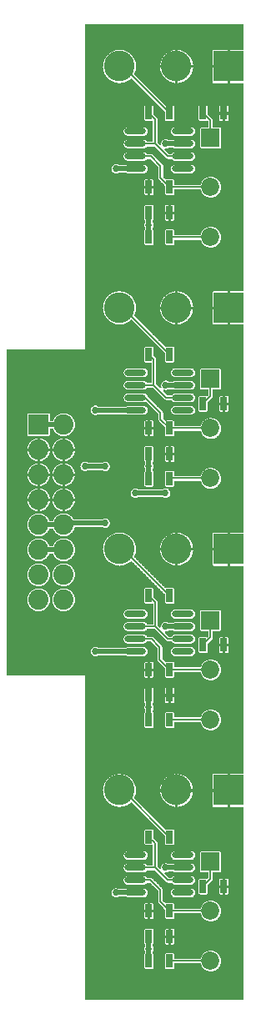
<source format=gtl>
%FSLAX33Y33*%
%MOMM*%
%AMRR-H2200001-W599999-R299999-RO1.500*
21,1,0.000001,2.200001,0.,0.,90*
21,1,0.599999,1.600003,0.,0.,90*
1,1,0.599998,-0.8000015,-0.0000005*
1,1,0.599998,-0.8000015,0.0000005*
1,1,0.599998,0.8000015,0.0000005*
1,1,0.599998,0.8000015,-0.0000005*%
%AMRect-W670710-H1320710-RO1.000*
21,1,0.67071,1.32071,0.,0.,180*%
%AMRect-W3100000-H3100000-RO1.500*
21,1,3.1,3.1,0.,0.,90*%
%ADD10C,0.0508*%
%ADD11C,0.2032*%
%ADD12C,0.508*%
%ADD13C,0.68834*%
%ADD14R,0.67071X1.32071*%
%ADD15RR-H2200001-W599999-R299999-RO1.500*%
%ADD16Rect-W670710-H1320710-RO1.000*%
%ADD17C,3.1*%
%ADD18Rect-W3100000-H3100000-RO1.500*%
%ADD19C,1.85*%
%ADD20R,1.85X1.85*%
%ADD21R,2.049999X2.049999*%
%ADD22C,2.049999*%
D10*
%LNpour fill*%
G01*
X24500Y20021D02*
X24500Y20021D01*
X23139Y20021*
X23139Y20021*
X23139Y20244*
X22961Y20244*
X22961Y20021*
X22961Y20021*
X21500Y20021*
X21500Y20021*
X21472Y20023*
X21472Y20023*
X21445Y20030*
X21445Y20030*
X21419Y20040*
X21419Y20040*
X21395Y20055*
X21395Y20055*
X21373Y20073*
X21373Y20073*
X21355Y20095*
X21355Y20095*
X21340Y20119*
X21340Y20119*
X21330Y20145*
X21330Y20145*
X21323Y20172*
X21323Y20172*
X21321Y20200*
X21321Y20200*
X21321Y21661*
X21321Y21661*
X21544Y21661*
X21544Y21839*
X21321Y21839*
X21321Y21839*
X21321Y23300*
X21321Y23300*
X21323Y23328*
X21323Y23328*
X21330Y23355*
X21330Y23355*
X21340Y23381*
X21340Y23381*
X21355Y23405*
X21355Y23405*
X21373Y23427*
X21373Y23427*
X21395Y23445*
X21395Y23445*
X21419Y23460*
X21419Y23460*
X21445Y23470*
X21445Y23470*
X21472Y23477*
X21472Y23477*
X21500Y23479*
X21500Y23479*
X22961Y23479*
X22961Y23479*
X22961Y23256*
X23139Y23256*
X23139Y23479*
X23139Y23479*
X24500Y23479*
X24500Y44521*
X23139Y44521*
X23139Y44521*
X23139Y44744*
X22961Y44744*
X22961Y44521*
X22961Y44521*
X21500Y44521*
X21500Y44521*
X21472Y44523*
X21472Y44523*
X21445Y44530*
X21445Y44530*
X21419Y44540*
X21419Y44540*
X21395Y44555*
X21395Y44555*
X21373Y44573*
X21373Y44573*
X21355Y44595*
X21355Y44595*
X21340Y44619*
X21340Y44619*
X21330Y44645*
X21330Y44645*
X21323Y44672*
X21323Y44672*
X21321Y44700*
X21321Y44700*
X21321Y46161*
X21321Y46161*
X21544Y46161*
X21544Y46339*
X21321Y46339*
X21321Y46339*
X21321Y47800*
X21321Y47800*
X21323Y47828*
X21323Y47828*
X21330Y47855*
X21330Y47855*
X21340Y47881*
X21340Y47881*
X21355Y47905*
X21355Y47905*
X21373Y47927*
X21373Y47927*
X21395Y47945*
X21395Y47945*
X21419Y47960*
X21419Y47960*
X21445Y47970*
X21445Y47970*
X21472Y47977*
X21472Y47977*
X21500Y47979*
X21500Y47979*
X22961Y47979*
X22961Y47979*
X22961Y47756*
X23139Y47756*
X23139Y47979*
X23139Y47979*
X24500Y47979*
X24500Y69021*
X23139Y69021*
X23139Y69021*
X23139Y69244*
X22961Y69244*
X22961Y69021*
X22961Y69021*
X21500Y69021*
X21500Y69021*
X21472Y69023*
X21472Y69023*
X21445Y69030*
X21445Y69030*
X21419Y69040*
X21419Y69040*
X21395Y69055*
X21395Y69055*
X21373Y69073*
X21373Y69073*
X21355Y69095*
X21355Y69095*
X21340Y69119*
X21340Y69119*
X21330Y69145*
X21330Y69145*
X21323Y69172*
X21323Y69172*
X21321Y69200*
X21321Y69200*
X21321Y70661*
X21321Y70661*
X21544Y70661*
X21544Y70839*
X21321Y70839*
X21321Y70839*
X21321Y72300*
X21321Y72300*
X21323Y72328*
X21323Y72328*
X21330Y72355*
X21330Y72355*
X21340Y72381*
X21340Y72381*
X21355Y72405*
X21355Y72405*
X21373Y72427*
X21373Y72427*
X21395Y72445*
X21395Y72445*
X21419Y72460*
X21419Y72460*
X21445Y72470*
X21445Y72470*
X21472Y72477*
X21472Y72477*
X21500Y72479*
X21500Y72479*
X22961Y72479*
X22961Y72479*
X22961Y72256*
X23139Y72256*
X23139Y72479*
X23139Y72479*
X24500Y72479*
X24500Y93521*
X23139Y93521*
X23139Y93521*
X23139Y93744*
X22961Y93744*
X22961Y93521*
X22961Y93521*
X21500Y93521*
X21500Y93521*
X21472Y93523*
X21472Y93523*
X21445Y93530*
X21445Y93530*
X21419Y93540*
X21419Y93540*
X21395Y93555*
X21395Y93555*
X21373Y93573*
X21373Y93573*
X21355Y93595*
X21355Y93595*
X21340Y93619*
X21340Y93619*
X21330Y93645*
X21330Y93645*
X21323Y93672*
X21323Y93672*
X21321Y93700*
X21321Y93700*
X21321Y95161*
X21321Y95161*
X21544Y95161*
X21544Y95339*
X21321Y95339*
X21321Y95339*
X21321Y96800*
X21321Y96800*
X21323Y96828*
X21323Y96828*
X21330Y96855*
X21330Y96855*
X21340Y96881*
X21340Y96881*
X21355Y96905*
X21355Y96905*
X21373Y96927*
X21373Y96927*
X21395Y96945*
X21395Y96945*
X21419Y96960*
X21419Y96960*
X21445Y96970*
X21445Y96970*
X21472Y96977*
X21472Y96977*
X21500Y96979*
X21500Y96979*
X22961Y96979*
X22961Y96979*
X22961Y96756*
X23139Y96756*
X23139Y96979*
X23139Y96979*
X24500Y96979*
X24500Y99500*
X8500Y99500*
X8500Y66500*
X8500Y66500*
X0500Y66500*
X0500Y33500*
X8500Y33500*
X8500Y33500*
X8500Y0500*
X24500Y0500*
X24500Y20021*
X17385Y89661D02*
X16715Y89661D01*
X16687Y89663*
X16659Y89670*
X16633Y89680*
X16610Y89695*
X16588Y89713*
X16570Y89735*
X16555Y89758*
X16545Y89784*
X16538Y89812*
X16536Y89840*
X16536Y90618*
X13141Y94012*
X13028Y93898*
X12700Y93692*
X12335Y93565*
X11950Y93521*
X11565Y93565*
X11200Y93692*
X10872Y93898*
X10598Y94172*
X10392Y94500*
X10265Y94865*
X10221Y95250*
X10265Y95635*
X10392Y96000*
X10598Y96328*
X10872Y96602*
X11200Y96808*
X11565Y96935*
X11950Y96979*
X12335Y96935*
X12700Y96808*
X13028Y96602*
X13302Y96328*
X13508Y96000*
X13635Y95635*
X13679Y95250*
X13635Y94865*
X13508Y94500*
X13484Y94463*
X16625Y91322*
X16687Y91337*
X16715Y91339*
X17385Y91339*
X17413Y91337*
X17441Y91330*
X17467Y91320*
X17490Y91305*
X17512Y91287*
X17530Y91265*
X17545Y91242*
X17555Y91216*
X17562Y91188*
X17564Y91160*
X17564Y89840*
X17562Y89812*
X17555Y89784*
X17545Y89758*
X17530Y89735*
X17512Y89713*
X17490Y89695*
X17467Y89680*
X17441Y89670*
X17413Y89663*
X17385Y89661*
X17661Y93531D02*
X17365Y93565D01*
X17000Y93692*
X16672Y93898*
X16398Y94172*
X16192Y94500*
X16065Y94865*
X16031Y95161*
X16244Y95161*
X16244Y95339*
X16031Y95339*
X16065Y95635*
X16192Y96000*
X16398Y96328*
X16672Y96602*
X17000Y96808*
X17365Y96935*
X17661Y96969*
X17661Y96756*
X17839Y96756*
X17839Y96969*
X18135Y96935*
X18500Y96808*
X18828Y96602*
X19102Y96328*
X19308Y96000*
X19435Y95635*
X19469Y95339*
X19256Y95339*
X19256Y95161*
X19469Y95161*
X19435Y94865*
X19308Y94500*
X19102Y94172*
X18828Y93898*
X18500Y93692*
X18135Y93565*
X17839Y93531*
X17839Y93744*
X17661Y93744*
X17661Y93531*
X19200Y85637D02*
X17600Y85637D01*
X17507Y85646*
X17417Y85674*
X17335Y85718*
X17262Y85777*
X17215Y85835*
X16850Y85835*
X16834Y85836*
X16819Y85836*
X16803Y85840*
X16788Y85842*
X16773Y85847*
X16757Y85850*
X16743Y85857*
X16728Y85862*
X16715Y85871*
X16701Y85878*
X16689Y85887*
X16675Y85896*
X16664Y85907*
X16652Y85917*
X15464Y87105*
X14785Y87105*
X14738Y87047*
X14665Y86988*
X14583Y86944*
X14493Y86916*
X14400Y86907*
X12800Y86907*
X12707Y86916*
X12617Y86944*
X12535Y86988*
X12462Y87047*
X12403Y87120*
X12359Y87202*
X12331Y87292*
X12322Y87385*
X12331Y87478*
X12359Y87568*
X12403Y87650*
X12462Y87723*
X12535Y87782*
X12617Y87826*
X12707Y87854*
X12800Y87863*
X14400Y87863*
X14493Y87854*
X14583Y87826*
X14665Y87782*
X14738Y87723*
X14785Y87665*
X15300Y87665*
X15300Y89661*
X14615Y89661*
X14587Y89663*
X14559Y89670*
X14533Y89680*
X14510Y89695*
X14488Y89713*
X14470Y89735*
X14455Y89758*
X14445Y89784*
X14438Y89812*
X14436Y89840*
X14436Y91160*
X14438Y91188*
X14445Y91216*
X14455Y91242*
X14470Y91265*
X14488Y91287*
X14510Y91305*
X14533Y91320*
X14559Y91330*
X14587Y91337*
X14615Y91339*
X15285Y91339*
X15313Y91337*
X15341Y91330*
X15367Y91320*
X15390Y91305*
X15412Y91287*
X15430Y91265*
X15445Y91242*
X15455Y91216*
X15462Y91188*
X15464Y91160*
X15464Y90382*
X15778Y90068*
X15788Y90056*
X15799Y90045*
X15808Y90031*
X15817Y90019*
X15824Y90005*
X15833Y89992*
X15838Y89977*
X15845Y89963*
X15848Y89947*
X15853Y89932*
X15855Y89917*
X15859Y89901*
X15859Y89886*
X15860Y89870*
X15860Y87501*
X16047Y87315*
X16122Y87341*
X16142Y87510*
X16187Y87628*
X16259Y87732*
X16353Y87815*
X16465Y87874*
X16587Y87904*
X16713Y87904*
X16835Y87874*
X16942Y87818*
X17401Y87818*
X17417Y87826*
X17507Y87854*
X17600Y87863*
X19200Y87863*
X19293Y87854*
X19383Y87826*
X19465Y87782*
X19538Y87723*
X19597Y87650*
X19641Y87568*
X19669Y87478*
X19678Y87385*
X19669Y87292*
X19641Y87202*
X19597Y87120*
X19538Y87047*
X19465Y86988*
X19383Y86944*
X19293Y86916*
X19200Y86907*
X17600Y86907*
X17507Y86916*
X17417Y86944*
X17401Y86952*
X16943Y86952*
X16835Y86896*
X16713Y86866*
X16607Y86866*
X16574Y86787*
X16966Y86395*
X17215Y86395*
X17262Y86453*
X17335Y86512*
X17417Y86556*
X17507Y86584*
X17600Y86593*
X19200Y86593*
X19293Y86584*
X19383Y86556*
X19465Y86512*
X19538Y86453*
X19597Y86380*
X19641Y86298*
X19669Y86208*
X19678Y86115*
X19669Y86022*
X19641Y85932*
X19597Y85850*
X19538Y85777*
X19465Y85718*
X19383Y85674*
X19293Y85646*
X19200Y85637*
X22125Y86896D02*
X20275Y86896D01*
X20247Y86898*
X20220Y86905*
X20194Y86916*
X20170Y86930*
X20149Y86949*
X20130Y86970*
X20116Y86994*
X20105Y87020*
X20098Y87047*
X20096Y87075*
X20096Y88925*
X20098Y88953*
X20105Y88980*
X20116Y89006*
X20130Y89030*
X20149Y89051*
X20170Y89070*
X20194Y89084*
X20220Y89095*
X20247Y89102*
X20275Y89104*
X20920Y89104*
X20920Y89634*
X20875Y89678*
X20813Y89663*
X20785Y89661*
X20115Y89661*
X20087Y89663*
X20059Y89670*
X20033Y89680*
X20010Y89695*
X19988Y89713*
X19970Y89735*
X19955Y89758*
X19945Y89784*
X19938Y89812*
X19936Y89840*
X19936Y91160*
X19938Y91188*
X19945Y91216*
X19955Y91242*
X19970Y91265*
X19988Y91287*
X20010Y91305*
X20033Y91320*
X20059Y91330*
X20087Y91337*
X20115Y91339*
X20785Y91339*
X20813Y91337*
X20841Y91330*
X20867Y91320*
X20890Y91305*
X20912Y91287*
X20930Y91265*
X20945Y91242*
X20955Y91216*
X20962Y91188*
X20964Y91160*
X20964Y90382*
X21398Y89948*
X21408Y89936*
X21419Y89925*
X21428Y89911*
X21437Y89899*
X21444Y89885*
X21453Y89872*
X21458Y89857*
X21465Y89843*
X21468Y89827*
X21473Y89812*
X21475Y89797*
X21479Y89781*
X21479Y89766*
X21480Y89750*
X21480Y89104*
X22125Y89104*
X22153Y89102*
X22180Y89095*
X22206Y89084*
X22230Y89070*
X22251Y89051*
X22270Y89030*
X22284Y89006*
X22295Y88980*
X22302Y88953*
X22304Y88925*
X22304Y87075*
X22302Y87047*
X22295Y87020*
X22284Y86994*
X22270Y86970*
X22251Y86949*
X22230Y86930*
X22206Y86916*
X22180Y86905*
X22153Y86898*
X22125Y86896*
X22885Y89661D02*
X22639Y89661D01*
X22639Y89884*
X22461Y89884*
X22461Y89661*
X22215Y89661*
X22187Y89663*
X22159Y89670*
X22133Y89680*
X22110Y89695*
X22088Y89713*
X22070Y89735*
X22055Y89758*
X22045Y89784*
X22038Y89812*
X22036Y89840*
X22036Y90411*
X22259Y90411*
X22259Y90589*
X22036Y90589*
X22036Y91160*
X22038Y91188*
X22045Y91216*
X22055Y91242*
X22070Y91265*
X22088Y91287*
X22110Y91305*
X22133Y91320*
X22159Y91330*
X22187Y91337*
X22215Y91339*
X22461Y91339*
X22461Y91116*
X22639Y91116*
X22639Y91339*
X22885Y91339*
X22913Y91337*
X22941Y91330*
X22967Y91320*
X22990Y91305*
X23012Y91287*
X23030Y91265*
X23045Y91242*
X23055Y91216*
X23062Y91188*
X23064Y91160*
X23064Y90589*
X22841Y90589*
X22841Y90411*
X23064Y90411*
X23064Y89840*
X23062Y89812*
X23055Y89784*
X23045Y89758*
X23030Y89735*
X23012Y89713*
X22990Y89695*
X22967Y89680*
X22941Y89670*
X22913Y89663*
X22885Y89661*
X14400Y88177D02*
X12800Y88177D01*
X12707Y88186*
X12617Y88214*
X12535Y88258*
X12462Y88317*
X12403Y88390*
X12359Y88472*
X12331Y88562*
X12322Y88655*
X12331Y88748*
X12359Y88838*
X12403Y88920*
X12462Y88993*
X12535Y89052*
X12617Y89096*
X12707Y89124*
X12800Y89133*
X14400Y89133*
X14493Y89124*
X14583Y89096*
X14665Y89052*
X14738Y88993*
X14797Y88920*
X14841Y88838*
X14869Y88748*
X14878Y88655*
X14869Y88562*
X14841Y88472*
X14797Y88390*
X14738Y88317*
X14665Y88258*
X14583Y88214*
X14493Y88186*
X14400Y88177*
X19200Y88177D02*
X17600Y88177D01*
X17507Y88186*
X17417Y88214*
X17335Y88258*
X17262Y88317*
X17203Y88390*
X17159Y88472*
X17131Y88562*
X17122Y88655*
X17131Y88748*
X17159Y88838*
X17203Y88920*
X17262Y88993*
X17335Y89052*
X17417Y89096*
X17507Y89124*
X17600Y89133*
X19200Y89133*
X19293Y89124*
X19383Y89096*
X19465Y89052*
X19538Y88993*
X19597Y88920*
X19641Y88838*
X19669Y88748*
X19678Y88655*
X19669Y88562*
X19641Y88472*
X19597Y88390*
X19538Y88317*
X19465Y88258*
X19383Y88214*
X19293Y88186*
X19200Y88177*
X21333Y81904D02*
X21067Y81904D01*
X20809Y81968*
X20573Y82092*
X20374Y82268*
X20223Y82487*
X20134Y82720*
X17564Y82720*
X17564Y82340*
X17562Y82312*
X17555Y82284*
X17545Y82258*
X17530Y82235*
X17512Y82213*
X17490Y82195*
X17467Y82180*
X17441Y82170*
X17413Y82163*
X17385Y82161*
X16715Y82161*
X16687Y82163*
X16659Y82170*
X16633Y82180*
X16610Y82195*
X16588Y82213*
X16570Y82235*
X16555Y82258*
X16545Y82284*
X16538Y82312*
X16536Y82340*
X16536Y83118*
X15952Y83702*
X15942Y83714*
X15931Y83725*
X15922Y83739*
X15913Y83751*
X15906Y83765*
X15897Y83778*
X15892Y83793*
X15885Y83807*
X15882Y83823*
X15877Y83838*
X15875Y83853*
X15871Y83869*
X15871Y83884*
X15870Y83900*
X15870Y85029*
X15064Y85835*
X14785Y85835*
X14738Y85777*
X14665Y85718*
X14583Y85674*
X14493Y85646*
X14400Y85637*
X12800Y85637*
X12707Y85646*
X12617Y85674*
X12535Y85718*
X12462Y85777*
X12403Y85850*
X12359Y85932*
X12331Y86022*
X12322Y86115*
X12331Y86208*
X12359Y86298*
X12403Y86380*
X12462Y86453*
X12535Y86512*
X12617Y86556*
X12707Y86584*
X12800Y86593*
X14400Y86593*
X14493Y86584*
X14583Y86556*
X14665Y86512*
X14738Y86453*
X14785Y86395*
X15180Y86395*
X15196Y86394*
X15211Y86394*
X15227Y86390*
X15242Y86388*
X15257Y86383*
X15273Y86380*
X15287Y86373*
X15302Y86368*
X15315Y86359*
X15329Y86352*
X15341Y86343*
X15355Y86334*
X15366Y86323*
X15378Y86313*
X16348Y85343*
X16358Y85331*
X16369Y85320*
X16378Y85306*
X16387Y85294*
X16394Y85280*
X16403Y85267*
X16408Y85252*
X16415Y85238*
X16418Y85222*
X16423Y85207*
X16425Y85192*
X16429Y85176*
X16429Y85161*
X16430Y85145*
X16430Y84016*
X16625Y83822*
X16687Y83837*
X16715Y83839*
X17385Y83839*
X17413Y83837*
X17441Y83830*
X17467Y83820*
X17490Y83805*
X17512Y83787*
X17530Y83765*
X17545Y83742*
X17555Y83716*
X17562Y83688*
X17564Y83660*
X17564Y83280*
X20134Y83280*
X20223Y83513*
X20374Y83732*
X20573Y83908*
X20809Y84032*
X21067Y84096*
X21333Y84096*
X21591Y84032*
X21827Y83908*
X22026Y83732*
X22177Y83513*
X22272Y83264*
X22304Y83000*
X22272Y82736*
X22177Y82487*
X22026Y82268*
X21827Y82092*
X21591Y81968*
X21333Y81904*
X11663Y84326D02*
X11537Y84326D01*
X11415Y84356*
X11303Y84415*
X11209Y84498*
X11137Y84602*
X11092Y84720*
X11077Y84845*
X11092Y84970*
X11137Y85088*
X11209Y85192*
X11303Y85275*
X11415Y85334*
X11537Y85364*
X11663Y85364*
X11785Y85334*
X11892Y85278*
X12601Y85278*
X12617Y85286*
X12707Y85314*
X12800Y85323*
X14400Y85323*
X14493Y85314*
X14583Y85286*
X14665Y85242*
X14738Y85183*
X14797Y85110*
X14841Y85028*
X14869Y84938*
X14878Y84845*
X14869Y84752*
X14841Y84662*
X14797Y84580*
X14738Y84507*
X14665Y84448*
X14583Y84404*
X14493Y84376*
X14400Y84367*
X12800Y84367*
X12707Y84376*
X12617Y84404*
X12601Y84412*
X11893Y84412*
X11785Y84356*
X11663Y84326*
X19200Y84367D02*
X17600Y84367D01*
X17507Y84376*
X17417Y84404*
X17335Y84448*
X17262Y84507*
X17203Y84580*
X17159Y84662*
X17131Y84752*
X17122Y84845*
X17131Y84938*
X17159Y85028*
X17203Y85110*
X17262Y85183*
X17335Y85242*
X17417Y85286*
X17507Y85314*
X17600Y85323*
X19200Y85323*
X19293Y85314*
X19383Y85286*
X19465Y85242*
X19538Y85183*
X19597Y85110*
X19641Y85028*
X19669Y84938*
X19678Y84845*
X19669Y84752*
X19641Y84662*
X19597Y84580*
X19538Y84507*
X19465Y84448*
X19383Y84404*
X19293Y84376*
X19200Y84367*
X15285Y82161D02*
X15039Y82161D01*
X15039Y82384*
X14861Y82384*
X14861Y82161*
X14615Y82161*
X14587Y82163*
X14559Y82170*
X14533Y82180*
X14510Y82195*
X14488Y82213*
X14470Y82235*
X14455Y82258*
X14445Y82284*
X14438Y82312*
X14436Y82340*
X14436Y82911*
X14659Y82911*
X14659Y83089*
X14436Y83089*
X14436Y83660*
X14438Y83688*
X14445Y83716*
X14455Y83742*
X14470Y83765*
X14488Y83787*
X14510Y83805*
X14533Y83820*
X14559Y83830*
X14587Y83837*
X14615Y83839*
X14861Y83839*
X14861Y83616*
X15039Y83616*
X15039Y83839*
X15285Y83839*
X15313Y83837*
X15341Y83830*
X15367Y83820*
X15390Y83805*
X15412Y83787*
X15430Y83765*
X15445Y83742*
X15455Y83716*
X15462Y83688*
X15464Y83660*
X15464Y83089*
X15241Y83089*
X15241Y82911*
X15464Y82911*
X15464Y82340*
X15462Y82312*
X15455Y82284*
X15445Y82258*
X15430Y82235*
X15412Y82213*
X15390Y82195*
X15367Y82180*
X15341Y82170*
X15313Y82163*
X15285Y82161*
X15285Y77061D02*
X14615Y77061D01*
X14587Y77063*
X14559Y77070*
X14533Y77080*
X14510Y77095*
X14488Y77113*
X14470Y77135*
X14455Y77158*
X14445Y77184*
X14438Y77212*
X14436Y77240*
X14436Y78560*
X14438Y78588*
X14445Y78616*
X14455Y78642*
X14470Y78665*
X14488Y78687*
X14517Y78712*
X14517Y78863*
X14487Y78907*
X14442Y79025*
X14427Y79150*
X14442Y79275*
X14487Y79393*
X14517Y79437*
X14517Y79588*
X14488Y79613*
X14470Y79635*
X14455Y79658*
X14445Y79684*
X14438Y79712*
X14436Y79740*
X14436Y81060*
X14438Y81088*
X14445Y81116*
X14455Y81142*
X14470Y81165*
X14488Y81187*
X14510Y81205*
X14533Y81220*
X14559Y81230*
X14587Y81237*
X14615Y81239*
X15285Y81239*
X15313Y81237*
X15341Y81230*
X15367Y81220*
X15390Y81205*
X15412Y81187*
X15430Y81165*
X15445Y81142*
X15455Y81116*
X15462Y81088*
X15464Y81060*
X15464Y79740*
X15462Y79712*
X15455Y79684*
X15445Y79658*
X15430Y79635*
X15412Y79613*
X15383Y79588*
X15383Y79437*
X15413Y79393*
X15458Y79275*
X15473Y79150*
X15458Y79025*
X15413Y78907*
X15383Y78863*
X15383Y78712*
X15412Y78687*
X15430Y78665*
X15445Y78642*
X15455Y78616*
X15462Y78588*
X15464Y78560*
X15464Y77240*
X15462Y77212*
X15455Y77184*
X15445Y77158*
X15430Y77135*
X15412Y77113*
X15390Y77095*
X15367Y77080*
X15341Y77070*
X15313Y77063*
X15285Y77061*
X17385Y79561D02*
X17139Y79561D01*
X17139Y79784*
X16961Y79784*
X16961Y79561*
X16715Y79561*
X16687Y79563*
X16659Y79570*
X16633Y79580*
X16610Y79595*
X16588Y79613*
X16570Y79635*
X16555Y79658*
X16545Y79684*
X16538Y79712*
X16536Y79740*
X16536Y80311*
X16759Y80311*
X16759Y80489*
X16536Y80489*
X16536Y81060*
X16538Y81088*
X16545Y81116*
X16555Y81142*
X16570Y81165*
X16588Y81187*
X16610Y81205*
X16633Y81220*
X16659Y81230*
X16687Y81237*
X16715Y81239*
X16961Y81239*
X16961Y81016*
X17139Y81016*
X17139Y81239*
X17385Y81239*
X17413Y81237*
X17441Y81230*
X17467Y81220*
X17490Y81205*
X17512Y81187*
X17530Y81165*
X17545Y81142*
X17555Y81116*
X17562Y81088*
X17564Y81060*
X17564Y80489*
X17341Y80489*
X17341Y80311*
X17564Y80311*
X17564Y79740*
X17562Y79712*
X17555Y79684*
X17545Y79658*
X17530Y79635*
X17512Y79613*
X17490Y79595*
X17467Y79580*
X17441Y79570*
X17413Y79563*
X17385Y79561*
X21333Y76824D02*
X21067Y76824D01*
X20809Y76888*
X20573Y77012*
X20374Y77188*
X20223Y77407*
X20142Y77620*
X17564Y77620*
X17564Y77240*
X17562Y77212*
X17555Y77184*
X17545Y77158*
X17530Y77135*
X17512Y77113*
X17490Y77095*
X17467Y77080*
X17441Y77070*
X17413Y77063*
X17385Y77061*
X16715Y77061*
X16687Y77063*
X16659Y77070*
X16633Y77080*
X16610Y77095*
X16588Y77113*
X16570Y77135*
X16555Y77158*
X16545Y77184*
X16538Y77212*
X16536Y77240*
X16536Y78560*
X16538Y78588*
X16545Y78616*
X16555Y78642*
X16570Y78665*
X16588Y78687*
X16610Y78705*
X16633Y78720*
X16659Y78730*
X16687Y78737*
X16715Y78739*
X17385Y78739*
X17413Y78737*
X17441Y78730*
X17467Y78720*
X17490Y78705*
X17512Y78687*
X17530Y78665*
X17545Y78642*
X17555Y78616*
X17562Y78588*
X17564Y78560*
X17564Y78180*
X20127Y78180*
X20223Y78433*
X20374Y78652*
X20573Y78828*
X20809Y78952*
X21067Y79016*
X21333Y79016*
X21591Y78952*
X21827Y78828*
X22026Y78652*
X22177Y78433*
X22272Y78184*
X22304Y77920*
X22272Y77656*
X22177Y77407*
X22026Y77188*
X21827Y77012*
X21591Y76888*
X21333Y76824*
X17385Y65161D02*
X16715Y65161D01*
X16687Y65163*
X16659Y65170*
X16633Y65180*
X16610Y65195*
X16588Y65213*
X16570Y65235*
X16555Y65258*
X16545Y65284*
X16538Y65312*
X16536Y65340*
X16536Y66118*
X13141Y69512*
X13028Y69398*
X12700Y69192*
X12335Y69065*
X11950Y69021*
X11565Y69065*
X11200Y69192*
X10872Y69398*
X10598Y69672*
X10392Y70000*
X10265Y70365*
X10221Y70750*
X10265Y71135*
X10392Y71500*
X10598Y71828*
X10872Y72102*
X11200Y72308*
X11565Y72435*
X11950Y72479*
X12335Y72435*
X12700Y72308*
X13028Y72102*
X13302Y71828*
X13508Y71500*
X13635Y71135*
X13679Y70750*
X13635Y70365*
X13508Y70000*
X13484Y69963*
X16625Y66822*
X16687Y66837*
X16715Y66839*
X17385Y66839*
X17413Y66837*
X17441Y66830*
X17467Y66820*
X17490Y66805*
X17512Y66787*
X17530Y66765*
X17545Y66742*
X17555Y66716*
X17562Y66688*
X17564Y66660*
X17564Y65340*
X17562Y65312*
X17555Y65284*
X17545Y65258*
X17530Y65235*
X17512Y65213*
X17490Y65195*
X17467Y65180*
X17441Y65170*
X17413Y65163*
X17385Y65161*
X17661Y69031D02*
X17365Y69065D01*
X17000Y69192*
X16672Y69398*
X16398Y69672*
X16192Y70000*
X16065Y70365*
X16031Y70661*
X16244Y70661*
X16244Y70839*
X16031Y70839*
X16065Y71135*
X16192Y71500*
X16398Y71828*
X16672Y72102*
X17000Y72308*
X17365Y72435*
X17661Y72469*
X17661Y72256*
X17839Y72256*
X17839Y72469*
X18135Y72435*
X18500Y72308*
X18828Y72102*
X19102Y71828*
X19308Y71500*
X19435Y71135*
X19469Y70839*
X19256Y70839*
X19256Y70661*
X19469Y70661*
X19435Y70365*
X19308Y70000*
X19102Y69672*
X18828Y69398*
X18500Y69192*
X18135Y69065*
X17839Y69031*
X17839Y69244*
X17661Y69244*
X17661Y69031*
X19200Y61137D02*
X17600Y61137D01*
X17507Y61146*
X17417Y61174*
X17335Y61218*
X17262Y61277*
X17215Y61335*
X16715Y61335*
X16699Y61336*
X16683Y61336*
X16668Y61340*
X16652Y61342*
X16637Y61347*
X16622Y61350*
X16608Y61357*
X16593Y61362*
X16580Y61371*
X16565Y61378*
X16553Y61387*
X16540Y61396*
X16529Y61407*
X16516Y61417*
X15329Y62605*
X14785Y62605*
X14738Y62547*
X14665Y62488*
X14583Y62444*
X14493Y62416*
X14400Y62407*
X12800Y62407*
X12707Y62416*
X12617Y62444*
X12535Y62488*
X12462Y62547*
X12403Y62620*
X12359Y62702*
X12331Y62792*
X12322Y62885*
X12331Y62978*
X12359Y63068*
X12403Y63150*
X12462Y63223*
X12535Y63282*
X12617Y63326*
X12707Y63354*
X12800Y63363*
X14400Y63363*
X14493Y63354*
X14583Y63326*
X14665Y63282*
X14738Y63223*
X14785Y63165*
X15164Y63165*
X15164Y65161*
X14615Y65161*
X14587Y65163*
X14559Y65170*
X14533Y65180*
X14510Y65195*
X14488Y65213*
X14470Y65235*
X14455Y65258*
X14445Y65284*
X14438Y65312*
X14436Y65340*
X14436Y66660*
X14438Y66688*
X14445Y66716*
X14455Y66742*
X14470Y66765*
X14488Y66787*
X14510Y66805*
X14533Y66820*
X14559Y66830*
X14587Y66837*
X14615Y66839*
X15285Y66839*
X15313Y66837*
X15341Y66830*
X15367Y66820*
X15390Y66805*
X15412Y66787*
X15430Y66765*
X15445Y66742*
X15455Y66716*
X15462Y66688*
X15464Y66660*
X15464Y65882*
X15643Y65704*
X15653Y65691*
X15664Y65680*
X15672Y65667*
X15682Y65655*
X15689Y65640*
X15697Y65627*
X15702Y65612*
X15709Y65598*
X15713Y65583*
X15718Y65568*
X15720Y65552*
X15723Y65537*
X15723Y65521*
X15725Y65505*
X15725Y63001*
X16077Y62649*
X16163Y62705*
X16142Y62760*
X16127Y62885*
X16142Y63010*
X16187Y63128*
X16259Y63232*
X16353Y63315*
X16465Y63374*
X16587Y63404*
X16713Y63404*
X16835Y63374*
X16942Y63318*
X17401Y63318*
X17417Y63326*
X17507Y63354*
X17600Y63363*
X19200Y63363*
X19293Y63354*
X19383Y63326*
X19465Y63282*
X19538Y63223*
X19597Y63150*
X19641Y63068*
X19669Y62978*
X19678Y62885*
X19669Y62792*
X19641Y62702*
X19597Y62620*
X19538Y62547*
X19465Y62488*
X19383Y62444*
X19293Y62416*
X19200Y62407*
X17600Y62407*
X17507Y62416*
X17417Y62444*
X17401Y62452*
X16943Y62452*
X16835Y62396*
X16713Y62366*
X16587Y62366*
X16461Y62397*
X16413Y62313*
X16831Y61895*
X17215Y61895*
X17262Y61953*
X17335Y62012*
X17417Y62056*
X17507Y62084*
X17600Y62093*
X19200Y62093*
X19293Y62084*
X19383Y62056*
X19465Y62012*
X19538Y61953*
X19597Y61880*
X19641Y61798*
X19669Y61708*
X19678Y61615*
X19669Y61522*
X19641Y61432*
X19597Y61350*
X19538Y61277*
X19465Y61218*
X19383Y61174*
X19293Y61146*
X19200Y61137*
X14400Y63677D02*
X12800Y63677D01*
X12707Y63686*
X12617Y63714*
X12535Y63758*
X12462Y63817*
X12403Y63890*
X12359Y63972*
X12331Y64062*
X12322Y64155*
X12331Y64248*
X12359Y64338*
X12403Y64420*
X12462Y64493*
X12535Y64552*
X12617Y64596*
X12707Y64624*
X12800Y64633*
X14400Y64633*
X14493Y64624*
X14583Y64596*
X14665Y64552*
X14738Y64493*
X14797Y64420*
X14841Y64338*
X14869Y64248*
X14878Y64155*
X14869Y64062*
X14841Y63972*
X14797Y63890*
X14738Y63817*
X14665Y63758*
X14583Y63714*
X14493Y63686*
X14400Y63677*
X19200Y63677D02*
X17600Y63677D01*
X17507Y63686*
X17417Y63714*
X17335Y63758*
X17262Y63817*
X17203Y63890*
X17159Y63972*
X17131Y64062*
X17122Y64155*
X17131Y64248*
X17159Y64338*
X17203Y64420*
X17262Y64493*
X17335Y64552*
X17417Y64596*
X17507Y64624*
X17600Y64633*
X19200Y64633*
X19293Y64624*
X19383Y64596*
X19465Y64552*
X19538Y64493*
X19597Y64420*
X19641Y64338*
X19669Y64248*
X19678Y64155*
X19669Y64062*
X19641Y63972*
X19597Y63890*
X19538Y63817*
X19465Y63758*
X19383Y63714*
X19293Y63686*
X19200Y63677*
X20785Y60161D02*
X20115Y60161D01*
X20087Y60163*
X20059Y60170*
X20033Y60180*
X20010Y60195*
X19988Y60213*
X19970Y60235*
X19955Y60258*
X19945Y60284*
X19938Y60312*
X19936Y60340*
X19936Y61660*
X19938Y61688*
X19945Y61716*
X19955Y61742*
X19970Y61765*
X19988Y61787*
X20010Y61805*
X20033Y61820*
X20059Y61830*
X20087Y61837*
X20115Y61839*
X20785Y61839*
X20813Y61837*
X20875Y61822*
X20920Y61866*
X20920Y62396*
X20275Y62396*
X20247Y62398*
X20220Y62405*
X20194Y62416*
X20170Y62430*
X20149Y62449*
X20130Y62470*
X20116Y62494*
X20105Y62520*
X20098Y62547*
X20096Y62575*
X20096Y64425*
X20098Y64453*
X20105Y64480*
X20116Y64506*
X20130Y64530*
X20149Y64551*
X20170Y64570*
X20194Y64584*
X20220Y64595*
X20247Y64602*
X20275Y64604*
X22125Y64604*
X22153Y64602*
X22180Y64595*
X22206Y64584*
X22230Y64570*
X22251Y64551*
X22270Y64530*
X22284Y64506*
X22295Y64480*
X22302Y64453*
X22304Y64425*
X22304Y62575*
X22302Y62547*
X22295Y62520*
X22284Y62494*
X22270Y62470*
X22251Y62449*
X22230Y62430*
X22206Y62416*
X22180Y62405*
X22153Y62398*
X22125Y62396*
X21480Y62396*
X21480Y61750*
X21479Y61734*
X21479Y61719*
X21475Y61703*
X21473Y61688*
X21468Y61673*
X21465Y61657*
X21458Y61643*
X21453Y61628*
X21444Y61615*
X21437Y61601*
X21428Y61589*
X21419Y61575*
X21408Y61564*
X21398Y61552*
X20964Y61118*
X20964Y60340*
X20962Y60312*
X20955Y60284*
X20945Y60258*
X20930Y60235*
X20912Y60213*
X20890Y60195*
X20867Y60180*
X20841Y60170*
X20813Y60163*
X20785Y60161*
X21333Y57404D02*
X21067Y57404D01*
X20809Y57468*
X20573Y57592*
X20374Y57768*
X20223Y57987*
X20134Y58220*
X17564Y58220*
X17564Y57840*
X17562Y57812*
X17555Y57784*
X17545Y57758*
X17530Y57735*
X17512Y57713*
X17490Y57695*
X17467Y57680*
X17441Y57670*
X17413Y57663*
X17385Y57661*
X16715Y57661*
X16687Y57663*
X16659Y57670*
X16633Y57680*
X16610Y57695*
X16588Y57713*
X16570Y57735*
X16555Y57758*
X16545Y57784*
X16538Y57812*
X16536Y57840*
X16536Y58618*
X15952Y59202*
X15942Y59214*
X15931Y59225*
X15922Y59239*
X15913Y59251*
X15906Y59265*
X15897Y59278*
X15892Y59293*
X15885Y59307*
X15882Y59323*
X15877Y59338*
X15875Y59353*
X15871Y59369*
X15871Y59384*
X15870Y59400*
X15870Y59929*
X14615Y61183*
X14493Y61146*
X14400Y61137*
X12800Y61137*
X12707Y61146*
X12617Y61174*
X12535Y61218*
X12462Y61277*
X12403Y61350*
X12359Y61432*
X12331Y61522*
X12322Y61615*
X12331Y61708*
X12359Y61798*
X12403Y61880*
X12462Y61953*
X12535Y62012*
X12617Y62056*
X12707Y62084*
X12800Y62093*
X14400Y62093*
X14493Y62084*
X14583Y62056*
X14665Y62012*
X14738Y61953*
X14797Y61880*
X14841Y61798*
X14862Y61729*
X16348Y60243*
X16358Y60231*
X16369Y60220*
X16378Y60206*
X16387Y60194*
X16394Y60180*
X16403Y60167*
X16408Y60152*
X16415Y60138*
X16418Y60122*
X16423Y60107*
X16425Y60092*
X16429Y60076*
X16429Y60061*
X16430Y60045*
X16430Y59516*
X16625Y59322*
X16687Y59337*
X16715Y59339*
X17385Y59339*
X17413Y59337*
X17441Y59330*
X17467Y59320*
X17490Y59305*
X17512Y59287*
X17530Y59265*
X17545Y59242*
X17555Y59216*
X17562Y59188*
X17564Y59160*
X17564Y58780*
X20134Y58780*
X20223Y59013*
X20374Y59232*
X20573Y59408*
X20809Y59532*
X21067Y59596*
X21333Y59596*
X21591Y59532*
X21827Y59408*
X22026Y59232*
X22177Y59013*
X22272Y58764*
X22304Y58500*
X22272Y58236*
X22177Y57987*
X22026Y57768*
X21827Y57592*
X21591Y57468*
X21333Y57404*
X22885Y60161D02*
X22639Y60161D01*
X22639Y60384*
X22461Y60384*
X22461Y60161*
X22215Y60161*
X22187Y60163*
X22159Y60170*
X22133Y60180*
X22110Y60195*
X22088Y60213*
X22070Y60235*
X22055Y60258*
X22045Y60284*
X22038Y60312*
X22036Y60340*
X22036Y60911*
X22259Y60911*
X22259Y61089*
X22036Y61089*
X22036Y61660*
X22038Y61688*
X22045Y61716*
X22055Y61742*
X22070Y61765*
X22088Y61787*
X22110Y61805*
X22133Y61820*
X22159Y61830*
X22187Y61837*
X22215Y61839*
X22461Y61839*
X22461Y61616*
X22639Y61616*
X22639Y61839*
X22885Y61839*
X22913Y61837*
X22941Y61830*
X22967Y61820*
X22990Y61805*
X23012Y61787*
X23030Y61765*
X23045Y61742*
X23055Y61716*
X23062Y61688*
X23064Y61660*
X23064Y61089*
X22841Y61089*
X22841Y60911*
X23064Y60911*
X23064Y60340*
X23062Y60312*
X23055Y60284*
X23045Y60258*
X23030Y60235*
X23012Y60213*
X22990Y60195*
X22967Y60180*
X22941Y60170*
X22913Y60163*
X22885Y60161*
X9563Y59826D02*
X9437Y59826D01*
X9315Y59856*
X9203Y59915*
X9109Y59998*
X9037Y60102*
X8992Y60220*
X8977Y60345*
X8992Y60470*
X9037Y60588*
X9109Y60692*
X9203Y60775*
X9315Y60834*
X9437Y60864*
X9563Y60864*
X9685Y60834*
X9792Y60778*
X12601Y60778*
X12617Y60786*
X12707Y60814*
X12800Y60823*
X14400Y60823*
X14493Y60814*
X14583Y60786*
X14665Y60742*
X14738Y60683*
X14797Y60610*
X14841Y60528*
X14869Y60438*
X14878Y60345*
X14869Y60252*
X14841Y60162*
X14797Y60080*
X14738Y60007*
X14665Y59948*
X14583Y59904*
X14493Y59876*
X14400Y59867*
X12800Y59867*
X12707Y59876*
X12617Y59904*
X12601Y59912*
X9793Y59912*
X9685Y59856*
X9563Y59826*
X19200Y59867D02*
X17600Y59867D01*
X17507Y59876*
X17417Y59904*
X17335Y59948*
X17262Y60007*
X17203Y60080*
X17159Y60162*
X17131Y60252*
X17122Y60345*
X17131Y60438*
X17159Y60528*
X17203Y60610*
X17262Y60683*
X17335Y60742*
X17417Y60786*
X17507Y60814*
X17600Y60823*
X19200Y60823*
X19293Y60814*
X19383Y60786*
X19465Y60742*
X19538Y60683*
X19597Y60610*
X19641Y60528*
X19669Y60438*
X19678Y60345*
X19669Y60252*
X19641Y60162*
X19597Y60080*
X19538Y60007*
X19465Y59948*
X19383Y59904*
X19293Y59876*
X19200Y59867*
X6270Y57686D02*
X6002Y57716D01*
X5748Y57805*
X5519Y57949*
X5329Y58139*
X5185Y58368*
X5154Y58457*
X4934Y58457*
X4934Y57865*
X4932Y57837*
X4925Y57810*
X4914Y57784*
X4900Y57760*
X4881Y57739*
X4860Y57720*
X4836Y57706*
X4810Y57695*
X4783Y57688*
X4755Y57686*
X2705Y57686*
X2677Y57688*
X2650Y57695*
X2624Y57706*
X2600Y57720*
X2579Y57739*
X2560Y57760*
X2546Y57784*
X2535Y57810*
X2528Y57837*
X2526Y57865*
X2526Y59915*
X2528Y59943*
X2535Y59970*
X2546Y59996*
X2560Y60020*
X2579Y60041*
X2600Y60060*
X2624Y60074*
X2650Y60085*
X2677Y60092*
X2705Y60094*
X4755Y60094*
X4783Y60092*
X4810Y60085*
X4836Y60074*
X4860Y60060*
X4881Y60041*
X4900Y60020*
X4914Y59996*
X4925Y59970*
X4932Y59943*
X4934Y59915*
X4934Y59323*
X5154Y59323*
X5185Y59412*
X5329Y59641*
X5519Y59831*
X5748Y59975*
X6002Y60064*
X6270Y60094*
X6538Y60064*
X6792Y59975*
X7021Y59831*
X7211Y59641*
X7355Y59412*
X7444Y59158*
X7474Y58890*
X7444Y58622*
X7355Y58368*
X7211Y58139*
X7021Y57949*
X6792Y57805*
X6538Y57716*
X6270Y57686*
X15285Y57661D02*
X15039Y57661D01*
X15039Y57884*
X14861Y57884*
X14861Y57661*
X14615Y57661*
X14587Y57663*
X14559Y57670*
X14533Y57680*
X14510Y57695*
X14488Y57713*
X14470Y57735*
X14455Y57758*
X14445Y57784*
X14438Y57812*
X14436Y57840*
X14436Y58411*
X14659Y58411*
X14659Y58589*
X14436Y58589*
X14436Y59160*
X14438Y59188*
X14445Y59216*
X14455Y59242*
X14470Y59265*
X14488Y59287*
X14510Y59305*
X14533Y59320*
X14559Y59330*
X14587Y59337*
X14615Y59339*
X14861Y59339*
X14861Y59116*
X15039Y59116*
X15039Y59339*
X15285Y59339*
X15313Y59337*
X15341Y59330*
X15367Y59320*
X15390Y59305*
X15412Y59287*
X15430Y59265*
X15445Y59242*
X15455Y59216*
X15462Y59188*
X15464Y59160*
X15464Y58589*
X15241Y58589*
X15241Y58411*
X15464Y58411*
X15464Y57840*
X15462Y57812*
X15455Y57784*
X15445Y57758*
X15430Y57735*
X15412Y57713*
X15390Y57695*
X15367Y57680*
X15341Y57670*
X15313Y57663*
X15285Y57661*
X3641Y55156D02*
X3462Y55176D01*
X3208Y55265*
X2979Y55409*
X2789Y55599*
X2645Y55828*
X2556Y56082*
X2536Y56261*
X2749Y56261*
X2749Y56439*
X2536Y56439*
X2556Y56618*
X2645Y56872*
X2789Y57101*
X2979Y57291*
X3208Y57435*
X3462Y57524*
X3641Y57544*
X3641Y57323*
X3819Y57323*
X3819Y57544*
X3998Y57524*
X4252Y57435*
X4481Y57291*
X4671Y57101*
X4815Y56872*
X4904Y56618*
X4924Y56439*
X4711Y56439*
X4711Y56261*
X4924Y56261*
X4904Y56082*
X4815Y55828*
X4671Y55599*
X4481Y55409*
X4252Y55265*
X3998Y55176*
X3819Y55156*
X3819Y55377*
X3641Y55377*
X3641Y55156*
X6181Y55156D02*
X6002Y55176D01*
X5748Y55265*
X5519Y55409*
X5329Y55599*
X5185Y55828*
X5096Y56082*
X5076Y56261*
X5289Y56261*
X5289Y56439*
X5076Y56439*
X5096Y56618*
X5185Y56872*
X5329Y57101*
X5519Y57291*
X5748Y57435*
X6002Y57524*
X6181Y57544*
X6181Y57323*
X6359Y57323*
X6359Y57544*
X6538Y57524*
X6792Y57435*
X7021Y57291*
X7211Y57101*
X7355Y56872*
X7444Y56618*
X7464Y56439*
X7251Y56439*
X7251Y56261*
X7464Y56261*
X7444Y56082*
X7355Y55828*
X7211Y55599*
X7021Y55409*
X6792Y55265*
X6538Y55176*
X6359Y55156*
X6359Y55377*
X6181Y55377*
X6181Y55156*
X15285Y52561D02*
X14615Y52561D01*
X14587Y52563*
X14559Y52570*
X14533Y52580*
X14510Y52595*
X14488Y52613*
X14470Y52635*
X14455Y52658*
X14445Y52684*
X14438Y52712*
X14436Y52740*
X14436Y54060*
X14438Y54088*
X14445Y54116*
X14455Y54142*
X14470Y54165*
X14488Y54187*
X14517Y54212*
X14517Y54363*
X14487Y54407*
X14442Y54525*
X14427Y54650*
X14442Y54775*
X14487Y54893*
X14517Y54937*
X14517Y55088*
X14488Y55113*
X14470Y55135*
X14455Y55158*
X14445Y55184*
X14438Y55212*
X14436Y55240*
X14436Y56560*
X14438Y56588*
X14445Y56616*
X14455Y56642*
X14470Y56665*
X14488Y56687*
X14510Y56705*
X14533Y56720*
X14559Y56730*
X14587Y56737*
X14615Y56739*
X15285Y56739*
X15313Y56737*
X15341Y56730*
X15367Y56720*
X15390Y56705*
X15412Y56687*
X15430Y56665*
X15445Y56642*
X15455Y56616*
X15462Y56588*
X15464Y56560*
X15464Y55240*
X15462Y55212*
X15455Y55184*
X15445Y55158*
X15430Y55135*
X15412Y55113*
X15383Y55088*
X15383Y54937*
X15413Y54893*
X15458Y54775*
X15473Y54650*
X15458Y54525*
X15413Y54407*
X15383Y54363*
X15383Y54212*
X15412Y54187*
X15430Y54165*
X15445Y54142*
X15455Y54116*
X15462Y54088*
X15464Y54060*
X15464Y52740*
X15462Y52712*
X15455Y52684*
X15445Y52658*
X15430Y52635*
X15412Y52613*
X15390Y52595*
X15367Y52580*
X15341Y52570*
X15313Y52563*
X15285Y52561*
X17385Y55061D02*
X17139Y55061D01*
X17139Y55284*
X16961Y55284*
X16961Y55061*
X16715Y55061*
X16687Y55063*
X16659Y55070*
X16633Y55080*
X16610Y55095*
X16588Y55113*
X16570Y55135*
X16555Y55158*
X16545Y55184*
X16538Y55212*
X16536Y55240*
X16536Y55811*
X16759Y55811*
X16759Y55989*
X16536Y55989*
X16536Y56560*
X16538Y56588*
X16545Y56616*
X16555Y56642*
X16570Y56665*
X16588Y56687*
X16610Y56705*
X16633Y56720*
X16659Y56730*
X16687Y56737*
X16715Y56739*
X16961Y56739*
X16961Y56516*
X17139Y56516*
X17139Y56739*
X17385Y56739*
X17413Y56737*
X17441Y56730*
X17467Y56720*
X17490Y56705*
X17512Y56687*
X17530Y56665*
X17545Y56642*
X17555Y56616*
X17562Y56588*
X17564Y56560*
X17564Y55989*
X17341Y55989*
X17341Y55811*
X17564Y55811*
X17564Y55240*
X17562Y55212*
X17555Y55184*
X17545Y55158*
X17530Y55135*
X17512Y55113*
X17490Y55095*
X17467Y55080*
X17441Y55070*
X17413Y55063*
X17385Y55061*
X8513Y54131D02*
X8387Y54131D01*
X8265Y54161*
X8153Y54220*
X8059Y54303*
X7987Y54407*
X7942Y54525*
X7927Y54650*
X7942Y54775*
X7987Y54893*
X8059Y54997*
X8153Y55080*
X8265Y55139*
X8387Y55169*
X8513Y55169*
X8635Y55139*
X8742Y55083*
X10207Y55083*
X10315Y55139*
X10437Y55169*
X10563Y55169*
X10685Y55139*
X10797Y55080*
X10891Y54997*
X10963Y54893*
X11008Y54775*
X11023Y54650*
X11008Y54525*
X10963Y54407*
X10891Y54303*
X10797Y54220*
X10685Y54161*
X10563Y54131*
X10437Y54131*
X10315Y54161*
X10207Y54217*
X8743Y54217*
X8635Y54161*
X8513Y54131*
X3641Y52616D02*
X3462Y52636D01*
X3208Y52725*
X2979Y52869*
X2789Y53059*
X2645Y53288*
X2556Y53542*
X2536Y53721*
X2749Y53721*
X2749Y53899*
X2536Y53899*
X2556Y54078*
X2645Y54332*
X2789Y54561*
X2979Y54751*
X3208Y54895*
X3462Y54984*
X3641Y55004*
X3641Y54783*
X3819Y54783*
X3819Y55004*
X3998Y54984*
X4252Y54895*
X4481Y54751*
X4671Y54561*
X4815Y54332*
X4904Y54078*
X4924Y53899*
X4711Y53899*
X4711Y53721*
X4924Y53721*
X4904Y53542*
X4815Y53288*
X4671Y53059*
X4481Y52869*
X4252Y52725*
X3998Y52636*
X3819Y52616*
X3819Y52837*
X3641Y52837*
X3641Y52616*
X6181Y52616D02*
X6002Y52636D01*
X5748Y52725*
X5519Y52869*
X5329Y53059*
X5185Y53288*
X5096Y53542*
X5076Y53721*
X5289Y53721*
X5289Y53899*
X5076Y53899*
X5096Y54078*
X5185Y54332*
X5329Y54561*
X5519Y54751*
X5748Y54895*
X6002Y54984*
X6181Y55004*
X6181Y54783*
X6359Y54783*
X6359Y55004*
X6538Y54984*
X6792Y54895*
X7021Y54751*
X7211Y54561*
X7355Y54332*
X7444Y54078*
X7464Y53899*
X7251Y53899*
X7251Y53721*
X7464Y53721*
X7444Y53542*
X7355Y53288*
X7211Y53059*
X7021Y52869*
X6792Y52725*
X6538Y52636*
X6359Y52616*
X6359Y52837*
X6181Y52837*
X6181Y52616*
X21333Y52324D02*
X21067Y52324D01*
X20809Y52388*
X20573Y52512*
X20374Y52688*
X20223Y52907*
X20134Y53140*
X17564Y53140*
X17564Y52740*
X17562Y52712*
X17555Y52684*
X17545Y52658*
X17530Y52635*
X17512Y52613*
X17490Y52595*
X17467Y52580*
X17441Y52570*
X17413Y52563*
X17385Y52561*
X16696Y52561*
X16659Y52570*
X16633Y52580*
X16610Y52595*
X16588Y52613*
X16570Y52635*
X16555Y52658*
X16545Y52684*
X16538Y52712*
X16536Y52740*
X16536Y54060*
X16538Y54088*
X16545Y54116*
X16555Y54142*
X16570Y54165*
X16588Y54187*
X16610Y54205*
X16633Y54220*
X16659Y54230*
X16687Y54237*
X16715Y54239*
X17385Y54239*
X17413Y54237*
X17441Y54230*
X17467Y54220*
X17490Y54205*
X17512Y54187*
X17530Y54165*
X17545Y54142*
X17555Y54116*
X17562Y54088*
X17564Y54060*
X17564Y53700*
X20134Y53700*
X20223Y53933*
X20374Y54152*
X20573Y54328*
X20809Y54452*
X21067Y54516*
X21333Y54516*
X21591Y54452*
X21827Y54328*
X22026Y54152*
X22177Y53933*
X22272Y53684*
X22304Y53420*
X22272Y53156*
X22177Y52907*
X22026Y52688*
X21827Y52512*
X21591Y52388*
X21333Y52324*
X3641Y50076D02*
X3462Y50096D01*
X3208Y50185*
X2979Y50329*
X2789Y50519*
X2645Y50748*
X2556Y51002*
X2536Y51181*
X2749Y51181*
X2749Y51359*
X2536Y51359*
X2556Y51538*
X2645Y51792*
X2789Y52021*
X2979Y52211*
X3208Y52355*
X3462Y52444*
X3641Y52464*
X3641Y52243*
X3819Y52243*
X3819Y52464*
X3998Y52444*
X4252Y52355*
X4481Y52211*
X4671Y52021*
X4815Y51792*
X4904Y51538*
X4924Y51359*
X4711Y51359*
X4711Y51181*
X4924Y51181*
X4904Y51002*
X4815Y50748*
X4671Y50519*
X4481Y50329*
X4252Y50185*
X3998Y50096*
X3819Y50076*
X3819Y50297*
X3641Y50297*
X3641Y50076*
X6181Y50076D02*
X6002Y50096D01*
X5748Y50185*
X5519Y50329*
X5329Y50519*
X5185Y50748*
X5096Y51002*
X5076Y51181*
X5289Y51181*
X5289Y51359*
X5076Y51359*
X5096Y51538*
X5185Y51792*
X5329Y52021*
X5519Y52211*
X5748Y52355*
X6002Y52444*
X6181Y52464*
X6181Y52243*
X6359Y52243*
X6359Y52464*
X6538Y52444*
X6792Y52355*
X7021Y52211*
X7211Y52021*
X7355Y51792*
X7444Y51538*
X7464Y51359*
X7251Y51359*
X7251Y51181*
X7464Y51181*
X7444Y51002*
X7355Y50748*
X7211Y50519*
X7021Y50329*
X6792Y50185*
X6538Y50096*
X6359Y50076*
X6359Y50297*
X6181Y50297*
X6181Y50076*
X13613Y51401D02*
X13487Y51401D01*
X13365Y51431*
X13253Y51490*
X13159Y51573*
X13087Y51677*
X13042Y51795*
X13027Y51920*
X13042Y52045*
X13087Y52163*
X13159Y52267*
X13253Y52350*
X13365Y52409*
X13487Y52439*
X13613Y52439*
X13735Y52409*
X13842Y52353*
X16358Y52353*
X16465Y52409*
X16587Y52439*
X16713Y52439*
X16835Y52409*
X16947Y52350*
X17041Y52267*
X17113Y52163*
X17158Y52045*
X17173Y51920*
X17158Y51795*
X17113Y51677*
X17041Y51573*
X16947Y51490*
X16835Y51431*
X16713Y51401*
X16587Y51401*
X16465Y51431*
X16357Y51487*
X13843Y51487*
X13735Y51431*
X13613Y51401*
X6270Y47526D02*
X6002Y47556D01*
X5748Y47645*
X5519Y47789*
X5329Y47979*
X5185Y48208*
X5154Y48297*
X4846Y48297*
X4815Y48208*
X4671Y47979*
X4481Y47789*
X4252Y47645*
X3998Y47556*
X3730Y47526*
X3462Y47556*
X3208Y47645*
X2979Y47789*
X2789Y47979*
X2645Y48208*
X2556Y48462*
X2526Y48730*
X2556Y48998*
X2645Y49252*
X2789Y49481*
X2979Y49671*
X3208Y49815*
X3462Y49904*
X3730Y49934*
X3998Y49904*
X4252Y49815*
X4481Y49671*
X4671Y49481*
X4815Y49252*
X4846Y49163*
X5154Y49163*
X5185Y49252*
X5329Y49481*
X5519Y49671*
X5748Y49815*
X6002Y49904*
X6270Y49934*
X6538Y49904*
X6792Y49815*
X7021Y49671*
X7211Y49481*
X7304Y49333*
X10207Y49333*
X10315Y49389*
X10437Y49419*
X10563Y49419*
X10685Y49389*
X10797Y49330*
X10891Y49247*
X10963Y49143*
X11008Y49025*
X11023Y48900*
X11008Y48775*
X10963Y48657*
X10891Y48553*
X10797Y48470*
X10685Y48411*
X10563Y48381*
X10437Y48381*
X10315Y48411*
X10207Y48467*
X7445Y48467*
X7355Y48208*
X7211Y47979*
X7021Y47789*
X6792Y47645*
X6538Y47556*
X6270Y47526*
X17385Y40661D02*
X16715Y40661D01*
X16687Y40663*
X16659Y40670*
X16633Y40680*
X16610Y40695*
X16588Y40713*
X16570Y40735*
X16555Y40758*
X16545Y40784*
X16538Y40812*
X16536Y40840*
X16536Y41618*
X13141Y45012*
X13028Y44898*
X12700Y44692*
X12335Y44565*
X11950Y44521*
X11565Y44565*
X11200Y44692*
X10872Y44898*
X10598Y45172*
X10392Y45500*
X10265Y45865*
X10221Y46250*
X10265Y46635*
X10392Y47000*
X10598Y47328*
X10872Y47602*
X11200Y47808*
X11565Y47935*
X11950Y47979*
X12335Y47935*
X12700Y47808*
X13028Y47602*
X13302Y47328*
X13508Y47000*
X13635Y46635*
X13679Y46250*
X13635Y45865*
X13508Y45500*
X13484Y45463*
X16625Y42322*
X16687Y42337*
X16715Y42339*
X17385Y42339*
X17413Y42337*
X17441Y42330*
X17467Y42320*
X17490Y42305*
X17512Y42287*
X17530Y42265*
X17545Y42242*
X17555Y42216*
X17562Y42188*
X17564Y42160*
X17564Y40840*
X17562Y40812*
X17555Y40784*
X17545Y40758*
X17530Y40735*
X17512Y40713*
X17490Y40695*
X17467Y40680*
X17441Y40670*
X17413Y40663*
X17385Y40661*
X17661Y44531D02*
X17365Y44565D01*
X17000Y44692*
X16672Y44898*
X16398Y45172*
X16192Y45500*
X16065Y45865*
X16031Y46161*
X16244Y46161*
X16244Y46339*
X16031Y46339*
X16065Y46635*
X16192Y47000*
X16398Y47328*
X16672Y47602*
X17000Y47808*
X17365Y47935*
X17661Y47969*
X17661Y47756*
X17839Y47756*
X17839Y47969*
X18135Y47935*
X18500Y47808*
X18828Y47602*
X19102Y47328*
X19308Y47000*
X19435Y46635*
X19469Y46339*
X19256Y46339*
X19256Y46161*
X19469Y46161*
X19435Y45865*
X19308Y45500*
X19102Y45172*
X18828Y44898*
X18500Y44692*
X18135Y44565*
X17839Y44531*
X17839Y44744*
X17661Y44744*
X17661Y44531*
X6270Y44986D02*
X6002Y45016D01*
X5748Y45105*
X5519Y45249*
X5329Y45439*
X5185Y45668*
X5154Y45757*
X4846Y45757*
X4815Y45668*
X4671Y45439*
X4481Y45249*
X4252Y45105*
X3998Y45016*
X3730Y44986*
X3462Y45016*
X3208Y45105*
X2979Y45249*
X2789Y45439*
X2645Y45668*
X2556Y45922*
X2526Y46190*
X2556Y46458*
X2645Y46712*
X2789Y46941*
X2979Y47131*
X3208Y47275*
X3462Y47364*
X3730Y47394*
X3998Y47364*
X4252Y47275*
X4481Y47131*
X4671Y46941*
X4815Y46712*
X4846Y46623*
X5154Y46623*
X5185Y46712*
X5329Y46941*
X5519Y47131*
X5748Y47275*
X6002Y47364*
X6270Y47394*
X6538Y47364*
X6792Y47275*
X7021Y47131*
X7211Y46941*
X7355Y46712*
X7444Y46458*
X7474Y46190*
X7444Y45922*
X7355Y45668*
X7211Y45439*
X7021Y45249*
X6792Y45105*
X6538Y45016*
X6270Y44986*
X6270Y42446D02*
X6002Y42476D01*
X5748Y42565*
X5519Y42709*
X5329Y42899*
X5185Y43128*
X5096Y43382*
X5066Y43650*
X5096Y43918*
X5185Y44172*
X5329Y44401*
X5519Y44591*
X5748Y44735*
X6002Y44824*
X6270Y44854*
X6538Y44824*
X6792Y44735*
X7021Y44591*
X7211Y44401*
X7355Y44172*
X7444Y43918*
X7474Y43650*
X7444Y43382*
X7355Y43128*
X7211Y42899*
X7021Y42709*
X6792Y42565*
X6538Y42476*
X6270Y42446*
X3730Y42446D02*
X3462Y42476D01*
X3208Y42565*
X2979Y42709*
X2789Y42899*
X2645Y43128*
X2556Y43382*
X2526Y43650*
X2556Y43918*
X2645Y44172*
X2789Y44401*
X2979Y44591*
X3208Y44735*
X3462Y44824*
X3730Y44854*
X3998Y44824*
X4252Y44735*
X4481Y44591*
X4671Y44401*
X4815Y44172*
X4904Y43918*
X4934Y43650*
X4904Y43382*
X4815Y43128*
X4671Y42899*
X4481Y42709*
X4252Y42565*
X3998Y42476*
X3730Y42446*
X19200Y36637D02*
X17600Y36637D01*
X17507Y36646*
X17417Y36674*
X17335Y36718*
X17262Y36777*
X17215Y36835*
X16875Y36835*
X16859Y36836*
X16844Y36836*
X16828Y36840*
X16813Y36842*
X16798Y36847*
X16782Y36850*
X16768Y36857*
X16753Y36862*
X16740Y36871*
X16726Y36878*
X16714Y36887*
X16700Y36896*
X16689Y36907*
X16677Y36917*
X15489Y38105*
X14785Y38105*
X14738Y38047*
X14665Y37988*
X14583Y37944*
X14493Y37916*
X14400Y37907*
X12800Y37907*
X12707Y37916*
X12617Y37944*
X12535Y37988*
X12462Y38047*
X12403Y38120*
X12359Y38202*
X12331Y38292*
X12322Y38385*
X12331Y38478*
X12359Y38568*
X12403Y38650*
X12462Y38723*
X12535Y38782*
X12617Y38826*
X12707Y38854*
X12800Y38863*
X14400Y38863*
X14493Y38854*
X14583Y38826*
X14665Y38782*
X14738Y38723*
X14785Y38665*
X15325Y38665*
X15325Y40661*
X14615Y40661*
X14587Y40663*
X14559Y40670*
X14533Y40680*
X14510Y40695*
X14488Y40713*
X14470Y40735*
X14455Y40758*
X14445Y40784*
X14438Y40812*
X14436Y40840*
X14436Y42160*
X14438Y42188*
X14445Y42216*
X14455Y42242*
X14470Y42265*
X14488Y42287*
X14510Y42305*
X14533Y42320*
X14559Y42330*
X14587Y42337*
X14615Y42339*
X15285Y42339*
X15313Y42337*
X15341Y42330*
X15367Y42320*
X15390Y42305*
X15412Y42287*
X15430Y42265*
X15445Y42242*
X15455Y42216*
X15462Y42188*
X15464Y42160*
X15464Y41382*
X15803Y41043*
X15813Y41031*
X15824Y41020*
X15833Y41006*
X15842Y40994*
X15849Y40980*
X15858Y40967*
X15863Y40952*
X15870Y40938*
X15873Y40922*
X15878Y40907*
X15880Y40892*
X15884Y40876*
X15884Y40861*
X15885Y40845*
X15885Y38501*
X16049Y38337*
X16124Y38363*
X16142Y38510*
X16187Y38628*
X16259Y38732*
X16353Y38815*
X16465Y38874*
X16587Y38904*
X16713Y38904*
X16835Y38874*
X16942Y38818*
X17401Y38818*
X17417Y38826*
X17507Y38854*
X17600Y38863*
X19200Y38863*
X19293Y38854*
X19383Y38826*
X19465Y38782*
X19538Y38723*
X19597Y38650*
X19641Y38568*
X19669Y38478*
X19678Y38385*
X19669Y38292*
X19641Y38202*
X19597Y38120*
X19538Y38047*
X19465Y37988*
X19383Y37944*
X19293Y37916*
X19200Y37907*
X17600Y37907*
X17507Y37916*
X17417Y37944*
X17401Y37952*
X16943Y37952*
X16835Y37896*
X16713Y37866*
X16632Y37866*
X16599Y37787*
X16991Y37395*
X17215Y37395*
X17262Y37453*
X17335Y37512*
X17417Y37556*
X17507Y37584*
X17600Y37593*
X19200Y37593*
X19293Y37584*
X19383Y37556*
X19465Y37512*
X19538Y37453*
X19597Y37380*
X19641Y37298*
X19669Y37208*
X19678Y37115*
X19669Y37022*
X19641Y36932*
X19597Y36850*
X19538Y36777*
X19465Y36718*
X19383Y36674*
X19293Y36646*
X19200Y36637*
X6270Y39906D02*
X6002Y39936D01*
X5748Y40025*
X5519Y40169*
X5329Y40359*
X5185Y40588*
X5096Y40842*
X5066Y41110*
X5096Y41378*
X5185Y41632*
X5329Y41861*
X5519Y42051*
X5748Y42195*
X6002Y42284*
X6270Y42314*
X6538Y42284*
X6792Y42195*
X7021Y42051*
X7211Y41861*
X7355Y41632*
X7444Y41378*
X7474Y41110*
X7444Y40842*
X7355Y40588*
X7211Y40359*
X7021Y40169*
X6792Y40025*
X6538Y39936*
X6270Y39906*
X3730Y39906D02*
X3462Y39936D01*
X3208Y40025*
X2979Y40169*
X2789Y40359*
X2645Y40588*
X2556Y40842*
X2526Y41110*
X2556Y41378*
X2645Y41632*
X2789Y41861*
X2979Y42051*
X3208Y42195*
X3462Y42284*
X3730Y42314*
X3998Y42284*
X4252Y42195*
X4481Y42051*
X4671Y41861*
X4815Y41632*
X4904Y41378*
X4934Y41110*
X4904Y40842*
X4815Y40588*
X4671Y40359*
X4481Y40169*
X4252Y40025*
X3998Y39936*
X3730Y39906*
X14400Y39177D02*
X12800Y39177D01*
X12707Y39186*
X12617Y39214*
X12535Y39258*
X12462Y39317*
X12403Y39390*
X12359Y39472*
X12331Y39562*
X12322Y39655*
X12331Y39748*
X12359Y39838*
X12403Y39920*
X12462Y39993*
X12535Y40052*
X12617Y40096*
X12707Y40124*
X12800Y40133*
X14400Y40133*
X14493Y40124*
X14583Y40096*
X14665Y40052*
X14738Y39993*
X14797Y39920*
X14841Y39838*
X14869Y39748*
X14878Y39655*
X14869Y39562*
X14841Y39472*
X14797Y39390*
X14738Y39317*
X14665Y39258*
X14583Y39214*
X14493Y39186*
X14400Y39177*
X19200Y39177D02*
X17600Y39177D01*
X17507Y39186*
X17417Y39214*
X17335Y39258*
X17262Y39317*
X17203Y39390*
X17159Y39472*
X17131Y39562*
X17122Y39655*
X17131Y39748*
X17159Y39838*
X17203Y39920*
X17262Y39993*
X17335Y40052*
X17417Y40096*
X17507Y40124*
X17600Y40133*
X19200Y40133*
X19293Y40124*
X19383Y40096*
X19465Y40052*
X19538Y39993*
X19597Y39920*
X19641Y39838*
X19669Y39748*
X19678Y39655*
X19669Y39562*
X19641Y39472*
X19597Y39390*
X19538Y39317*
X19465Y39258*
X19383Y39214*
X19293Y39186*
X19200Y39177*
X20785Y35661D02*
X20115Y35661D01*
X20087Y35663*
X20059Y35670*
X20033Y35680*
X20010Y35695*
X19988Y35713*
X19970Y35735*
X19955Y35758*
X19945Y35784*
X19938Y35812*
X19936Y35840*
X19936Y37160*
X19938Y37188*
X19945Y37216*
X19955Y37242*
X19970Y37265*
X19988Y37287*
X20010Y37305*
X20033Y37320*
X20059Y37330*
X20087Y37337*
X20115Y37339*
X20785Y37339*
X20813Y37337*
X20875Y37322*
X20920Y37366*
X20920Y37896*
X20275Y37896*
X20247Y37898*
X20220Y37905*
X20194Y37916*
X20170Y37930*
X20149Y37949*
X20130Y37970*
X20116Y37994*
X20105Y38020*
X20098Y38047*
X20096Y38075*
X20096Y39925*
X20098Y39953*
X20105Y39980*
X20116Y40006*
X20130Y40030*
X20149Y40051*
X20170Y40070*
X20194Y40084*
X20220Y40095*
X20247Y40102*
X20275Y40104*
X22125Y40104*
X22153Y40102*
X22180Y40095*
X22206Y40084*
X22230Y40070*
X22251Y40051*
X22270Y40030*
X22284Y40006*
X22295Y39980*
X22302Y39953*
X22304Y39925*
X22304Y38075*
X22302Y38047*
X22295Y38020*
X22284Y37994*
X22270Y37970*
X22251Y37949*
X22230Y37930*
X22206Y37916*
X22180Y37905*
X22153Y37898*
X22125Y37896*
X21480Y37896*
X21480Y37250*
X21479Y37234*
X21479Y37219*
X21475Y37203*
X21473Y37188*
X21468Y37173*
X21465Y37157*
X21458Y37143*
X21453Y37128*
X21444Y37115*
X21437Y37101*
X21428Y37089*
X21419Y37075*
X21408Y37064*
X21398Y37052*
X20964Y36618*
X20964Y35840*
X20962Y35812*
X20955Y35784*
X20945Y35758*
X20930Y35735*
X20912Y35713*
X20890Y35695*
X20867Y35680*
X20841Y35670*
X20813Y35663*
X20785Y35661*
X21333Y32904D02*
X21067Y32904D01*
X20809Y32968*
X20573Y33092*
X20374Y33268*
X20223Y33487*
X20134Y33720*
X17564Y33720*
X17564Y33340*
X17562Y33312*
X17555Y33284*
X17545Y33258*
X17530Y33235*
X17512Y33213*
X17490Y33195*
X17467Y33180*
X17441Y33170*
X17413Y33163*
X17385Y33161*
X16715Y33161*
X16687Y33163*
X16659Y33170*
X16633Y33180*
X16610Y33195*
X16588Y33213*
X16570Y33235*
X16555Y33258*
X16545Y33284*
X16538Y33312*
X16536Y33340*
X16536Y34118*
X15852Y34802*
X15842Y34814*
X15831Y34825*
X15822Y34839*
X15813Y34851*
X15806Y34865*
X15797Y34878*
X15792Y34893*
X15785Y34907*
X15782Y34923*
X15777Y34938*
X15775Y34953*
X15771Y34969*
X15771Y34984*
X15770Y35000*
X15770Y36184*
X15119Y36835*
X14785Y36835*
X14738Y36777*
X14665Y36718*
X14583Y36674*
X14493Y36646*
X14400Y36637*
X12800Y36637*
X12707Y36646*
X12617Y36674*
X12535Y36718*
X12462Y36777*
X12403Y36850*
X12359Y36932*
X12331Y37022*
X12322Y37115*
X12331Y37208*
X12359Y37298*
X12403Y37380*
X12462Y37453*
X12535Y37512*
X12617Y37556*
X12707Y37584*
X12800Y37593*
X14400Y37593*
X14493Y37584*
X14583Y37556*
X14665Y37512*
X14738Y37453*
X14785Y37395*
X15235Y37395*
X15251Y37394*
X15266Y37394*
X15282Y37390*
X15297Y37388*
X15312Y37383*
X15328Y37380*
X15342Y37373*
X15357Y37368*
X15370Y37359*
X15384Y37352*
X15396Y37343*
X15410Y37334*
X15421Y37323*
X15433Y37313*
X16248Y36498*
X16258Y36486*
X16269Y36475*
X16278Y36461*
X16287Y36449*
X16294Y36435*
X16303Y36422*
X16308Y36407*
X16315Y36393*
X16318Y36377*
X16323Y36362*
X16325Y36347*
X16329Y36331*
X16329Y36316*
X16330Y36300*
X16330Y35116*
X16625Y34822*
X16687Y34837*
X16715Y34839*
X17385Y34839*
X17413Y34837*
X17441Y34830*
X17467Y34820*
X17490Y34805*
X17512Y34787*
X17530Y34765*
X17545Y34742*
X17555Y34716*
X17562Y34688*
X17564Y34660*
X17564Y34280*
X20134Y34280*
X20223Y34513*
X20374Y34732*
X20573Y34908*
X20809Y35032*
X21067Y35096*
X21333Y35096*
X21591Y35032*
X21827Y34908*
X22026Y34732*
X22177Y34513*
X22272Y34264*
X22304Y34000*
X22272Y33736*
X22177Y33487*
X22026Y33268*
X21827Y33092*
X21591Y32968*
X21333Y32904*
X22885Y35661D02*
X22639Y35661D01*
X22639Y35884*
X22461Y35884*
X22461Y35661*
X22215Y35661*
X22187Y35663*
X22159Y35670*
X22133Y35680*
X22110Y35695*
X22088Y35713*
X22070Y35735*
X22055Y35758*
X22045Y35784*
X22038Y35812*
X22036Y35840*
X22036Y36411*
X22259Y36411*
X22259Y36589*
X22036Y36589*
X22036Y37160*
X22038Y37188*
X22045Y37216*
X22055Y37242*
X22070Y37265*
X22088Y37287*
X22110Y37305*
X22133Y37320*
X22159Y37330*
X22187Y37337*
X22215Y37339*
X22461Y37339*
X22461Y37116*
X22639Y37116*
X22639Y37339*
X22885Y37339*
X22913Y37337*
X22941Y37330*
X22967Y37320*
X22990Y37305*
X23012Y37287*
X23030Y37265*
X23045Y37242*
X23055Y37216*
X23062Y37188*
X23064Y37160*
X23064Y36589*
X22841Y36589*
X22841Y36411*
X23064Y36411*
X23064Y35840*
X23062Y35812*
X23055Y35784*
X23045Y35758*
X23030Y35735*
X23012Y35713*
X22990Y35695*
X22967Y35680*
X22941Y35670*
X22913Y35663*
X22885Y35661*
X9563Y35326D02*
X9437Y35326D01*
X9315Y35356*
X9203Y35415*
X9109Y35498*
X9037Y35602*
X8992Y35720*
X8977Y35845*
X8992Y35970*
X9037Y36088*
X9109Y36192*
X9203Y36275*
X9315Y36334*
X9437Y36364*
X9563Y36364*
X9685Y36334*
X9792Y36278*
X12601Y36278*
X12617Y36286*
X12707Y36314*
X12800Y36323*
X14400Y36323*
X14493Y36314*
X14583Y36286*
X14665Y36242*
X14738Y36183*
X14797Y36110*
X14841Y36028*
X14869Y35938*
X14878Y35845*
X14869Y35752*
X14841Y35662*
X14797Y35580*
X14738Y35507*
X14665Y35448*
X14583Y35404*
X14493Y35376*
X14400Y35367*
X12800Y35367*
X12707Y35376*
X12617Y35404*
X12601Y35412*
X9793Y35412*
X9685Y35356*
X9563Y35326*
X19200Y35367D02*
X17600Y35367D01*
X17507Y35376*
X17417Y35404*
X17335Y35448*
X17262Y35507*
X17203Y35580*
X17159Y35662*
X17131Y35752*
X17122Y35845*
X17131Y35938*
X17159Y36028*
X17203Y36110*
X17262Y36183*
X17335Y36242*
X17417Y36286*
X17507Y36314*
X17600Y36323*
X19200Y36323*
X19293Y36314*
X19383Y36286*
X19465Y36242*
X19538Y36183*
X19597Y36110*
X19641Y36028*
X19669Y35938*
X19678Y35845*
X19669Y35752*
X19641Y35662*
X19597Y35580*
X19538Y35507*
X19465Y35448*
X19383Y35404*
X19293Y35376*
X19200Y35367*
X15285Y33161D02*
X15039Y33161D01*
X15039Y33384*
X14861Y33384*
X14861Y33161*
X14615Y33161*
X14587Y33163*
X14559Y33170*
X14533Y33180*
X14510Y33195*
X14488Y33213*
X14470Y33235*
X14455Y33258*
X14445Y33284*
X14438Y33312*
X14436Y33340*
X14436Y33911*
X14659Y33911*
X14659Y34089*
X14436Y34089*
X14436Y34660*
X14438Y34688*
X14445Y34716*
X14455Y34742*
X14470Y34765*
X14488Y34787*
X14510Y34805*
X14533Y34820*
X14559Y34830*
X14587Y34837*
X14615Y34839*
X14861Y34839*
X14861Y34616*
X15039Y34616*
X15039Y34839*
X15285Y34839*
X15313Y34837*
X15341Y34830*
X15367Y34820*
X15390Y34805*
X15412Y34787*
X15430Y34765*
X15445Y34742*
X15455Y34716*
X15462Y34688*
X15464Y34660*
X15464Y34089*
X15241Y34089*
X15241Y33911*
X15464Y33911*
X15464Y33340*
X15462Y33312*
X15455Y33284*
X15445Y33258*
X15430Y33235*
X15412Y33213*
X15390Y33195*
X15367Y33180*
X15341Y33170*
X15313Y33163*
X15285Y33161*
X15285Y28061D02*
X14615Y28061D01*
X14587Y28063*
X14559Y28070*
X14533Y28080*
X14510Y28095*
X14488Y28113*
X14470Y28135*
X14455Y28158*
X14445Y28184*
X14438Y28212*
X14436Y28240*
X14436Y29560*
X14438Y29588*
X14445Y29616*
X14455Y29642*
X14470Y29665*
X14488Y29687*
X14517Y29712*
X14517Y29863*
X14487Y29907*
X14442Y30025*
X14427Y30150*
X14442Y30275*
X14487Y30393*
X14517Y30437*
X14517Y30588*
X14488Y30613*
X14470Y30635*
X14455Y30658*
X14445Y30684*
X14438Y30712*
X14436Y30740*
X14436Y32060*
X14438Y32088*
X14445Y32116*
X14455Y32142*
X14470Y32165*
X14488Y32187*
X14510Y32205*
X14533Y32220*
X14559Y32230*
X14587Y32237*
X14615Y32239*
X15285Y32239*
X15313Y32237*
X15341Y32230*
X15367Y32220*
X15390Y32205*
X15412Y32187*
X15430Y32165*
X15445Y32142*
X15455Y32116*
X15462Y32088*
X15464Y32060*
X15464Y30740*
X15462Y30712*
X15455Y30684*
X15445Y30658*
X15430Y30635*
X15412Y30613*
X15383Y30588*
X15383Y30437*
X15413Y30393*
X15458Y30275*
X15473Y30150*
X15458Y30025*
X15413Y29907*
X15383Y29863*
X15383Y29712*
X15412Y29687*
X15430Y29665*
X15445Y29642*
X15455Y29616*
X15462Y29588*
X15464Y29560*
X15464Y28240*
X15462Y28212*
X15455Y28184*
X15445Y28158*
X15430Y28135*
X15412Y28113*
X15390Y28095*
X15367Y28080*
X15341Y28070*
X15313Y28063*
X15285Y28061*
X17385Y30561D02*
X17139Y30561D01*
X17139Y30784*
X16961Y30784*
X16961Y30561*
X16715Y30561*
X16687Y30563*
X16659Y30570*
X16633Y30580*
X16610Y30595*
X16588Y30613*
X16570Y30635*
X16555Y30658*
X16545Y30684*
X16538Y30712*
X16536Y30740*
X16536Y31311*
X16759Y31311*
X16759Y31489*
X16536Y31489*
X16536Y32060*
X16538Y32088*
X16545Y32116*
X16555Y32142*
X16570Y32165*
X16588Y32187*
X16610Y32205*
X16633Y32220*
X16659Y32230*
X16687Y32237*
X16715Y32239*
X16961Y32239*
X16961Y32016*
X17139Y32016*
X17139Y32239*
X17385Y32239*
X17413Y32237*
X17441Y32230*
X17467Y32220*
X17490Y32205*
X17512Y32187*
X17530Y32165*
X17545Y32142*
X17555Y32116*
X17562Y32088*
X17564Y32060*
X17564Y31489*
X17341Y31489*
X17341Y31311*
X17564Y31311*
X17564Y30740*
X17562Y30712*
X17555Y30684*
X17545Y30658*
X17530Y30635*
X17512Y30613*
X17490Y30595*
X17467Y30580*
X17441Y30570*
X17413Y30563*
X17385Y30561*
X21333Y27824D02*
X21067Y27824D01*
X20809Y27888*
X20573Y28012*
X20374Y28188*
X20223Y28407*
X20134Y28640*
X17564Y28640*
X17564Y28240*
X17562Y28212*
X17555Y28184*
X17545Y28158*
X17530Y28135*
X17512Y28113*
X17490Y28095*
X17467Y28080*
X17441Y28070*
X17413Y28063*
X17385Y28061*
X16715Y28061*
X16687Y28063*
X16659Y28070*
X16633Y28080*
X16610Y28095*
X16588Y28113*
X16570Y28135*
X16555Y28158*
X16545Y28184*
X16538Y28212*
X16536Y28240*
X16536Y29560*
X16538Y29588*
X16545Y29616*
X16555Y29642*
X16570Y29665*
X16588Y29687*
X16610Y29705*
X16633Y29720*
X16659Y29730*
X16687Y29737*
X16715Y29739*
X17385Y29739*
X17413Y29737*
X17441Y29730*
X17467Y29720*
X17490Y29705*
X17512Y29687*
X17530Y29665*
X17545Y29642*
X17555Y29616*
X17562Y29588*
X17564Y29560*
X17564Y29200*
X20134Y29200*
X20223Y29433*
X20374Y29652*
X20573Y29828*
X20809Y29952*
X21067Y30016*
X21333Y30016*
X21591Y29952*
X21827Y29828*
X22026Y29652*
X22177Y29433*
X22272Y29184*
X22304Y28920*
X22272Y28656*
X22177Y28407*
X22026Y28188*
X21827Y28012*
X21591Y27888*
X21333Y27824*
X17385Y16161D02*
X16715Y16161D01*
X16687Y16163*
X16659Y16170*
X16633Y16180*
X16610Y16195*
X16588Y16213*
X16570Y16235*
X16555Y16258*
X16545Y16284*
X16538Y16312*
X16536Y16340*
X16536Y17118*
X13141Y20512*
X13028Y20398*
X12700Y20192*
X12335Y20065*
X11950Y20021*
X11565Y20065*
X11200Y20192*
X10872Y20398*
X10598Y20672*
X10392Y21000*
X10265Y21365*
X10221Y21750*
X10265Y22135*
X10392Y22500*
X10598Y22828*
X10872Y23102*
X11200Y23308*
X11565Y23435*
X11950Y23479*
X12335Y23435*
X12700Y23308*
X13028Y23102*
X13302Y22828*
X13508Y22500*
X13635Y22135*
X13679Y21750*
X13635Y21365*
X13508Y21000*
X13484Y20963*
X16625Y17822*
X16687Y17837*
X16715Y17839*
X17385Y17839*
X17413Y17837*
X17441Y17830*
X17467Y17820*
X17490Y17805*
X17512Y17787*
X17530Y17765*
X17545Y17742*
X17555Y17716*
X17562Y17688*
X17564Y17660*
X17564Y16340*
X17562Y16312*
X17555Y16284*
X17545Y16258*
X17530Y16235*
X17512Y16213*
X17490Y16195*
X17467Y16180*
X17441Y16170*
X17413Y16163*
X17385Y16161*
X17661Y20031D02*
X17365Y20065D01*
X17000Y20192*
X16672Y20398*
X16398Y20672*
X16192Y21000*
X16065Y21365*
X16031Y21661*
X16244Y21661*
X16244Y21839*
X16031Y21839*
X16065Y22135*
X16192Y22500*
X16398Y22828*
X16672Y23102*
X17000Y23308*
X17365Y23435*
X17661Y23469*
X17661Y23256*
X17839Y23256*
X17839Y23469*
X18135Y23435*
X18500Y23308*
X18828Y23102*
X19102Y22828*
X19308Y22500*
X19435Y22135*
X19469Y21839*
X19256Y21839*
X19256Y21661*
X19469Y21661*
X19435Y21365*
X19308Y21000*
X19102Y20672*
X18828Y20398*
X18500Y20192*
X18135Y20065*
X17839Y20031*
X17839Y20244*
X17661Y20244*
X17661Y20031*
X19200Y12137D02*
X17600Y12137D01*
X17507Y12146*
X17417Y12174*
X17335Y12218*
X17262Y12277*
X17215Y12335*
X16850Y12335*
X16834Y12336*
X16819Y12336*
X16803Y12340*
X16788Y12342*
X16773Y12347*
X16757Y12350*
X16743Y12357*
X16728Y12362*
X16715Y12371*
X16701Y12378*
X16689Y12387*
X16675Y12396*
X16664Y12407*
X16652Y12417*
X15464Y13605*
X14785Y13605*
X14738Y13547*
X14665Y13488*
X14583Y13444*
X14493Y13416*
X14400Y13407*
X12800Y13407*
X12707Y13416*
X12617Y13444*
X12535Y13488*
X12462Y13547*
X12403Y13620*
X12359Y13702*
X12331Y13792*
X12322Y13885*
X12331Y13978*
X12359Y14068*
X12403Y14150*
X12462Y14223*
X12535Y14282*
X12617Y14326*
X12707Y14354*
X12800Y14363*
X14400Y14363*
X14493Y14354*
X14583Y14326*
X14665Y14282*
X14738Y14223*
X14785Y14165*
X15300Y14165*
X15300Y16161*
X14615Y16161*
X14587Y16163*
X14559Y16170*
X14533Y16180*
X14510Y16195*
X14488Y16213*
X14470Y16235*
X14455Y16258*
X14445Y16284*
X14438Y16312*
X14436Y16340*
X14436Y17660*
X14438Y17688*
X14445Y17716*
X14455Y17742*
X14470Y17765*
X14488Y17787*
X14510Y17805*
X14533Y17820*
X14559Y17830*
X14587Y17837*
X14615Y17839*
X15285Y17839*
X15313Y17837*
X15341Y17830*
X15367Y17820*
X15390Y17805*
X15412Y17787*
X15430Y17765*
X15445Y17742*
X15455Y17716*
X15462Y17688*
X15464Y17660*
X15464Y16882*
X15778Y16568*
X15788Y16556*
X15799Y16545*
X15808Y16531*
X15817Y16519*
X15824Y16505*
X15833Y16492*
X15838Y16477*
X15845Y16463*
X15848Y16447*
X15853Y16432*
X15855Y16417*
X15859Y16401*
X15859Y16386*
X15860Y16370*
X15860Y14001*
X16047Y13815*
X16122Y13841*
X16142Y14010*
X16187Y14128*
X16259Y14232*
X16353Y14315*
X16465Y14374*
X16587Y14404*
X16713Y14404*
X16835Y14374*
X16942Y14318*
X17401Y14318*
X17417Y14326*
X17507Y14354*
X17600Y14363*
X19200Y14363*
X19293Y14354*
X19383Y14326*
X19465Y14282*
X19538Y14223*
X19597Y14150*
X19641Y14068*
X19669Y13978*
X19678Y13885*
X19669Y13792*
X19641Y13702*
X19597Y13620*
X19538Y13547*
X19465Y13488*
X19383Y13444*
X19293Y13416*
X19200Y13407*
X17600Y13407*
X17507Y13416*
X17417Y13444*
X17401Y13452*
X16943Y13452*
X16835Y13396*
X16713Y13366*
X16607Y13366*
X16574Y13287*
X16966Y12895*
X17215Y12895*
X17262Y12953*
X17335Y13012*
X17417Y13056*
X17507Y13084*
X17600Y13093*
X19200Y13093*
X19293Y13084*
X19383Y13056*
X19465Y13012*
X19538Y12953*
X19597Y12880*
X19641Y12798*
X19669Y12708*
X19678Y12615*
X19669Y12522*
X19641Y12432*
X19597Y12350*
X19538Y12277*
X19465Y12218*
X19383Y12174*
X19293Y12146*
X19200Y12137*
X14400Y14677D02*
X12800Y14677D01*
X12707Y14686*
X12617Y14714*
X12535Y14758*
X12462Y14817*
X12403Y14890*
X12359Y14972*
X12331Y15062*
X12322Y15155*
X12331Y15248*
X12359Y15338*
X12403Y15420*
X12462Y15493*
X12535Y15552*
X12617Y15596*
X12707Y15624*
X12800Y15633*
X14400Y15633*
X14493Y15624*
X14583Y15596*
X14665Y15552*
X14738Y15493*
X14797Y15420*
X14841Y15338*
X14869Y15248*
X14878Y15155*
X14869Y15062*
X14841Y14972*
X14797Y14890*
X14738Y14817*
X14665Y14758*
X14583Y14714*
X14493Y14686*
X14400Y14677*
X19200Y14677D02*
X17600Y14677D01*
X17507Y14686*
X17417Y14714*
X17335Y14758*
X17262Y14817*
X17203Y14890*
X17159Y14972*
X17131Y15062*
X17122Y15155*
X17131Y15248*
X17159Y15338*
X17203Y15420*
X17262Y15493*
X17335Y15552*
X17417Y15596*
X17507Y15624*
X17600Y15633*
X19200Y15633*
X19293Y15624*
X19383Y15596*
X19465Y15552*
X19538Y15493*
X19597Y15420*
X19641Y15338*
X19669Y15248*
X19678Y15155*
X19669Y15062*
X19641Y14972*
X19597Y14890*
X19538Y14817*
X19465Y14758*
X19383Y14714*
X19293Y14686*
X19200Y14677*
X20785Y11161D02*
X20115Y11161D01*
X20087Y11163*
X20059Y11170*
X20033Y11180*
X20010Y11195*
X19988Y11213*
X19970Y11235*
X19955Y11258*
X19945Y11284*
X19938Y11312*
X19936Y11340*
X19936Y12660*
X19938Y12688*
X19945Y12716*
X19955Y12742*
X19970Y12765*
X19988Y12787*
X20010Y12805*
X20033Y12820*
X20059Y12830*
X20087Y12837*
X20115Y12839*
X20785Y12839*
X20813Y12837*
X20875Y12822*
X20920Y12866*
X20920Y13396*
X20275Y13396*
X20247Y13398*
X20220Y13405*
X20194Y13416*
X20170Y13430*
X20149Y13449*
X20130Y13470*
X20116Y13494*
X20105Y13520*
X20098Y13547*
X20096Y13575*
X20096Y15425*
X20098Y15453*
X20105Y15480*
X20116Y15506*
X20130Y15530*
X20149Y15551*
X20170Y15570*
X20194Y15584*
X20220Y15595*
X20247Y15602*
X20275Y15604*
X22125Y15604*
X22153Y15602*
X22180Y15595*
X22206Y15584*
X22230Y15570*
X22251Y15551*
X22270Y15530*
X22284Y15506*
X22295Y15480*
X22302Y15453*
X22304Y15425*
X22304Y13575*
X22302Y13547*
X22295Y13520*
X22284Y13494*
X22270Y13470*
X22251Y13449*
X22230Y13430*
X22206Y13416*
X22180Y13405*
X22153Y13398*
X22125Y13396*
X21480Y13396*
X21480Y12750*
X21479Y12734*
X21479Y12719*
X21475Y12703*
X21473Y12688*
X21468Y12673*
X21465Y12657*
X21458Y12643*
X21453Y12628*
X21444Y12615*
X21437Y12601*
X21428Y12589*
X21419Y12575*
X21408Y12564*
X21398Y12552*
X20964Y12118*
X20964Y11340*
X20962Y11312*
X20955Y11284*
X20945Y11258*
X20930Y11235*
X20912Y11213*
X20890Y11195*
X20867Y11180*
X20841Y11170*
X20813Y11163*
X20785Y11161*
X21333Y8404D02*
X21067Y8404D01*
X20809Y8468*
X20573Y8592*
X20374Y8768*
X20223Y8987*
X20134Y9220*
X17564Y9220*
X17564Y8840*
X17562Y8812*
X17555Y8784*
X17545Y8758*
X17530Y8735*
X17512Y8713*
X17490Y8695*
X17467Y8680*
X17441Y8670*
X17413Y8663*
X17385Y8661*
X16715Y8661*
X16687Y8663*
X16659Y8670*
X16633Y8680*
X16610Y8695*
X16588Y8713*
X16570Y8735*
X16555Y8758*
X16545Y8784*
X16538Y8812*
X16536Y8840*
X16536Y9618*
X15902Y10252*
X15892Y10264*
X15881Y10275*
X15872Y10289*
X15863Y10301*
X15856Y10315*
X15847Y10328*
X15842Y10343*
X15835Y10357*
X15832Y10373*
X15827Y10388*
X15825Y10403*
X15821Y10419*
X15821Y10434*
X15820Y10450*
X15820Y11529*
X15014Y12335*
X14785Y12335*
X14738Y12277*
X14665Y12218*
X14583Y12174*
X14493Y12146*
X14400Y12137*
X12800Y12137*
X12707Y12146*
X12617Y12174*
X12535Y12218*
X12462Y12277*
X12403Y12350*
X12359Y12432*
X12331Y12522*
X12322Y12615*
X12331Y12708*
X12359Y12798*
X12403Y12880*
X12462Y12953*
X12535Y13012*
X12617Y13056*
X12707Y13084*
X12800Y13093*
X14400Y13093*
X14493Y13084*
X14583Y13056*
X14665Y13012*
X14738Y12953*
X14785Y12895*
X15130Y12895*
X15146Y12894*
X15161Y12894*
X15177Y12890*
X15192Y12888*
X15207Y12883*
X15223Y12880*
X15237Y12873*
X15252Y12868*
X15265Y12859*
X15279Y12852*
X15291Y12843*
X15305Y12834*
X15316Y12823*
X15328Y12813*
X16298Y11843*
X16308Y11831*
X16319Y11820*
X16328Y11806*
X16337Y11794*
X16344Y11780*
X16353Y11767*
X16358Y11752*
X16365Y11738*
X16368Y11722*
X16373Y11707*
X16375Y11692*
X16379Y11676*
X16379Y11661*
X16380Y11645*
X16380Y10566*
X16625Y10322*
X16687Y10337*
X16715Y10339*
X17385Y10339*
X17413Y10337*
X17441Y10330*
X17467Y10320*
X17490Y10305*
X17512Y10287*
X17530Y10265*
X17545Y10242*
X17555Y10216*
X17562Y10188*
X17564Y10160*
X17564Y9780*
X20134Y9780*
X20223Y10013*
X20374Y10232*
X20573Y10408*
X20809Y10532*
X21067Y10596*
X21333Y10596*
X21591Y10532*
X21827Y10408*
X22026Y10232*
X22177Y10013*
X22272Y9764*
X22304Y9500*
X22272Y9236*
X22177Y8987*
X22026Y8768*
X21827Y8592*
X21591Y8468*
X21333Y8404*
X22885Y11161D02*
X22639Y11161D01*
X22639Y11384*
X22461Y11384*
X22461Y11161*
X22215Y11161*
X22187Y11163*
X22159Y11170*
X22133Y11180*
X22110Y11195*
X22088Y11213*
X22070Y11235*
X22055Y11258*
X22045Y11284*
X22038Y11312*
X22036Y11340*
X22036Y11911*
X22259Y11911*
X22259Y12089*
X22036Y12089*
X22036Y12660*
X22038Y12688*
X22045Y12716*
X22055Y12742*
X22070Y12765*
X22088Y12787*
X22110Y12805*
X22133Y12820*
X22159Y12830*
X22187Y12837*
X22215Y12839*
X22461Y12839*
X22461Y12616*
X22639Y12616*
X22639Y12839*
X22885Y12839*
X22913Y12837*
X22941Y12830*
X22967Y12820*
X22990Y12805*
X23012Y12787*
X23030Y12765*
X23045Y12742*
X23055Y12716*
X23062Y12688*
X23064Y12660*
X23064Y12089*
X22841Y12089*
X22841Y11911*
X23064Y11911*
X23064Y11340*
X23062Y11312*
X23055Y11284*
X23045Y11258*
X23030Y11235*
X23012Y11213*
X22990Y11195*
X22967Y11180*
X22941Y11170*
X22913Y11163*
X22885Y11161*
X11663Y10826D02*
X11537Y10826D01*
X11415Y10856*
X11303Y10915*
X11209Y10998*
X11137Y11102*
X11092Y11220*
X11077Y11345*
X11092Y11470*
X11137Y11588*
X11209Y11692*
X11303Y11775*
X11415Y11834*
X11537Y11864*
X11663Y11864*
X11785Y11834*
X11892Y11778*
X12601Y11778*
X12617Y11786*
X12707Y11814*
X12800Y11823*
X14400Y11823*
X14493Y11814*
X14583Y11786*
X14665Y11742*
X14738Y11683*
X14797Y11610*
X14841Y11528*
X14869Y11438*
X14878Y11345*
X14869Y11252*
X14841Y11162*
X14797Y11080*
X14738Y11007*
X14665Y10948*
X14583Y10904*
X14493Y10876*
X14400Y10867*
X12800Y10867*
X12707Y10876*
X12617Y10904*
X12601Y10912*
X11893Y10912*
X11785Y10856*
X11663Y10826*
X19200Y10867D02*
X17600Y10867D01*
X17507Y10876*
X17417Y10904*
X17335Y10948*
X17262Y11007*
X17203Y11080*
X17159Y11162*
X17131Y11252*
X17122Y11345*
X17131Y11438*
X17159Y11528*
X17203Y11610*
X17262Y11683*
X17335Y11742*
X17417Y11786*
X17507Y11814*
X17600Y11823*
X19200Y11823*
X19293Y11814*
X19383Y11786*
X19465Y11742*
X19538Y11683*
X19597Y11610*
X19641Y11528*
X19669Y11438*
X19678Y11345*
X19669Y11252*
X19641Y11162*
X19597Y11080*
X19538Y11007*
X19465Y10948*
X19383Y10904*
X19293Y10876*
X19200Y10867*
X15285Y8661D02*
X15039Y8661D01*
X15039Y8884*
X14861Y8884*
X14861Y8661*
X14615Y8661*
X14587Y8663*
X14559Y8670*
X14533Y8680*
X14510Y8695*
X14488Y8713*
X14470Y8735*
X14455Y8758*
X14445Y8784*
X14438Y8812*
X14436Y8840*
X14436Y9411*
X14659Y9411*
X14659Y9589*
X14436Y9589*
X14436Y10160*
X14438Y10188*
X14445Y10216*
X14455Y10242*
X14470Y10265*
X14488Y10287*
X14510Y10305*
X14533Y10320*
X14559Y10330*
X14587Y10337*
X14615Y10339*
X14861Y10339*
X14861Y10116*
X15039Y10116*
X15039Y10339*
X15285Y10339*
X15313Y10337*
X15341Y10330*
X15367Y10320*
X15390Y10305*
X15412Y10287*
X15430Y10265*
X15445Y10242*
X15455Y10216*
X15462Y10188*
X15464Y10160*
X15464Y9589*
X15241Y9589*
X15241Y9411*
X15464Y9411*
X15464Y8840*
X15462Y8812*
X15455Y8784*
X15445Y8758*
X15430Y8735*
X15412Y8713*
X15390Y8695*
X15367Y8680*
X15341Y8670*
X15313Y8663*
X15285Y8661*
X15285Y3561D02*
X14615Y3561D01*
X14587Y3563*
X14559Y3570*
X14533Y3580*
X14510Y3595*
X14488Y3613*
X14470Y3635*
X14455Y3658*
X14445Y3684*
X14438Y3712*
X14436Y3740*
X14436Y5060*
X14438Y5088*
X14445Y5116*
X14455Y5142*
X14470Y5165*
X14488Y5187*
X14517Y5212*
X14517Y5363*
X14487Y5407*
X14442Y5525*
X14427Y5650*
X14442Y5775*
X14487Y5893*
X14517Y5937*
X14517Y6088*
X14488Y6113*
X14470Y6135*
X14455Y6158*
X14445Y6184*
X14438Y6212*
X14436Y6240*
X14436Y7560*
X14438Y7588*
X14445Y7616*
X14455Y7642*
X14470Y7665*
X14488Y7687*
X14510Y7705*
X14533Y7720*
X14559Y7730*
X14587Y7737*
X14615Y7739*
X15285Y7739*
X15313Y7737*
X15341Y7730*
X15367Y7720*
X15390Y7705*
X15412Y7687*
X15430Y7665*
X15445Y7642*
X15455Y7616*
X15462Y7588*
X15464Y7560*
X15464Y6240*
X15462Y6212*
X15455Y6184*
X15445Y6158*
X15430Y6135*
X15412Y6113*
X15383Y6088*
X15383Y5937*
X15413Y5893*
X15458Y5775*
X15473Y5650*
X15458Y5525*
X15413Y5407*
X15383Y5363*
X15383Y5212*
X15412Y5187*
X15430Y5165*
X15445Y5142*
X15455Y5116*
X15462Y5088*
X15464Y5060*
X15464Y3740*
X15462Y3712*
X15455Y3684*
X15445Y3658*
X15430Y3635*
X15412Y3613*
X15390Y3595*
X15367Y3580*
X15341Y3570*
X15313Y3563*
X15285Y3561*
X17385Y6061D02*
X17139Y6061D01*
X17139Y6284*
X16961Y6284*
X16961Y6061*
X16715Y6061*
X16687Y6063*
X16659Y6070*
X16633Y6080*
X16610Y6095*
X16588Y6113*
X16570Y6135*
X16555Y6158*
X16545Y6184*
X16538Y6212*
X16536Y6240*
X16536Y6811*
X16759Y6811*
X16759Y6989*
X16536Y6989*
X16536Y7560*
X16538Y7588*
X16545Y7616*
X16555Y7642*
X16570Y7665*
X16588Y7687*
X16610Y7705*
X16633Y7720*
X16659Y7730*
X16687Y7737*
X16715Y7739*
X16961Y7739*
X16961Y7516*
X17139Y7516*
X17139Y7739*
X17385Y7739*
X17413Y7737*
X17441Y7730*
X17467Y7720*
X17490Y7705*
X17512Y7687*
X17530Y7665*
X17545Y7642*
X17555Y7616*
X17562Y7588*
X17564Y7560*
X17564Y6989*
X17341Y6989*
X17341Y6811*
X17564Y6811*
X17564Y6240*
X17562Y6212*
X17555Y6184*
X17545Y6158*
X17530Y6135*
X17512Y6113*
X17490Y6095*
X17467Y6080*
X17441Y6070*
X17413Y6063*
X17385Y6061*
X21333Y3324D02*
X21067Y3324D01*
X20809Y3388*
X20573Y3512*
X20374Y3688*
X20223Y3907*
X20134Y4140*
X17564Y4140*
X17564Y3740*
X17562Y3712*
X17555Y3684*
X17545Y3658*
X17530Y3635*
X17512Y3613*
X17490Y3595*
X17467Y3580*
X17441Y3570*
X17413Y3563*
X17385Y3561*
X16715Y3561*
X16687Y3563*
X16659Y3570*
X16633Y3580*
X16610Y3595*
X16588Y3613*
X16570Y3635*
X16555Y3658*
X16545Y3684*
X16538Y3712*
X16536Y3740*
X16536Y5060*
X16538Y5088*
X16545Y5116*
X16555Y5142*
X16570Y5165*
X16588Y5187*
X16610Y5205*
X16633Y5220*
X16659Y5230*
X16687Y5237*
X16715Y5239*
X17385Y5239*
X17413Y5237*
X17441Y5230*
X17467Y5220*
X17490Y5205*
X17512Y5187*
X17530Y5165*
X17545Y5142*
X17555Y5116*
X17562Y5088*
X17564Y5060*
X17564Y4700*
X20134Y4700*
X20223Y4933*
X20374Y5152*
X20573Y5328*
X20809Y5452*
X21067Y5516*
X21333Y5516*
X21591Y5452*
X21827Y5328*
X22026Y5152*
X22177Y4933*
X22272Y4684*
X22304Y4420*
X22272Y4156*
X22177Y3907*
X22026Y3688*
X21827Y3512*
X21591Y3388*
X21333Y3324*
X8500Y0550D02*
X24500Y0550D01*
X8500Y0599D02*
X24500Y0599D01*
X8500Y0649D02*
X24500Y0649D01*
X8500Y0698D02*
X24500Y0698D01*
X8500Y0748D02*
X24500Y0748D01*
X8500Y0797D02*
X24500Y0797D01*
X8500Y0847D02*
X24500Y0847D01*
X8500Y0896D02*
X24500Y0896D01*
X8500Y0946D02*
X24500Y0946D01*
X8500Y0995D02*
X24500Y0995D01*
X8500Y1045D02*
X24500Y1045D01*
X8500Y1094D02*
X24500Y1094D01*
X8500Y1144D02*
X24500Y1144D01*
X8500Y1193D02*
X24500Y1193D01*
X8500Y1243D02*
X24500Y1243D01*
X8500Y1292D02*
X24500Y1292D01*
X8500Y1342D02*
X24500Y1342D01*
X8500Y1392D02*
X24500Y1392D01*
X8500Y1441D02*
X24500Y1441D01*
X8500Y1491D02*
X24500Y1491D01*
X8500Y1540D02*
X24500Y1540D01*
X8500Y1590D02*
X24500Y1590D01*
X8500Y1639D02*
X24500Y1639D01*
X8500Y1689D02*
X24500Y1689D01*
X8500Y1738D02*
X24500Y1738D01*
X8500Y1788D02*
X24500Y1788D01*
X8500Y1837D02*
X24500Y1837D01*
X8500Y1887D02*
X24500Y1887D01*
X8500Y1936D02*
X24500Y1936D01*
X8500Y1986D02*
X24500Y1986D01*
X8500Y2035D02*
X24500Y2035D01*
X8500Y2085D02*
X24500Y2085D01*
X8500Y2134D02*
X24500Y2134D01*
X8500Y2184D02*
X24500Y2184D01*
X8500Y2234D02*
X24500Y2234D01*
X8500Y2283D02*
X24500Y2283D01*
X8500Y2333D02*
X24500Y2333D01*
X8500Y2382D02*
X24500Y2382D01*
X8500Y2432D02*
X24500Y2432D01*
X8500Y2481D02*
X24500Y2481D01*
X8500Y2531D02*
X24500Y2531D01*
X8500Y2580D02*
X24500Y2580D01*
X8500Y2630D02*
X24500Y2630D01*
X8500Y2679D02*
X24500Y2679D01*
X8500Y2729D02*
X24500Y2729D01*
X8500Y2778D02*
X24500Y2778D01*
X8500Y2828D02*
X24500Y2828D01*
X8500Y2877D02*
X24500Y2877D01*
X8500Y2927D02*
X24500Y2927D01*
X8500Y2977D02*
X24500Y2977D01*
X8500Y3026D02*
X24500Y3026D01*
X8500Y3076D02*
X24500Y3076D01*
X8500Y3125D02*
X24500Y3125D01*
X8500Y3175D02*
X24500Y3175D01*
X8500Y3224D02*
X24500Y3224D01*
X8500Y3274D02*
X24500Y3274D01*
X8500Y3323D02*
X24500Y3323D01*
X8500Y3373D02*
X20869Y3373D01*
X21531Y3373D02*
X24500Y3373D01*
X8500Y3422D02*
X20743Y3422D01*
X21657Y3422D02*
X24500Y3422D01*
X8500Y3472D02*
X20648Y3472D01*
X21752Y3472D02*
X24500Y3472D01*
X8500Y3521D02*
X20562Y3521D01*
X21838Y3521D02*
X24500Y3521D01*
X8500Y3571D02*
X14556Y3571D01*
X15344Y3571D02*
X16656Y3571D01*
X17444Y3571D02*
X20506Y3571D01*
X21894Y3571D02*
X24500Y3571D01*
X8500Y3620D02*
X14482Y3620D01*
X15418Y3620D02*
X16582Y3620D01*
X17518Y3620D02*
X20450Y3620D01*
X21950Y3620D02*
X24500Y3620D01*
X8500Y3670D02*
X14450Y3670D01*
X15450Y3670D02*
X16550Y3670D01*
X17550Y3670D02*
X20394Y3670D01*
X22006Y3670D02*
X24500Y3670D01*
X8500Y3719D02*
X14437Y3719D01*
X15463Y3719D02*
X16537Y3719D01*
X17563Y3719D02*
X20352Y3719D01*
X22048Y3719D02*
X24500Y3719D01*
X8500Y3769D02*
X14436Y3769D01*
X15464Y3769D02*
X16536Y3769D01*
X17564Y3769D02*
X20318Y3769D01*
X22082Y3769D02*
X24500Y3769D01*
X8500Y3819D02*
X14436Y3819D01*
X15464Y3819D02*
X16536Y3819D01*
X17564Y3819D02*
X20283Y3819D01*
X22117Y3819D02*
X24500Y3819D01*
X8500Y3868D02*
X14436Y3868D01*
X15464Y3868D02*
X16536Y3868D01*
X17564Y3868D02*
X20249Y3868D01*
X22151Y3868D02*
X24500Y3868D01*
X8500Y3918D02*
X14436Y3918D01*
X15464Y3918D02*
X16536Y3918D01*
X17564Y3918D02*
X20218Y3918D01*
X22182Y3918D02*
X24500Y3918D01*
X8500Y3967D02*
X14436Y3967D01*
X15464Y3967D02*
X16536Y3967D01*
X17564Y3967D02*
X20200Y3967D01*
X22200Y3967D02*
X24500Y3967D01*
X8500Y4017D02*
X14436Y4017D01*
X15464Y4017D02*
X16536Y4017D01*
X17564Y4017D02*
X20181Y4017D01*
X22219Y4017D02*
X24500Y4017D01*
X8500Y4066D02*
X14436Y4066D01*
X15464Y4066D02*
X16536Y4066D01*
X17564Y4066D02*
X20162Y4066D01*
X22238Y4066D02*
X24500Y4066D01*
X8500Y4116D02*
X14436Y4116D01*
X15464Y4116D02*
X16536Y4116D01*
X17564Y4116D02*
X20143Y4116D01*
X22257Y4116D02*
X24500Y4116D01*
X8500Y4165D02*
X14436Y4165D01*
X15464Y4165D02*
X16536Y4165D01*
X22273Y4165D02*
X24500Y4165D01*
X8500Y4215D02*
X14436Y4215D01*
X15464Y4215D02*
X16536Y4215D01*
X22279Y4215D02*
X24500Y4215D01*
X8500Y4264D02*
X14436Y4264D01*
X15464Y4264D02*
X16536Y4264D01*
X22285Y4264D02*
X24500Y4264D01*
X8500Y4314D02*
X14436Y4314D01*
X15464Y4314D02*
X16536Y4314D01*
X22291Y4314D02*
X24500Y4314D01*
X8500Y4363D02*
X14436Y4363D01*
X15464Y4363D02*
X16536Y4363D01*
X22297Y4363D02*
X24500Y4363D01*
X8500Y4413D02*
X14436Y4413D01*
X15464Y4413D02*
X16536Y4413D01*
X22303Y4413D02*
X24500Y4413D01*
X8500Y4462D02*
X14436Y4462D01*
X15464Y4462D02*
X16536Y4462D01*
X22299Y4462D02*
X24500Y4462D01*
X8500Y4512D02*
X14436Y4512D01*
X15464Y4512D02*
X16536Y4512D01*
X22293Y4512D02*
X24500Y4512D01*
X8500Y4561D02*
X14436Y4561D01*
X15464Y4561D02*
X16536Y4561D01*
X22287Y4561D02*
X24500Y4561D01*
X8500Y4611D02*
X14436Y4611D01*
X15464Y4611D02*
X16536Y4611D01*
X22281Y4611D02*
X24500Y4611D01*
X8500Y4661D02*
X14436Y4661D01*
X15464Y4661D02*
X16536Y4661D01*
X22275Y4661D02*
X24500Y4661D01*
X8500Y4710D02*
X14436Y4710D01*
X15464Y4710D02*
X16536Y4710D01*
X17564Y4710D02*
X20138Y4710D01*
X22262Y4710D02*
X24500Y4710D01*
X8500Y4760D02*
X14436Y4760D01*
X15464Y4760D02*
X16536Y4760D01*
X17564Y4760D02*
X20157Y4760D01*
X22243Y4760D02*
X24500Y4760D01*
X8500Y4809D02*
X14436Y4809D01*
X15464Y4809D02*
X16536Y4809D01*
X17564Y4809D02*
X20175Y4809D01*
X22225Y4809D02*
X24500Y4809D01*
X8500Y4859D02*
X14436Y4859D01*
X15464Y4859D02*
X16536Y4859D01*
X17564Y4859D02*
X20194Y4859D01*
X22206Y4859D02*
X24500Y4859D01*
X8500Y4908D02*
X14436Y4908D01*
X15464Y4908D02*
X16536Y4908D01*
X17564Y4908D02*
X20213Y4908D01*
X22187Y4908D02*
X24500Y4908D01*
X8500Y4958D02*
X14436Y4958D01*
X15464Y4958D02*
X16536Y4958D01*
X17564Y4958D02*
X20239Y4958D01*
X22161Y4958D02*
X24500Y4958D01*
X8500Y5007D02*
X14436Y5007D01*
X15464Y5007D02*
X16536Y5007D01*
X17564Y5007D02*
X20274Y5007D01*
X22126Y5007D02*
X24500Y5007D01*
X8500Y5057D02*
X14436Y5057D01*
X15464Y5057D02*
X16536Y5057D01*
X17564Y5057D02*
X20308Y5057D01*
X22092Y5057D02*
X24500Y5057D01*
X8500Y5106D02*
X14442Y5106D01*
X15458Y5106D02*
X16542Y5106D01*
X17558Y5106D02*
X20342Y5106D01*
X22058Y5106D02*
X24500Y5106D01*
X8500Y5156D02*
X14464Y5156D01*
X15436Y5156D02*
X16564Y5156D01*
X17536Y5156D02*
X20378Y5156D01*
X22022Y5156D02*
X24500Y5156D01*
X8500Y5205D02*
X14510Y5205D01*
X15390Y5205D02*
X16610Y5205D01*
X17490Y5205D02*
X20434Y5205D01*
X21966Y5205D02*
X24500Y5205D01*
X8500Y5255D02*
X14517Y5255D01*
X15383Y5255D02*
X20490Y5255D01*
X21910Y5255D02*
X24500Y5255D01*
X8500Y5304D02*
X14517Y5304D01*
X15383Y5304D02*
X20545Y5304D01*
X21855Y5304D02*
X24500Y5304D01*
X8500Y5354D02*
X14517Y5354D01*
X15383Y5354D02*
X20621Y5354D01*
X21779Y5354D02*
X24500Y5354D01*
X8500Y5403D02*
X14489Y5403D01*
X15411Y5403D02*
X20715Y5403D01*
X21685Y5403D02*
X24500Y5403D01*
X8500Y5453D02*
X14469Y5453D01*
X15431Y5453D02*
X20811Y5453D01*
X21589Y5453D02*
X24500Y5453D01*
X8500Y5503D02*
X14450Y5503D01*
X15450Y5503D02*
X21012Y5503D01*
X21388Y5503D02*
X24500Y5503D01*
X8500Y5552D02*
X14439Y5552D01*
X15461Y5552D02*
X24500Y5552D01*
X8500Y5602D02*
X14433Y5602D01*
X15467Y5602D02*
X24500Y5602D01*
X8500Y5651D02*
X14427Y5651D01*
X15473Y5651D02*
X24500Y5651D01*
X8500Y5701D02*
X14433Y5701D01*
X15467Y5701D02*
X24500Y5701D01*
X8500Y5750D02*
X14439Y5750D01*
X15461Y5750D02*
X24500Y5750D01*
X8500Y5800D02*
X14451Y5800D01*
X15449Y5800D02*
X24500Y5800D01*
X8500Y5849D02*
X14470Y5849D01*
X15430Y5849D02*
X24500Y5849D01*
X8500Y5899D02*
X14491Y5899D01*
X15409Y5899D02*
X24500Y5899D01*
X8500Y5948D02*
X14517Y5948D01*
X15383Y5948D02*
X24500Y5948D01*
X8500Y5998D02*
X14517Y5998D01*
X15383Y5998D02*
X24500Y5998D01*
X8500Y6047D02*
X14517Y6047D01*
X15383Y6047D02*
X24500Y6047D01*
X8500Y6097D02*
X14507Y6097D01*
X15393Y6097D02*
X16607Y6097D01*
X16961Y6097D02*
X17139Y6097D01*
X17493Y6097D02*
X24500Y6097D01*
X8500Y6146D02*
X14462Y6146D01*
X15438Y6146D02*
X16562Y6146D01*
X16961Y6146D02*
X17139Y6146D01*
X17538Y6146D02*
X24500Y6146D01*
X8500Y6196D02*
X14442Y6196D01*
X15458Y6196D02*
X16542Y6196D01*
X16961Y6196D02*
X17139Y6196D01*
X17558Y6196D02*
X24500Y6196D01*
X8500Y6245D02*
X14436Y6245D01*
X15464Y6245D02*
X16536Y6245D01*
X16961Y6245D02*
X17139Y6245D01*
X17564Y6245D02*
X24500Y6245D01*
X8500Y6295D02*
X14436Y6295D01*
X15464Y6295D02*
X16536Y6295D01*
X17564Y6295D02*
X24500Y6295D01*
X8500Y6345D02*
X14436Y6345D01*
X15464Y6345D02*
X16536Y6345D01*
X17564Y6345D02*
X24500Y6345D01*
X8500Y6394D02*
X14436Y6394D01*
X15464Y6394D02*
X16536Y6394D01*
X17564Y6394D02*
X24500Y6394D01*
X8500Y6444D02*
X14436Y6444D01*
X15464Y6444D02*
X16536Y6444D01*
X17564Y6444D02*
X24500Y6444D01*
X8500Y6493D02*
X14436Y6493D01*
X15464Y6493D02*
X16536Y6493D01*
X17564Y6493D02*
X24500Y6493D01*
X8500Y6543D02*
X14436Y6543D01*
X15464Y6543D02*
X16536Y6543D01*
X17564Y6543D02*
X24500Y6543D01*
X8500Y6592D02*
X14436Y6592D01*
X15464Y6592D02*
X16536Y6592D01*
X17564Y6592D02*
X24500Y6592D01*
X8500Y6642D02*
X14436Y6642D01*
X15464Y6642D02*
X16536Y6642D01*
X17564Y6642D02*
X24500Y6642D01*
X8500Y6691D02*
X14436Y6691D01*
X15464Y6691D02*
X16536Y6691D01*
X17564Y6691D02*
X24500Y6691D01*
X8500Y6741D02*
X14436Y6741D01*
X15464Y6741D02*
X16536Y6741D01*
X17564Y6741D02*
X24500Y6741D01*
X8500Y6790D02*
X14436Y6790D01*
X15464Y6790D02*
X16536Y6790D01*
X17564Y6790D02*
X24500Y6790D01*
X8500Y6840D02*
X14436Y6840D01*
X15464Y6840D02*
X16759Y6840D01*
X17341Y6840D02*
X24500Y6840D01*
X8500Y6889D02*
X14436Y6889D01*
X15464Y6889D02*
X16759Y6889D01*
X17341Y6889D02*
X24500Y6889D01*
X8500Y6939D02*
X14436Y6939D01*
X15464Y6939D02*
X16759Y6939D01*
X17341Y6939D02*
X24500Y6939D01*
X8500Y6988D02*
X14436Y6988D01*
X15464Y6988D02*
X16759Y6988D01*
X17341Y6988D02*
X24500Y6988D01*
X8500Y7038D02*
X14436Y7038D01*
X15464Y7038D02*
X16536Y7038D01*
X17564Y7038D02*
X24500Y7038D01*
X8500Y7087D02*
X14436Y7087D01*
X15464Y7087D02*
X16536Y7087D01*
X17564Y7087D02*
X24500Y7087D01*
X8500Y7137D02*
X14436Y7137D01*
X15464Y7137D02*
X16536Y7137D01*
X17564Y7137D02*
X24500Y7137D01*
X8500Y7187D02*
X14436Y7187D01*
X15464Y7187D02*
X16536Y7187D01*
X17564Y7187D02*
X24500Y7187D01*
X8500Y7236D02*
X14436Y7236D01*
X15464Y7236D02*
X16536Y7236D01*
X17564Y7236D02*
X24500Y7236D01*
X8500Y7286D02*
X14436Y7286D01*
X15464Y7286D02*
X16536Y7286D01*
X17564Y7286D02*
X24500Y7286D01*
X8500Y7335D02*
X14436Y7335D01*
X15464Y7335D02*
X16536Y7335D01*
X17564Y7335D02*
X24500Y7335D01*
X8500Y7385D02*
X14436Y7385D01*
X15464Y7385D02*
X16536Y7385D01*
X17564Y7385D02*
X24500Y7385D01*
X8500Y7434D02*
X14436Y7434D01*
X15464Y7434D02*
X16536Y7434D01*
X17564Y7434D02*
X24500Y7434D01*
X8500Y7484D02*
X14436Y7484D01*
X15464Y7484D02*
X16536Y7484D01*
X17564Y7484D02*
X24500Y7484D01*
X8500Y7533D02*
X14436Y7533D01*
X15464Y7533D02*
X16536Y7533D01*
X16961Y7533D02*
X17139Y7533D01*
X17564Y7533D02*
X24500Y7533D01*
X8500Y7583D02*
X14437Y7583D01*
X15463Y7583D02*
X16537Y7583D01*
X16961Y7583D02*
X17139Y7583D01*
X17563Y7583D02*
X24500Y7583D01*
X8500Y7632D02*
X14451Y7632D01*
X15449Y7632D02*
X16551Y7632D01*
X16961Y7632D02*
X17139Y7632D01*
X17549Y7632D02*
X24500Y7632D01*
X8500Y7682D02*
X14484Y7682D01*
X15416Y7682D02*
X16584Y7682D01*
X16961Y7682D02*
X17139Y7682D01*
X17516Y7682D02*
X24500Y7682D01*
X8500Y7731D02*
X14562Y7731D01*
X15338Y7731D02*
X16662Y7731D01*
X16961Y7731D02*
X17139Y7731D01*
X17438Y7731D02*
X24500Y7731D01*
X8500Y7781D02*
X24500Y7781D01*
X8500Y7830D02*
X24500Y7830D01*
X8500Y7880D02*
X24500Y7880D01*
X8500Y7929D02*
X24500Y7929D01*
X8500Y7979D02*
X24500Y7979D01*
X8500Y8029D02*
X24500Y8029D01*
X8500Y8078D02*
X24500Y8078D01*
X8500Y8128D02*
X24500Y8128D01*
X8500Y8177D02*
X24500Y8177D01*
X8500Y8227D02*
X24500Y8227D01*
X8500Y8276D02*
X24500Y8276D01*
X8500Y8326D02*
X24500Y8326D01*
X8500Y8375D02*
X24500Y8375D01*
X8500Y8425D02*
X20983Y8425D01*
X21417Y8425D02*
X24500Y8425D01*
X8500Y8474D02*
X20796Y8474D01*
X21604Y8474D02*
X24500Y8474D01*
X8500Y8524D02*
X20701Y8524D01*
X21699Y8524D02*
X24500Y8524D01*
X8500Y8573D02*
X20607Y8573D01*
X21793Y8573D02*
X24500Y8573D01*
X8500Y8623D02*
X20537Y8623D01*
X21863Y8623D02*
X24500Y8623D01*
X8500Y8672D02*
X14552Y8672D01*
X14861Y8672D02*
X15039Y8672D01*
X15348Y8672D02*
X16652Y8672D01*
X17448Y8672D02*
X20481Y8672D01*
X21919Y8672D02*
X24500Y8672D01*
X8500Y8722D02*
X14480Y8722D01*
X14861Y8722D02*
X15039Y8722D01*
X15420Y8722D02*
X16580Y8722D01*
X17520Y8722D02*
X20425Y8722D01*
X21975Y8722D02*
X24500Y8722D01*
X8500Y8772D02*
X14450Y8772D01*
X14861Y8772D02*
X15039Y8772D01*
X15450Y8772D02*
X16550Y8772D01*
X17550Y8772D02*
X20371Y8772D01*
X22029Y8772D02*
X24500Y8772D01*
X8500Y8821D02*
X14437Y8821D01*
X14861Y8821D02*
X15039Y8821D01*
X15463Y8821D02*
X16537Y8821D01*
X17563Y8821D02*
X20337Y8821D01*
X22063Y8821D02*
X24500Y8821D01*
X8500Y8871D02*
X14436Y8871D01*
X14861Y8871D02*
X15039Y8871D01*
X15464Y8871D02*
X16536Y8871D01*
X17564Y8871D02*
X20303Y8871D01*
X22097Y8871D02*
X24500Y8871D01*
X8500Y8920D02*
X14436Y8920D01*
X15464Y8920D02*
X16536Y8920D01*
X17564Y8920D02*
X20269Y8920D01*
X22131Y8920D02*
X24500Y8920D01*
X8500Y8970D02*
X14436Y8970D01*
X15464Y8970D02*
X16536Y8970D01*
X17564Y8970D02*
X20234Y8970D01*
X22166Y8970D02*
X24500Y8970D01*
X8500Y9019D02*
X14436Y9019D01*
X15464Y9019D02*
X16536Y9019D01*
X17564Y9019D02*
X20210Y9019D01*
X22190Y9019D02*
X24500Y9019D01*
X8500Y9069D02*
X14436Y9069D01*
X15464Y9069D02*
X16536Y9069D01*
X17564Y9069D02*
X20191Y9069D01*
X22209Y9069D02*
X24500Y9069D01*
X8500Y9118D02*
X14436Y9118D01*
X15464Y9118D02*
X16536Y9118D01*
X17564Y9118D02*
X20173Y9118D01*
X22227Y9118D02*
X24500Y9118D01*
X8500Y9168D02*
X14436Y9168D01*
X15464Y9168D02*
X16536Y9168D01*
X17564Y9168D02*
X20154Y9168D01*
X22246Y9168D02*
X24500Y9168D01*
X8500Y9217D02*
X14436Y9217D01*
X15464Y9217D02*
X16536Y9217D01*
X17564Y9217D02*
X20135Y9217D01*
X22265Y9217D02*
X24500Y9217D01*
X8500Y9267D02*
X14436Y9267D01*
X15464Y9267D02*
X16536Y9267D01*
X22276Y9267D02*
X24500Y9267D01*
X8500Y9316D02*
X14436Y9316D01*
X15464Y9316D02*
X16536Y9316D01*
X22282Y9316D02*
X24500Y9316D01*
X8500Y9366D02*
X14436Y9366D01*
X15464Y9366D02*
X16536Y9366D01*
X22288Y9366D02*
X24500Y9366D01*
X8500Y9415D02*
X14659Y9415D01*
X15241Y9415D02*
X16536Y9415D01*
X22294Y9415D02*
X24500Y9415D01*
X8500Y9465D02*
X14659Y9465D01*
X15241Y9465D02*
X16536Y9465D01*
X22300Y9465D02*
X24500Y9465D01*
X8500Y9514D02*
X14659Y9514D01*
X15241Y9514D02*
X16536Y9514D01*
X22302Y9514D02*
X24500Y9514D01*
X8500Y9564D02*
X14659Y9564D01*
X15241Y9564D02*
X16536Y9564D01*
X22296Y9564D02*
X24500Y9564D01*
X8500Y9614D02*
X14436Y9614D01*
X15464Y9614D02*
X16536Y9614D01*
X22290Y9614D02*
X24500Y9614D01*
X8500Y9663D02*
X14436Y9663D01*
X15464Y9663D02*
X16490Y9663D01*
X22284Y9663D02*
X24500Y9663D01*
X8500Y9713D02*
X14436Y9713D01*
X15464Y9713D02*
X16441Y9713D01*
X22278Y9713D02*
X24500Y9713D01*
X8500Y9762D02*
X14436Y9762D01*
X15464Y9762D02*
X16391Y9762D01*
X22272Y9762D02*
X24500Y9762D01*
X8500Y9812D02*
X14436Y9812D01*
X15464Y9812D02*
X16341Y9812D01*
X17564Y9812D02*
X20146Y9812D01*
X22254Y9812D02*
X24500Y9812D01*
X8500Y9861D02*
X14436Y9861D01*
X15464Y9861D02*
X16292Y9861D01*
X17564Y9861D02*
X20165Y9861D01*
X22235Y9861D02*
X24500Y9861D01*
X8500Y9911D02*
X14436Y9911D01*
X15464Y9911D02*
X16242Y9911D01*
X17564Y9911D02*
X20184Y9911D01*
X22216Y9911D02*
X24500Y9911D01*
X8500Y9960D02*
X14436Y9960D01*
X15464Y9960D02*
X16193Y9960D01*
X17564Y9960D02*
X20202Y9960D01*
X22198Y9960D02*
X24500Y9960D01*
X8500Y10010D02*
X14436Y10010D01*
X15464Y10010D02*
X16143Y10010D01*
X17564Y10010D02*
X20221Y10010D01*
X22179Y10010D02*
X24500Y10010D01*
X8500Y10059D02*
X14436Y10059D01*
X15464Y10059D02*
X16094Y10059D01*
X17564Y10059D02*
X20254Y10059D01*
X22146Y10059D02*
X24500Y10059D01*
X8500Y10109D02*
X14436Y10109D01*
X15464Y10109D02*
X16044Y10109D01*
X17564Y10109D02*
X20288Y10109D01*
X22112Y10109D02*
X24500Y10109D01*
X8500Y10158D02*
X14436Y10158D01*
X14861Y10158D02*
X15039Y10158D01*
X15464Y10158D02*
X15995Y10158D01*
X17564Y10158D02*
X20323Y10158D01*
X22077Y10158D02*
X24500Y10158D01*
X8500Y10208D02*
X14442Y10208D01*
X14861Y10208D02*
X15039Y10208D01*
X15458Y10208D02*
X15945Y10208D01*
X17558Y10208D02*
X20357Y10208D01*
X22043Y10208D02*
X24500Y10208D01*
X8500Y10257D02*
X14465Y10257D01*
X14861Y10257D02*
X15039Y10257D01*
X15435Y10257D02*
X15897Y10257D01*
X17535Y10257D02*
X20402Y10257D01*
X21998Y10257D02*
X24500Y10257D01*
X8500Y10307D02*
X14512Y10307D01*
X14861Y10307D02*
X15039Y10307D01*
X15388Y10307D02*
X15859Y10307D01*
X17488Y10307D02*
X20458Y10307D01*
X21942Y10307D02*
X24500Y10307D01*
X8500Y10356D02*
X15835Y10356D01*
X16590Y10356D02*
X20514Y10356D01*
X21886Y10356D02*
X24500Y10356D01*
X8500Y10406D02*
X15824Y10406D01*
X16541Y10406D02*
X20570Y10406D01*
X21830Y10406D02*
X24500Y10406D01*
X8500Y10456D02*
X15819Y10456D01*
X16491Y10456D02*
X20662Y10456D01*
X21738Y10456D02*
X24500Y10456D01*
X8500Y10505D02*
X15819Y10505D01*
X16442Y10505D02*
X20757Y10505D01*
X21643Y10505D02*
X24500Y10505D01*
X8500Y10555D02*
X15819Y10555D01*
X16392Y10555D02*
X20899Y10555D01*
X21501Y10555D02*
X24500Y10555D01*
X8500Y10604D02*
X15819Y10604D01*
X16381Y10604D02*
X24500Y10604D01*
X8500Y10654D02*
X15819Y10654D01*
X16381Y10654D02*
X24500Y10654D01*
X8500Y10703D02*
X15819Y10703D01*
X16381Y10703D02*
X24500Y10703D01*
X8500Y10753D02*
X15819Y10753D01*
X16381Y10753D02*
X24500Y10753D01*
X8500Y10802D02*
X15819Y10802D01*
X16381Y10802D02*
X24500Y10802D01*
X8500Y10852D02*
X11431Y10852D01*
X11769Y10852D02*
X15819Y10852D01*
X16381Y10852D02*
X24500Y10852D01*
X8500Y10901D02*
X11328Y10901D01*
X11872Y10901D02*
X12624Y10901D01*
X14576Y10901D02*
X15819Y10901D01*
X16381Y10901D02*
X17424Y10901D01*
X19376Y10901D02*
X24500Y10901D01*
X8500Y10951D02*
X11262Y10951D01*
X14670Y10951D02*
X15819Y10951D01*
X16381Y10951D02*
X17330Y10951D01*
X19470Y10951D02*
X24500Y10951D01*
X8500Y11000D02*
X11207Y11000D01*
X14730Y11000D02*
X15819Y11000D01*
X16381Y11000D02*
X17270Y11000D01*
X19530Y11000D02*
X24500Y11000D01*
X8500Y11050D02*
X11173Y11050D01*
X14773Y11050D02*
X15819Y11050D01*
X16381Y11050D02*
X17227Y11050D01*
X19573Y11050D02*
X24500Y11050D01*
X8500Y11099D02*
X11138Y11099D01*
X14808Y11099D02*
X15819Y11099D01*
X16381Y11099D02*
X17192Y11099D01*
X19608Y11099D02*
X24500Y11099D01*
X8500Y11149D02*
X11119Y11149D01*
X14835Y11149D02*
X15819Y11149D01*
X16381Y11149D02*
X17165Y11149D01*
X19635Y11149D02*
X24500Y11149D01*
X8500Y11198D02*
X11100Y11198D01*
X14853Y11198D02*
X15819Y11198D01*
X16381Y11198D02*
X17147Y11198D01*
X19653Y11198D02*
X20005Y11198D01*
X20895Y11198D02*
X22105Y11198D01*
X22461Y11198D02*
X22639Y11198D01*
X22995Y11198D02*
X24500Y11198D01*
X8500Y11248D02*
X11089Y11248D01*
X14868Y11248D02*
X15819Y11248D01*
X16381Y11248D02*
X17132Y11248D01*
X19668Y11248D02*
X19961Y11248D01*
X20939Y11248D02*
X22061Y11248D01*
X22461Y11248D02*
X22639Y11248D01*
X23039Y11248D02*
X24500Y11248D01*
X8500Y11298D02*
X11083Y11298D01*
X14873Y11298D02*
X15819Y11298D01*
X16381Y11298D02*
X17127Y11298D01*
X19673Y11298D02*
X19941Y11298D01*
X20959Y11298D02*
X22041Y11298D01*
X22461Y11298D02*
X22639Y11298D01*
X23059Y11298D02*
X24500Y11298D01*
X8500Y11347D02*
X11077Y11347D01*
X14878Y11347D02*
X15819Y11347D01*
X16381Y11347D02*
X17122Y11347D01*
X19678Y11347D02*
X19936Y11347D01*
X20964Y11347D02*
X22036Y11347D01*
X22461Y11347D02*
X22639Y11347D01*
X23064Y11347D02*
X24500Y11347D01*
X8500Y11397D02*
X11083Y11397D01*
X14873Y11397D02*
X15819Y11397D01*
X16381Y11397D02*
X17127Y11397D01*
X19673Y11397D02*
X19936Y11397D01*
X20964Y11397D02*
X22036Y11397D01*
X23064Y11397D02*
X24500Y11397D01*
X8500Y11446D02*
X11089Y11446D01*
X14866Y11446D02*
X15819Y11446D01*
X16381Y11446D02*
X17134Y11446D01*
X19666Y11446D02*
X19936Y11446D01*
X20964Y11446D02*
X22036Y11446D01*
X23064Y11446D02*
X24500Y11446D01*
X8500Y11496D02*
X11102Y11496D01*
X14851Y11496D02*
X15819Y11496D01*
X16381Y11496D02*
X17149Y11496D01*
X19651Y11496D02*
X19936Y11496D01*
X20964Y11496D02*
X22036Y11496D01*
X23064Y11496D02*
X24500Y11496D01*
X8500Y11545D02*
X11120Y11545D01*
X14832Y11545D02*
X15803Y11545D01*
X16381Y11545D02*
X17168Y11545D01*
X19632Y11545D02*
X19936Y11545D01*
X20964Y11545D02*
X22036Y11545D01*
X23064Y11545D02*
X24500Y11545D01*
X8500Y11595D02*
X11141Y11595D01*
X14806Y11595D02*
X15753Y11595D01*
X16381Y11595D02*
X17194Y11595D01*
X19606Y11595D02*
X19936Y11595D01*
X20964Y11595D02*
X22036Y11595D01*
X23064Y11595D02*
X24500Y11595D01*
X8500Y11644D02*
X11175Y11644D01*
X14770Y11644D02*
X15704Y11644D01*
X16381Y11644D02*
X17230Y11644D01*
X19570Y11644D02*
X19936Y11644D01*
X20964Y11644D02*
X22036Y11644D01*
X23064Y11644D02*
X24500Y11644D01*
X8500Y11694D02*
X11210Y11694D01*
X14725Y11694D02*
X15654Y11694D01*
X16375Y11694D02*
X17275Y11694D01*
X19525Y11694D02*
X19936Y11694D01*
X20964Y11694D02*
X22036Y11694D01*
X23064Y11694D02*
X24500Y11694D01*
X8500Y11743D02*
X11266Y11743D01*
X14664Y11743D02*
X15605Y11743D01*
X16362Y11743D02*
X17336Y11743D01*
X19464Y11743D02*
X19936Y11743D01*
X20964Y11743D02*
X22036Y11743D01*
X23064Y11743D02*
X24500Y11743D01*
X8500Y11793D02*
X11336Y11793D01*
X11864Y11793D02*
X12637Y11793D01*
X14563Y11793D02*
X15555Y11793D01*
X16338Y11793D02*
X17437Y11793D01*
X19363Y11793D02*
X19936Y11793D01*
X20964Y11793D02*
X22036Y11793D01*
X23064Y11793D02*
X24500Y11793D01*
X8500Y11842D02*
X11448Y11842D01*
X11752Y11842D02*
X15506Y11842D01*
X16299Y11842D02*
X19936Y11842D01*
X20964Y11842D02*
X22036Y11842D01*
X23064Y11842D02*
X24500Y11842D01*
X8500Y11892D02*
X15456Y11892D01*
X16250Y11892D02*
X19936Y11892D01*
X20964Y11892D02*
X22036Y11892D01*
X23064Y11892D02*
X24500Y11892D01*
X8500Y11941D02*
X15407Y11941D01*
X16200Y11941D02*
X19936Y11941D01*
X20964Y11941D02*
X22259Y11941D01*
X22841Y11941D02*
X24500Y11941D01*
X8500Y11991D02*
X15357Y11991D01*
X16151Y11991D02*
X19936Y11991D01*
X20964Y11991D02*
X22259Y11991D01*
X22841Y11991D02*
X24500Y11991D01*
X8500Y12040D02*
X15308Y12040D01*
X16101Y12040D02*
X19936Y12040D01*
X20964Y12040D02*
X22259Y12040D01*
X22841Y12040D02*
X24500Y12040D01*
X8500Y12090D02*
X15258Y12090D01*
X16052Y12090D02*
X19936Y12090D01*
X20964Y12090D02*
X22036Y12090D01*
X23064Y12090D02*
X24500Y12090D01*
X8500Y12140D02*
X12774Y12140D01*
X14426Y12140D02*
X15209Y12140D01*
X16002Y12140D02*
X17574Y12140D01*
X19226Y12140D02*
X19936Y12140D01*
X20986Y12140D02*
X22036Y12140D01*
X23064Y12140D02*
X24500Y12140D01*
X8500Y12189D02*
X12588Y12189D01*
X14612Y12189D02*
X15159Y12189D01*
X15953Y12189D02*
X17388Y12189D01*
X19412Y12189D02*
X19936Y12189D01*
X21036Y12189D02*
X22036Y12189D01*
X23064Y12189D02*
X24500Y12189D01*
X8500Y12239D02*
X12509Y12239D01*
X14691Y12239D02*
X15109Y12239D01*
X15903Y12239D02*
X17309Y12239D01*
X19491Y12239D02*
X19936Y12239D01*
X21086Y12239D02*
X22036Y12239D01*
X23064Y12239D02*
X24500Y12239D01*
X8500Y12288D02*
X12453Y12288D01*
X14747Y12288D02*
X15060Y12288D01*
X15854Y12288D02*
X17253Y12288D01*
X19547Y12288D02*
X19936Y12288D01*
X21135Y12288D02*
X22036Y12288D01*
X23064Y12288D02*
X24500Y12288D01*
X8500Y12338D02*
X12412Y12338D01*
X15804Y12338D02*
X16812Y12338D01*
X19588Y12338D02*
X19936Y12338D01*
X21185Y12338D02*
X22036Y12338D01*
X23064Y12338D02*
X24500Y12338D01*
X8500Y12387D02*
X12382Y12387D01*
X15755Y12387D02*
X16688Y12387D01*
X19618Y12387D02*
X19936Y12387D01*
X21234Y12387D02*
X22036Y12387D01*
X23064Y12387D02*
X24500Y12387D01*
X8500Y12437D02*
X12357Y12437D01*
X15705Y12437D02*
X16631Y12437D01*
X19643Y12437D02*
X19936Y12437D01*
X21284Y12437D02*
X22036Y12437D01*
X23064Y12437D02*
X24500Y12437D01*
X8500Y12486D02*
X12342Y12486D01*
X15656Y12486D02*
X16582Y12486D01*
X19658Y12486D02*
X19936Y12486D01*
X21333Y12486D02*
X22036Y12486D01*
X23064Y12486D02*
X24500Y12486D01*
X8500Y12536D02*
X12330Y12536D01*
X15606Y12536D02*
X16532Y12536D01*
X19670Y12536D02*
X19936Y12536D01*
X21383Y12536D02*
X22036Y12536D01*
X23064Y12536D02*
X24500Y12536D01*
X8500Y12585D02*
X12325Y12585D01*
X15557Y12585D02*
X16483Y12585D01*
X19675Y12585D02*
X19936Y12585D01*
X21426Y12585D02*
X22036Y12585D01*
X23064Y12585D02*
X24500Y12585D01*
X8500Y12635D02*
X12324Y12635D01*
X15507Y12635D02*
X16433Y12635D01*
X19676Y12635D02*
X19936Y12635D01*
X21455Y12635D02*
X22036Y12635D01*
X22461Y12635D02*
X22639Y12635D01*
X23064Y12635D02*
X24500Y12635D01*
X8500Y12684D02*
X12329Y12684D01*
X15458Y12684D02*
X16384Y12684D01*
X19671Y12684D02*
X19937Y12684D01*
X21473Y12684D02*
X22037Y12684D01*
X22461Y12684D02*
X22639Y12684D01*
X23063Y12684D02*
X24500Y12684D01*
X8500Y12734D02*
X12339Y12734D01*
X15408Y12734D02*
X16334Y12734D01*
X19661Y12734D02*
X19952Y12734D01*
X21479Y12734D02*
X22052Y12734D01*
X22461Y12734D02*
X22639Y12734D01*
X23048Y12734D02*
X24500Y12734D01*
X8500Y12783D02*
X12354Y12783D01*
X15358Y12783D02*
X16285Y12783D01*
X19646Y12783D02*
X19985Y12783D01*
X21481Y12783D02*
X22085Y12783D01*
X22461Y12783D02*
X22639Y12783D01*
X23015Y12783D02*
X24500Y12783D01*
X8500Y12833D02*
X12377Y12833D01*
X15306Y12833D02*
X16235Y12833D01*
X19623Y12833D02*
X20069Y12833D01*
X20831Y12833D02*
X20886Y12833D01*
X21481Y12833D02*
X22169Y12833D01*
X22461Y12833D02*
X22639Y12833D01*
X22931Y12833D02*
X24500Y12833D01*
X8500Y12883D02*
X12404Y12883D01*
X15211Y12883D02*
X16186Y12883D01*
X19596Y12883D02*
X20919Y12883D01*
X21481Y12883D02*
X24500Y12883D01*
X8500Y12932D02*
X12445Y12932D01*
X14755Y12932D02*
X16136Y12932D01*
X16930Y12932D02*
X17245Y12932D01*
X19555Y12932D02*
X20919Y12932D01*
X21481Y12932D02*
X24500Y12932D01*
X8500Y12982D02*
X12497Y12982D01*
X14703Y12982D02*
X16087Y12982D01*
X16880Y12982D02*
X17297Y12982D01*
X19503Y12982D02*
X20919Y12982D01*
X21481Y12982D02*
X24500Y12982D01*
X8500Y13031D02*
X12569Y13031D01*
X14631Y13031D02*
X16037Y13031D01*
X16831Y13031D02*
X17369Y13031D01*
X19431Y13031D02*
X20919Y13031D01*
X21481Y13031D02*
X24500Y13031D01*
X8500Y13081D02*
X12696Y13081D01*
X14504Y13081D02*
X15987Y13081D01*
X16781Y13081D02*
X17496Y13081D01*
X19304Y13081D02*
X20919Y13081D01*
X21481Y13081D02*
X24500Y13081D01*
X8500Y13130D02*
X15938Y13130D01*
X16732Y13130D02*
X20919Y13130D01*
X21481Y13130D02*
X24500Y13130D01*
X8500Y13180D02*
X15888Y13180D01*
X16682Y13180D02*
X20919Y13180D01*
X21481Y13180D02*
X24500Y13180D01*
X8500Y13229D02*
X15839Y13229D01*
X16633Y13229D02*
X20919Y13229D01*
X21481Y13229D02*
X24500Y13229D01*
X8500Y13279D02*
X15789Y13279D01*
X16583Y13279D02*
X20919Y13279D01*
X21481Y13279D02*
X24500Y13279D01*
X8500Y13328D02*
X15740Y13328D01*
X16591Y13328D02*
X20919Y13328D01*
X21481Y13328D02*
X24500Y13328D01*
X8500Y13378D02*
X15690Y13378D01*
X16763Y13378D02*
X20919Y13378D01*
X21481Y13378D02*
X24500Y13378D01*
X8500Y13427D02*
X12670Y13427D01*
X14530Y13427D02*
X15641Y13427D01*
X16896Y13427D02*
X17470Y13427D01*
X19330Y13427D02*
X20174Y13427D01*
X22226Y13427D02*
X24500Y13427D01*
X8500Y13477D02*
X12554Y13477D01*
X14646Y13477D02*
X15591Y13477D01*
X19446Y13477D02*
X20126Y13477D01*
X22274Y13477D02*
X24500Y13477D01*
X8500Y13526D02*
X12487Y13526D01*
X14713Y13526D02*
X15542Y13526D01*
X19513Y13526D02*
X20103Y13526D01*
X22297Y13526D02*
X24500Y13526D01*
X8500Y13576D02*
X12438Y13576D01*
X14762Y13576D02*
X15492Y13576D01*
X19562Y13576D02*
X20096Y13576D01*
X22304Y13576D02*
X24500Y13576D01*
X8500Y13625D02*
X12399Y13625D01*
X19601Y13625D02*
X20096Y13625D01*
X22304Y13625D02*
X24500Y13625D01*
X8500Y13675D02*
X12373Y13675D01*
X19627Y13675D02*
X20096Y13675D01*
X22304Y13675D02*
X24500Y13675D01*
X8500Y13725D02*
X12352Y13725D01*
X19648Y13725D02*
X20096Y13725D01*
X22304Y13725D02*
X24500Y13725D01*
X8500Y13774D02*
X12336Y13774D01*
X19664Y13774D02*
X20096Y13774D01*
X22304Y13774D02*
X24500Y13774D01*
X8500Y13824D02*
X12328Y13824D01*
X16038Y13824D02*
X16071Y13824D01*
X19672Y13824D02*
X20096Y13824D01*
X22304Y13824D02*
X24500Y13824D01*
X8500Y13873D02*
X12323Y13873D01*
X15989Y13873D02*
X16125Y13873D01*
X19677Y13873D02*
X20096Y13873D01*
X22304Y13873D02*
X24500Y13873D01*
X8500Y13923D02*
X12326Y13923D01*
X15939Y13923D02*
X16131Y13923D01*
X19674Y13923D02*
X20096Y13923D01*
X22304Y13923D02*
X24500Y13923D01*
X8500Y13972D02*
X12331Y13972D01*
X15890Y13972D02*
X16137Y13972D01*
X19669Y13972D02*
X20096Y13972D01*
X22304Y13972D02*
X24500Y13972D01*
X8500Y14022D02*
X12344Y14022D01*
X15861Y14022D02*
X16146Y14022D01*
X19656Y14022D02*
X20096Y14022D01*
X22304Y14022D02*
X24500Y14022D01*
X8500Y14071D02*
X12360Y14071D01*
X15861Y14071D02*
X16165Y14071D01*
X19640Y14071D02*
X20096Y14071D01*
X22304Y14071D02*
X24500Y14071D01*
X8500Y14121D02*
X12387Y14121D01*
X15861Y14121D02*
X16184Y14121D01*
X19613Y14121D02*
X20096Y14121D01*
X22304Y14121D02*
X24500Y14121D01*
X8500Y14170D02*
X12419Y14170D01*
X14781Y14170D02*
X15299Y14170D01*
X15861Y14170D02*
X16216Y14170D01*
X19581Y14170D02*
X20096Y14170D01*
X22304Y14170D02*
X24500Y14170D01*
X8500Y14220D02*
X12459Y14220D01*
X14741Y14220D02*
X15299Y14220D01*
X15861Y14220D02*
X16250Y14220D01*
X19541Y14220D02*
X20096Y14220D01*
X22304Y14220D02*
X24500Y14220D01*
X8500Y14269D02*
X12518Y14269D01*
X14682Y14269D02*
X15299Y14269D01*
X15861Y14269D02*
X16301Y14269D01*
X19482Y14269D02*
X20096Y14269D01*
X22304Y14269D02*
X24500Y14269D01*
X8500Y14319D02*
X12602Y14319D01*
X14598Y14319D02*
X15299Y14319D01*
X15861Y14319D02*
X16359Y14319D01*
X16941Y14319D02*
X17402Y14319D01*
X19398Y14319D02*
X20096Y14319D01*
X22304Y14319D02*
X24500Y14319D01*
X8500Y14368D02*
X15299Y14368D01*
X15861Y14368D02*
X16453Y14368D01*
X16847Y14368D02*
X20096Y14368D01*
X22304Y14368D02*
X24500Y14368D01*
X8500Y14418D02*
X15299Y14418D01*
X15861Y14418D02*
X20096Y14418D01*
X22304Y14418D02*
X24500Y14418D01*
X8500Y14467D02*
X15299Y14467D01*
X15861Y14467D02*
X20096Y14467D01*
X22304Y14467D02*
X24500Y14467D01*
X8500Y14517D02*
X15299Y14517D01*
X15861Y14517D02*
X20096Y14517D01*
X22304Y14517D02*
X24500Y14517D01*
X8500Y14567D02*
X15299Y14567D01*
X15861Y14567D02*
X20096Y14567D01*
X22304Y14567D02*
X24500Y14567D01*
X8500Y14616D02*
X15299Y14616D01*
X15861Y14616D02*
X20096Y14616D01*
X22304Y14616D02*
X24500Y14616D01*
X8500Y14666D02*
X15299Y14666D01*
X15861Y14666D02*
X20096Y14666D01*
X22304Y14666D02*
X24500Y14666D01*
X8500Y14715D02*
X12614Y14715D01*
X14586Y14715D02*
X15299Y14715D01*
X15861Y14715D02*
X17414Y14715D01*
X19386Y14715D02*
X20096Y14715D01*
X22304Y14715D02*
X24500Y14715D01*
X8500Y14765D02*
X12526Y14765D01*
X14674Y14765D02*
X15299Y14765D01*
X15861Y14765D02*
X17326Y14765D01*
X19474Y14765D02*
X20096Y14765D01*
X22304Y14765D02*
X24500Y14765D01*
X8500Y14814D02*
X12465Y14814D01*
X14735Y14814D02*
X15299Y14814D01*
X15861Y14814D02*
X17265Y14814D01*
X19535Y14814D02*
X20096Y14814D01*
X22304Y14814D02*
X24500Y14814D01*
X8500Y14864D02*
X12424Y14864D01*
X14776Y14864D02*
X15299Y14864D01*
X15861Y14864D02*
X17224Y14864D01*
X19576Y14864D02*
X20096Y14864D01*
X22304Y14864D02*
X24500Y14864D01*
X8500Y14913D02*
X12390Y14913D01*
X14810Y14913D02*
X15299Y14913D01*
X15861Y14913D02*
X17190Y14913D01*
X19610Y14913D02*
X20096Y14913D01*
X22304Y14913D02*
X24500Y14913D01*
X8500Y14963D02*
X12363Y14963D01*
X14837Y14963D02*
X15299Y14963D01*
X15861Y14963D02*
X17163Y14963D01*
X19637Y14963D02*
X20096Y14963D01*
X22304Y14963D02*
X24500Y14963D01*
X8500Y15012D02*
X12346Y15012D01*
X14854Y15012D02*
X15299Y15012D01*
X15861Y15012D02*
X17146Y15012D01*
X19654Y15012D02*
X20096Y15012D01*
X22304Y15012D02*
X24500Y15012D01*
X8500Y15062D02*
X12331Y15062D01*
X14869Y15062D02*
X15299Y15062D01*
X15861Y15062D02*
X17131Y15062D01*
X19669Y15062D02*
X20096Y15062D01*
X22304Y15062D02*
X24500Y15062D01*
X8500Y15111D02*
X12326Y15111D01*
X14874Y15111D02*
X15299Y15111D01*
X15861Y15111D02*
X17126Y15111D01*
X19674Y15111D02*
X20096Y15111D01*
X22304Y15111D02*
X24500Y15111D01*
X8500Y15161D02*
X12323Y15161D01*
X14877Y15161D02*
X15299Y15161D01*
X15861Y15161D02*
X17123Y15161D01*
X19677Y15161D02*
X20096Y15161D01*
X22304Y15161D02*
X24500Y15161D01*
X8500Y15210D02*
X12327Y15210D01*
X14873Y15210D02*
X15299Y15210D01*
X15861Y15210D02*
X17127Y15210D01*
X19673Y15210D02*
X20096Y15210D01*
X22304Y15210D02*
X24500Y15210D01*
X8500Y15260D02*
X12335Y15260D01*
X14865Y15260D02*
X15299Y15260D01*
X15861Y15260D02*
X17135Y15260D01*
X19665Y15260D02*
X20096Y15260D01*
X22304Y15260D02*
X24500Y15260D01*
X8500Y15309D02*
X12350Y15309D01*
X14850Y15309D02*
X15299Y15309D01*
X15861Y15309D02*
X17150Y15309D01*
X19650Y15309D02*
X20096Y15309D01*
X22304Y15309D02*
X24500Y15309D01*
X8500Y15359D02*
X12370Y15359D01*
X14830Y15359D02*
X15299Y15359D01*
X15861Y15359D02*
X17170Y15359D01*
X19630Y15359D02*
X20096Y15359D01*
X22304Y15359D02*
X24500Y15359D01*
X8500Y15409D02*
X12396Y15409D01*
X14804Y15409D02*
X15299Y15409D01*
X15861Y15409D02*
X17196Y15409D01*
X19604Y15409D02*
X20096Y15409D01*
X22304Y15409D02*
X24500Y15409D01*
X8500Y15458D02*
X12433Y15458D01*
X14767Y15458D02*
X15299Y15458D01*
X15861Y15458D02*
X17233Y15458D01*
X19567Y15458D02*
X20099Y15458D01*
X22301Y15458D02*
X24500Y15458D01*
X8500Y15508D02*
X12480Y15508D01*
X14720Y15508D02*
X15299Y15508D01*
X15861Y15508D02*
X17280Y15508D01*
X19520Y15508D02*
X20116Y15508D01*
X22284Y15508D02*
X24500Y15508D01*
X8500Y15557D02*
X12543Y15557D01*
X14657Y15557D02*
X15299Y15557D01*
X15861Y15557D02*
X17343Y15557D01*
X19457Y15557D02*
X20155Y15557D01*
X22245Y15557D02*
X24500Y15557D01*
X8500Y15607D02*
X12650Y15607D01*
X14550Y15607D02*
X15299Y15607D01*
X15861Y15607D02*
X17450Y15607D01*
X19350Y15607D02*
X24500Y15607D01*
X8500Y15656D02*
X15299Y15656D01*
X15861Y15656D02*
X24500Y15656D01*
X8500Y15706D02*
X15299Y15706D01*
X15861Y15706D02*
X24500Y15706D01*
X8500Y15755D02*
X15299Y15755D01*
X15861Y15755D02*
X24500Y15755D01*
X8500Y15805D02*
X15299Y15805D01*
X15861Y15805D02*
X24500Y15805D01*
X8500Y15854D02*
X15299Y15854D01*
X15861Y15854D02*
X24500Y15854D01*
X8500Y15904D02*
X15299Y15904D01*
X15861Y15904D02*
X24500Y15904D01*
X8500Y15953D02*
X15299Y15953D01*
X15861Y15953D02*
X24500Y15953D01*
X8500Y16003D02*
X15299Y16003D01*
X15861Y16003D02*
X24500Y16003D01*
X8500Y16052D02*
X15299Y16052D01*
X15861Y16052D02*
X24500Y16052D01*
X8500Y16102D02*
X15299Y16102D01*
X15861Y16102D02*
X24500Y16102D01*
X8500Y16151D02*
X15299Y16151D01*
X15861Y16151D02*
X24500Y16151D01*
X8500Y16201D02*
X14502Y16201D01*
X15861Y16201D02*
X16602Y16201D01*
X17498Y16201D02*
X24500Y16201D01*
X8500Y16251D02*
X14460Y16251D01*
X15861Y16251D02*
X16560Y16251D01*
X17540Y16251D02*
X24500Y16251D01*
X8500Y16300D02*
X14441Y16300D01*
X15861Y16300D02*
X16541Y16300D01*
X17559Y16300D02*
X24500Y16300D01*
X8500Y16350D02*
X14436Y16350D01*
X15861Y16350D02*
X16536Y16350D01*
X17564Y16350D02*
X24500Y16350D01*
X8500Y16399D02*
X14436Y16399D01*
X15859Y16399D02*
X16536Y16399D01*
X17564Y16399D02*
X24500Y16399D01*
X8500Y16449D02*
X14436Y16449D01*
X15848Y16449D02*
X16536Y16449D01*
X17564Y16449D02*
X24500Y16449D01*
X8500Y16498D02*
X14436Y16498D01*
X15829Y16498D02*
X16536Y16498D01*
X17564Y16498D02*
X24500Y16498D01*
X8500Y16548D02*
X14436Y16548D01*
X15797Y16548D02*
X16536Y16548D01*
X17564Y16548D02*
X24500Y16548D01*
X8500Y16597D02*
X14436Y16597D01*
X15750Y16597D02*
X16536Y16597D01*
X17564Y16597D02*
X24500Y16597D01*
X8500Y16647D02*
X14436Y16647D01*
X15700Y16647D02*
X16536Y16647D01*
X17564Y16647D02*
X24500Y16647D01*
X8500Y16696D02*
X14436Y16696D01*
X15651Y16696D02*
X16536Y16696D01*
X17564Y16696D02*
X24500Y16696D01*
X8500Y16746D02*
X14436Y16746D01*
X15601Y16746D02*
X16536Y16746D01*
X17564Y16746D02*
X24500Y16746D01*
X8500Y16795D02*
X14436Y16795D01*
X15552Y16795D02*
X16536Y16795D01*
X17564Y16795D02*
X24500Y16795D01*
X8500Y16845D02*
X14436Y16845D01*
X15502Y16845D02*
X16536Y16845D01*
X17564Y16845D02*
X24500Y16845D01*
X8500Y16894D02*
X14436Y16894D01*
X15464Y16894D02*
X16536Y16894D01*
X17564Y16894D02*
X24500Y16894D01*
X8500Y16944D02*
X14436Y16944D01*
X15464Y16944D02*
X16536Y16944D01*
X17564Y16944D02*
X24500Y16944D01*
X8500Y16993D02*
X14436Y16993D01*
X15464Y16993D02*
X16536Y16993D01*
X17564Y16993D02*
X24500Y16993D01*
X8500Y17043D02*
X14436Y17043D01*
X15464Y17043D02*
X16536Y17043D01*
X17564Y17043D02*
X24500Y17043D01*
X8500Y17093D02*
X14436Y17093D01*
X15464Y17093D02*
X16536Y17093D01*
X17564Y17093D02*
X24500Y17093D01*
X8500Y17142D02*
X14436Y17142D01*
X15464Y17142D02*
X16511Y17142D01*
X17564Y17142D02*
X24500Y17142D01*
X8500Y17192D02*
X14436Y17192D01*
X15464Y17192D02*
X16461Y17192D01*
X17564Y17192D02*
X24500Y17192D01*
X8500Y17241D02*
X14436Y17241D01*
X15464Y17241D02*
X16412Y17241D01*
X17564Y17241D02*
X24500Y17241D01*
X8500Y17291D02*
X14436Y17291D01*
X15464Y17291D02*
X16362Y17291D01*
X17564Y17291D02*
X24500Y17291D01*
X8500Y17340D02*
X14436Y17340D01*
X15464Y17340D02*
X16313Y17340D01*
X17564Y17340D02*
X24500Y17340D01*
X8500Y17390D02*
X14436Y17390D01*
X15464Y17390D02*
X16263Y17390D01*
X17564Y17390D02*
X24500Y17390D01*
X8500Y17439D02*
X14436Y17439D01*
X15464Y17439D02*
X16214Y17439D01*
X17564Y17439D02*
X24500Y17439D01*
X8500Y17489D02*
X14436Y17489D01*
X15464Y17489D02*
X16164Y17489D01*
X17564Y17489D02*
X24500Y17489D01*
X8500Y17538D02*
X14436Y17538D01*
X15464Y17538D02*
X16115Y17538D01*
X17564Y17538D02*
X24500Y17538D01*
X8500Y17588D02*
X14436Y17588D01*
X15464Y17588D02*
X16065Y17588D01*
X17564Y17588D02*
X24500Y17588D01*
X8500Y17637D02*
X14436Y17637D01*
X15464Y17637D02*
X16016Y17637D01*
X17564Y17637D02*
X24500Y17637D01*
X8500Y17687D02*
X14438Y17687D01*
X15462Y17687D02*
X15966Y17687D01*
X17562Y17687D02*
X24500Y17687D01*
X8500Y17736D02*
X14453Y17736D01*
X15447Y17736D02*
X15917Y17736D01*
X17547Y17736D02*
X24500Y17736D01*
X8500Y17786D02*
X14487Y17786D01*
X15413Y17786D02*
X15867Y17786D01*
X17513Y17786D02*
X24500Y17786D01*
X8500Y17835D02*
X14580Y17835D01*
X15320Y17835D02*
X15818Y17835D01*
X16611Y17835D02*
X16680Y17835D01*
X17420Y17835D02*
X24500Y17835D01*
X8500Y17885D02*
X15768Y17885D01*
X16562Y17885D02*
X24500Y17885D01*
X8500Y17935D02*
X15719Y17935D01*
X16512Y17935D02*
X24500Y17935D01*
X8500Y17984D02*
X15669Y17984D01*
X16463Y17984D02*
X24500Y17984D01*
X8500Y18034D02*
X15619Y18034D01*
X16413Y18034D02*
X24500Y18034D01*
X8500Y18083D02*
X15570Y18083D01*
X16364Y18083D02*
X24500Y18083D01*
X8500Y18133D02*
X15520Y18133D01*
X16314Y18133D02*
X24500Y18133D01*
X8500Y18182D02*
X15471Y18182D01*
X16265Y18182D02*
X24500Y18182D01*
X8500Y18232D02*
X15421Y18232D01*
X16215Y18232D02*
X24500Y18232D01*
X8500Y18281D02*
X15372Y18281D01*
X16166Y18281D02*
X24500Y18281D01*
X8500Y18331D02*
X15322Y18331D01*
X16116Y18331D02*
X24500Y18331D01*
X8500Y18380D02*
X15273Y18380D01*
X16067Y18380D02*
X24500Y18380D01*
X8500Y18430D02*
X15223Y18430D01*
X16017Y18430D02*
X24500Y18430D01*
X8500Y18479D02*
X15174Y18479D01*
X15968Y18479D02*
X24500Y18479D01*
X8500Y18529D02*
X15124Y18529D01*
X15918Y18529D02*
X24500Y18529D01*
X8500Y18578D02*
X15075Y18578D01*
X15868Y18578D02*
X24500Y18578D01*
X8500Y18628D02*
X15025Y18628D01*
X15819Y18628D02*
X24500Y18628D01*
X8500Y18678D02*
X14976Y18678D01*
X15769Y18678D02*
X24500Y18678D01*
X8500Y18727D02*
X14926Y18727D01*
X15720Y18727D02*
X24500Y18727D01*
X8500Y18777D02*
X14877Y18777D01*
X15670Y18777D02*
X24500Y18777D01*
X8500Y18826D02*
X14827Y18826D01*
X15621Y18826D02*
X24500Y18826D01*
X8500Y18876D02*
X14777Y18876D01*
X15571Y18876D02*
X24500Y18876D01*
X8500Y18925D02*
X14728Y18925D01*
X15522Y18925D02*
X24500Y18925D01*
X8500Y18975D02*
X14678Y18975D01*
X15472Y18975D02*
X24500Y18975D01*
X8500Y19024D02*
X14629Y19024D01*
X15423Y19024D02*
X24500Y19024D01*
X8500Y19074D02*
X14579Y19074D01*
X15373Y19074D02*
X24500Y19074D01*
X8500Y19123D02*
X14530Y19123D01*
X15324Y19123D02*
X24500Y19123D01*
X8500Y19173D02*
X14480Y19173D01*
X15274Y19173D02*
X24500Y19173D01*
X8500Y19222D02*
X14431Y19222D01*
X15225Y19222D02*
X24500Y19222D01*
X8500Y19272D02*
X14381Y19272D01*
X15175Y19272D02*
X24500Y19272D01*
X8500Y19321D02*
X14332Y19321D01*
X15126Y19321D02*
X24500Y19321D01*
X8500Y19371D02*
X14282Y19371D01*
X15076Y19371D02*
X24500Y19371D01*
X8500Y19420D02*
X14233Y19420D01*
X15026Y19420D02*
X24500Y19420D01*
X8500Y19470D02*
X14183Y19470D01*
X14977Y19470D02*
X24500Y19470D01*
X8500Y19520D02*
X14134Y19520D01*
X14927Y19520D02*
X24500Y19520D01*
X8500Y19569D02*
X14084Y19569D01*
X14878Y19569D02*
X24500Y19569D01*
X8500Y19619D02*
X14035Y19619D01*
X14828Y19619D02*
X24500Y19619D01*
X8500Y19668D02*
X13985Y19668D01*
X14779Y19668D02*
X24500Y19668D01*
X8500Y19718D02*
X13935Y19718D01*
X14729Y19718D02*
X24500Y19718D01*
X8500Y19767D02*
X13886Y19767D01*
X14680Y19767D02*
X24500Y19767D01*
X8500Y19817D02*
X13836Y19817D01*
X14630Y19817D02*
X24500Y19817D01*
X8500Y19866D02*
X13787Y19866D01*
X14581Y19866D02*
X24500Y19866D01*
X8500Y19916D02*
X13737Y19916D01*
X14531Y19916D02*
X24500Y19916D01*
X8500Y19965D02*
X13688Y19965D01*
X14482Y19965D02*
X24500Y19965D01*
X8500Y20015D02*
X13638Y20015D01*
X14432Y20015D02*
X24500Y20015D01*
X8500Y20064D02*
X11565Y20064D01*
X12335Y20064D02*
X13589Y20064D01*
X14383Y20064D02*
X17365Y20064D01*
X17661Y20064D02*
X17839Y20064D01*
X18135Y20064D02*
X21384Y20064D01*
X22961Y20064D02*
X23139Y20064D01*
X8500Y20114D02*
X11424Y20114D01*
X12476Y20114D02*
X13539Y20114D01*
X14333Y20114D02*
X17224Y20114D01*
X17661Y20114D02*
X17839Y20114D01*
X18276Y20114D02*
X21344Y20114D01*
X22961Y20114D02*
X23139Y20114D01*
X8500Y20163D02*
X11282Y20163D01*
X12618Y20163D02*
X13490Y20163D01*
X14283Y20163D02*
X17082Y20163D01*
X17661Y20163D02*
X17839Y20163D01*
X18418Y20163D02*
X21325Y20163D01*
X22961Y20163D02*
X23139Y20163D01*
X8500Y20213D02*
X11167Y20213D01*
X12733Y20213D02*
X13440Y20213D01*
X14234Y20213D02*
X16967Y20213D01*
X17661Y20213D02*
X17839Y20213D01*
X18533Y20213D02*
X21321Y20213D01*
X22961Y20213D02*
X23139Y20213D01*
X8500Y20262D02*
X11088Y20262D01*
X12812Y20262D02*
X13391Y20262D01*
X14184Y20262D02*
X16888Y20262D01*
X18612Y20262D02*
X21321Y20262D01*
X8500Y20312D02*
X11009Y20312D01*
X12891Y20312D02*
X13341Y20312D01*
X14135Y20312D02*
X16809Y20312D01*
X18691Y20312D02*
X21321Y20312D01*
X8500Y20362D02*
X10930Y20362D01*
X12970Y20362D02*
X13292Y20362D01*
X14085Y20362D02*
X16730Y20362D01*
X18770Y20362D02*
X21321Y20362D01*
X8500Y20411D02*
X10859Y20411D01*
X13041Y20411D02*
X13242Y20411D01*
X14036Y20411D02*
X16659Y20411D01*
X18841Y20411D02*
X21321Y20411D01*
X8500Y20461D02*
X10810Y20461D01*
X13090Y20461D02*
X13193Y20461D01*
X13986Y20461D02*
X16610Y20461D01*
X18890Y20461D02*
X21321Y20461D01*
X8500Y20510D02*
X10760Y20510D01*
X13140Y20510D02*
X13143Y20510D01*
X13937Y20510D02*
X16560Y20510D01*
X18940Y20510D02*
X21321Y20510D01*
X8500Y20560D02*
X10710Y20560D01*
X13887Y20560D02*
X16510Y20560D01*
X18990Y20560D02*
X21321Y20560D01*
X8500Y20609D02*
X10661Y20609D01*
X13838Y20609D02*
X16461Y20609D01*
X19039Y20609D02*
X21321Y20609D01*
X8500Y20659D02*
X10611Y20659D01*
X13788Y20659D02*
X16411Y20659D01*
X19089Y20659D02*
X21321Y20659D01*
X8500Y20708D02*
X10575Y20708D01*
X13739Y20708D02*
X16375Y20708D01*
X19125Y20708D02*
X21321Y20708D01*
X8500Y20758D02*
X10544Y20758D01*
X13689Y20758D02*
X16344Y20758D01*
X19156Y20758D02*
X21321Y20758D01*
X8500Y20807D02*
X10513Y20807D01*
X13640Y20807D02*
X16313Y20807D01*
X19187Y20807D02*
X21321Y20807D01*
X8500Y20857D02*
X10482Y20857D01*
X13590Y20857D02*
X16282Y20857D01*
X19218Y20857D02*
X21321Y20857D01*
X8500Y20906D02*
X10451Y20906D01*
X13541Y20906D02*
X16251Y20906D01*
X19249Y20906D02*
X21321Y20906D01*
X8500Y20956D02*
X10420Y20956D01*
X13491Y20956D02*
X16220Y20956D01*
X19280Y20956D02*
X21321Y20956D01*
X8500Y21005D02*
X10390Y21005D01*
X13510Y21005D02*
X16190Y21005D01*
X19310Y21005D02*
X21321Y21005D01*
X8500Y21055D02*
X10373Y21055D01*
X13527Y21055D02*
X16173Y21055D01*
X19327Y21055D02*
X21321Y21055D01*
X8500Y21104D02*
X10356Y21104D01*
X13544Y21104D02*
X16156Y21104D01*
X19344Y21104D02*
X21321Y21104D01*
X8500Y21154D02*
X10338Y21154D01*
X13562Y21154D02*
X16138Y21154D01*
X19362Y21154D02*
X21321Y21154D01*
X8500Y21204D02*
X10321Y21204D01*
X13579Y21204D02*
X16121Y21204D01*
X19379Y21204D02*
X21321Y21204D01*
X8500Y21253D02*
X10304Y21253D01*
X13596Y21253D02*
X16104Y21253D01*
X19396Y21253D02*
X21321Y21253D01*
X8500Y21303D02*
X10286Y21303D01*
X13614Y21303D02*
X16086Y21303D01*
X19414Y21303D02*
X21321Y21303D01*
X8500Y21352D02*
X10269Y21352D01*
X13631Y21352D02*
X16069Y21352D01*
X19431Y21352D02*
X21321Y21352D01*
X8500Y21402D02*
X10260Y21402D01*
X13640Y21402D02*
X16060Y21402D01*
X19440Y21402D02*
X21321Y21402D01*
X8500Y21451D02*
X10255Y21451D01*
X13645Y21451D02*
X16055Y21451D01*
X19445Y21451D02*
X21321Y21451D01*
X8500Y21501D02*
X10249Y21501D01*
X13651Y21501D02*
X16049Y21501D01*
X19451Y21501D02*
X21321Y21501D01*
X8500Y21550D02*
X10243Y21550D01*
X13657Y21550D02*
X16043Y21550D01*
X19457Y21550D02*
X21321Y21550D01*
X8500Y21600D02*
X10238Y21600D01*
X13662Y21600D02*
X16038Y21600D01*
X19462Y21600D02*
X21321Y21600D01*
X8500Y21649D02*
X10232Y21649D01*
X13668Y21649D02*
X16032Y21649D01*
X19468Y21649D02*
X21321Y21649D01*
X8500Y21699D02*
X10227Y21699D01*
X13673Y21699D02*
X16244Y21699D01*
X19256Y21699D02*
X21544Y21699D01*
X8500Y21748D02*
X10221Y21748D01*
X13679Y21748D02*
X16244Y21748D01*
X19256Y21748D02*
X21544Y21748D01*
X8500Y21798D02*
X10226Y21798D01*
X13674Y21798D02*
X16244Y21798D01*
X19256Y21798D02*
X21544Y21798D01*
X8500Y21847D02*
X10232Y21847D01*
X13668Y21847D02*
X16032Y21847D01*
X19468Y21847D02*
X21321Y21847D01*
X8500Y21897D02*
X10238Y21897D01*
X13662Y21897D02*
X16038Y21897D01*
X19462Y21897D02*
X21321Y21897D01*
X8500Y21946D02*
X10243Y21946D01*
X13657Y21946D02*
X16043Y21946D01*
X19457Y21946D02*
X21321Y21946D01*
X8500Y21996D02*
X10249Y21996D01*
X13651Y21996D02*
X16049Y21996D01*
X19451Y21996D02*
X21321Y21996D01*
X8500Y22046D02*
X10254Y22046D01*
X13646Y22046D02*
X16054Y22046D01*
X19446Y22046D02*
X21321Y22046D01*
X8500Y22095D02*
X10260Y22095D01*
X13640Y22095D02*
X16060Y22095D01*
X19440Y22095D02*
X21321Y22095D01*
X8500Y22145D02*
X10268Y22145D01*
X13632Y22145D02*
X16068Y22145D01*
X19432Y22145D02*
X21321Y22145D01*
X8500Y22194D02*
X10285Y22194D01*
X13615Y22194D02*
X16085Y22194D01*
X19415Y22194D02*
X21321Y22194D01*
X8500Y22244D02*
X10302Y22244D01*
X13598Y22244D02*
X16102Y22244D01*
X19398Y22244D02*
X21321Y22244D01*
X8500Y22293D02*
X10320Y22293D01*
X13580Y22293D02*
X16120Y22293D01*
X19380Y22293D02*
X21321Y22293D01*
X8500Y22343D02*
X10337Y22343D01*
X13563Y22343D02*
X16137Y22343D01*
X19363Y22343D02*
X21321Y22343D01*
X8500Y22392D02*
X10354Y22392D01*
X13546Y22392D02*
X16154Y22392D01*
X19346Y22392D02*
X21321Y22392D01*
X8500Y22442D02*
X10372Y22442D01*
X13528Y22442D02*
X16172Y22442D01*
X19328Y22442D02*
X21321Y22442D01*
X8500Y22491D02*
X10389Y22491D01*
X13511Y22491D02*
X16189Y22491D01*
X19311Y22491D02*
X21321Y22491D01*
X8500Y22541D02*
X10418Y22541D01*
X13482Y22541D02*
X16218Y22541D01*
X19282Y22541D02*
X21321Y22541D01*
X8500Y22590D02*
X10449Y22590D01*
X13451Y22590D02*
X16249Y22590D01*
X19251Y22590D02*
X21321Y22590D01*
X8500Y22640D02*
X10480Y22640D01*
X13420Y22640D02*
X16280Y22640D01*
X19220Y22640D02*
X21321Y22640D01*
X8500Y22689D02*
X10511Y22689D01*
X13389Y22689D02*
X16311Y22689D01*
X19189Y22689D02*
X21321Y22689D01*
X8500Y22739D02*
X10542Y22739D01*
X13358Y22739D02*
X16342Y22739D01*
X19158Y22739D02*
X21321Y22739D01*
X8500Y22788D02*
X10573Y22788D01*
X13327Y22788D02*
X16373Y22788D01*
X19127Y22788D02*
X21321Y22788D01*
X8500Y22838D02*
X10608Y22838D01*
X13292Y22838D02*
X16408Y22838D01*
X19092Y22838D02*
X21321Y22838D01*
X8500Y22888D02*
X10658Y22888D01*
X13242Y22888D02*
X16458Y22888D01*
X19042Y22888D02*
X21321Y22888D01*
X8500Y22937D02*
X10707Y22937D01*
X13193Y22937D02*
X16507Y22937D01*
X18993Y22937D02*
X21321Y22937D01*
X8500Y22987D02*
X10757Y22987D01*
X13143Y22987D02*
X16557Y22987D01*
X18943Y22987D02*
X21321Y22987D01*
X8500Y23036D02*
X10806Y23036D01*
X13094Y23036D02*
X16606Y23036D01*
X18894Y23036D02*
X21321Y23036D01*
X8500Y23086D02*
X10856Y23086D01*
X13044Y23086D02*
X16656Y23086D01*
X18844Y23086D02*
X21321Y23086D01*
X8500Y23135D02*
X10925Y23135D01*
X12975Y23135D02*
X16725Y23135D01*
X18775Y23135D02*
X21321Y23135D01*
X8500Y23185D02*
X11004Y23185D01*
X12896Y23185D02*
X16804Y23185D01*
X18696Y23185D02*
X21321Y23185D01*
X8500Y23234D02*
X11083Y23234D01*
X12817Y23234D02*
X16883Y23234D01*
X18617Y23234D02*
X21321Y23234D01*
X8500Y23284D02*
X11162Y23284D01*
X12738Y23284D02*
X16962Y23284D01*
X17661Y23284D02*
X17839Y23284D01*
X18538Y23284D02*
X21321Y23284D01*
X22961Y23284D02*
X23139Y23284D01*
X8500Y23333D02*
X11273Y23333D01*
X12627Y23333D02*
X17073Y23333D01*
X17661Y23333D02*
X17839Y23333D01*
X18427Y23333D02*
X21325Y23333D01*
X22961Y23333D02*
X23139Y23333D01*
X8500Y23383D02*
X11414Y23383D01*
X12486Y23383D02*
X17214Y23383D01*
X17661Y23383D02*
X17839Y23383D01*
X18286Y23383D02*
X21342Y23383D01*
X22961Y23383D02*
X23139Y23383D01*
X8500Y23432D02*
X11556Y23432D01*
X12344Y23432D02*
X17356Y23432D01*
X17661Y23432D02*
X17839Y23432D01*
X18144Y23432D02*
X21381Y23432D01*
X22961Y23432D02*
X23139Y23432D01*
X8500Y23482D02*
X24500Y23482D01*
X8500Y23531D02*
X24500Y23531D01*
X8500Y23581D02*
X24500Y23581D01*
X8500Y23631D02*
X24500Y23631D01*
X8500Y23680D02*
X24500Y23680D01*
X8500Y23730D02*
X24500Y23730D01*
X8500Y23779D02*
X24500Y23779D01*
X8500Y23829D02*
X24500Y23829D01*
X8500Y23878D02*
X24500Y23878D01*
X8500Y23928D02*
X24500Y23928D01*
X8500Y23977D02*
X24500Y23977D01*
X8500Y24027D02*
X24500Y24027D01*
X8500Y24076D02*
X24500Y24076D01*
X8500Y24126D02*
X24500Y24126D01*
X8500Y24175D02*
X24500Y24175D01*
X8500Y24225D02*
X24500Y24225D01*
X8500Y24274D02*
X24500Y24274D01*
X8500Y24324D02*
X24500Y24324D01*
X8500Y24373D02*
X24500Y24373D01*
X8500Y24423D02*
X24500Y24423D01*
X8500Y24473D02*
X24500Y24473D01*
X8500Y24522D02*
X24500Y24522D01*
X8500Y24572D02*
X24500Y24572D01*
X8500Y24621D02*
X24500Y24621D01*
X8500Y24671D02*
X24500Y24671D01*
X8500Y24720D02*
X24500Y24720D01*
X8500Y24770D02*
X24500Y24770D01*
X8500Y24819D02*
X24500Y24819D01*
X8500Y24869D02*
X24500Y24869D01*
X8500Y24918D02*
X24500Y24918D01*
X8500Y24968D02*
X24500Y24968D01*
X8500Y25017D02*
X24500Y25017D01*
X8500Y25067D02*
X24500Y25067D01*
X8500Y25116D02*
X24500Y25116D01*
X8500Y25166D02*
X24500Y25166D01*
X8500Y25215D02*
X24500Y25215D01*
X8500Y25265D02*
X24500Y25265D01*
X8500Y25315D02*
X24500Y25315D01*
X8500Y25364D02*
X24500Y25364D01*
X8500Y25414D02*
X24500Y25414D01*
X8500Y25463D02*
X24500Y25463D01*
X8500Y25513D02*
X24500Y25513D01*
X8500Y25562D02*
X24500Y25562D01*
X8500Y25612D02*
X24500Y25612D01*
X8500Y25661D02*
X24500Y25661D01*
X8500Y25711D02*
X24500Y25711D01*
X8500Y25760D02*
X24500Y25760D01*
X8500Y25810D02*
X24500Y25810D01*
X8500Y25859D02*
X24500Y25859D01*
X8500Y25909D02*
X24500Y25909D01*
X8500Y25958D02*
X24500Y25958D01*
X8500Y26008D02*
X24500Y26008D01*
X8500Y26057D02*
X24500Y26057D01*
X8500Y26107D02*
X24500Y26107D01*
X8500Y26157D02*
X24500Y26157D01*
X8500Y26206D02*
X24500Y26206D01*
X8500Y26256D02*
X24500Y26256D01*
X8500Y26305D02*
X24500Y26305D01*
X8500Y26355D02*
X24500Y26355D01*
X8500Y26404D02*
X24500Y26404D01*
X8500Y26454D02*
X24500Y26454D01*
X8500Y26503D02*
X24500Y26503D01*
X8500Y26553D02*
X24500Y26553D01*
X8500Y26602D02*
X24500Y26602D01*
X8500Y26652D02*
X24500Y26652D01*
X8500Y26701D02*
X24500Y26701D01*
X8500Y26751D02*
X24500Y26751D01*
X8500Y26800D02*
X24500Y26800D01*
X8500Y26850D02*
X24500Y26850D01*
X8500Y26899D02*
X24500Y26899D01*
X8500Y26949D02*
X24500Y26949D01*
X8500Y26999D02*
X24500Y26999D01*
X8500Y27048D02*
X24500Y27048D01*
X8500Y27098D02*
X24500Y27098D01*
X8500Y27147D02*
X24500Y27147D01*
X8500Y27197D02*
X24500Y27197D01*
X8500Y27246D02*
X24500Y27246D01*
X8500Y27296D02*
X24500Y27296D01*
X8500Y27345D02*
X24500Y27345D01*
X8500Y27395D02*
X24500Y27395D01*
X8500Y27444D02*
X24500Y27444D01*
X8500Y27494D02*
X24500Y27494D01*
X8500Y27543D02*
X24500Y27543D01*
X8500Y27593D02*
X24500Y27593D01*
X8500Y27642D02*
X24500Y27642D01*
X8500Y27692D02*
X24500Y27692D01*
X8500Y27741D02*
X24500Y27741D01*
X8500Y27791D02*
X24500Y27791D01*
X8500Y27841D02*
X21000Y27841D01*
X21400Y27841D02*
X24500Y27841D01*
X8500Y27890D02*
X20804Y27890D01*
X21596Y27890D02*
X24500Y27890D01*
X8500Y27940D02*
X20710Y27940D01*
X21690Y27940D02*
X24500Y27940D01*
X8500Y27989D02*
X20615Y27989D01*
X21785Y27989D02*
X24500Y27989D01*
X8500Y28039D02*
X20542Y28039D01*
X21858Y28039D02*
X24500Y28039D01*
X8500Y28088D02*
X14520Y28088D01*
X15380Y28088D02*
X16620Y28088D01*
X17480Y28088D02*
X20486Y28088D01*
X21914Y28088D02*
X24500Y28088D01*
X8500Y28138D02*
X14468Y28138D01*
X15432Y28138D02*
X16568Y28138D01*
X17532Y28138D02*
X20430Y28138D01*
X21970Y28138D02*
X24500Y28138D01*
X8500Y28187D02*
X14444Y28187D01*
X15456Y28187D02*
X16544Y28187D01*
X17556Y28187D02*
X20374Y28187D01*
X22026Y28187D02*
X24500Y28187D01*
X8500Y28237D02*
X14436Y28237D01*
X15464Y28237D02*
X16536Y28237D01*
X17564Y28237D02*
X20340Y28237D01*
X22060Y28237D02*
X24500Y28237D01*
X8500Y28286D02*
X14436Y28286D01*
X15464Y28286D02*
X16536Y28286D01*
X17564Y28286D02*
X20306Y28286D01*
X22094Y28286D02*
X24500Y28286D01*
X8500Y28336D02*
X14436Y28336D01*
X15464Y28336D02*
X16536Y28336D01*
X17564Y28336D02*
X20271Y28336D01*
X22129Y28336D02*
X24500Y28336D01*
X8500Y28385D02*
X14436Y28385D01*
X15464Y28385D02*
X16536Y28385D01*
X17564Y28385D02*
X20237Y28385D01*
X22163Y28385D02*
X24500Y28385D01*
X8500Y28435D02*
X14436Y28435D01*
X15464Y28435D02*
X16536Y28435D01*
X17564Y28435D02*
X20212Y28435D01*
X22188Y28435D02*
X24500Y28435D01*
X8500Y28484D02*
X14436Y28484D01*
X15464Y28484D02*
X16536Y28484D01*
X17564Y28484D02*
X20193Y28484D01*
X22207Y28484D02*
X24500Y28484D01*
X8500Y28534D02*
X14436Y28534D01*
X15464Y28534D02*
X16536Y28534D01*
X17564Y28534D02*
X20174Y28534D01*
X22226Y28534D02*
X24500Y28534D01*
X8500Y28584D02*
X14436Y28584D01*
X15464Y28584D02*
X16536Y28584D01*
X17564Y28584D02*
X20155Y28584D01*
X22245Y28584D02*
X24500Y28584D01*
X8500Y28633D02*
X14436Y28633D01*
X15464Y28633D02*
X16536Y28633D01*
X17564Y28633D02*
X20137Y28633D01*
X22263Y28633D02*
X24500Y28633D01*
X8500Y28683D02*
X14436Y28683D01*
X15464Y28683D02*
X16536Y28683D01*
X22275Y28683D02*
X24500Y28683D01*
X8500Y28732D02*
X14436Y28732D01*
X15464Y28732D02*
X16536Y28732D01*
X22281Y28732D02*
X24500Y28732D01*
X8500Y28782D02*
X14436Y28782D01*
X15464Y28782D02*
X16536Y28782D01*
X22287Y28782D02*
X24500Y28782D01*
X8500Y28831D02*
X14436Y28831D01*
X15464Y28831D02*
X16536Y28831D01*
X22293Y28831D02*
X24500Y28831D01*
X8500Y28881D02*
X14436Y28881D01*
X15464Y28881D02*
X16536Y28881D01*
X22299Y28881D02*
X24500Y28881D01*
X8500Y28930D02*
X14436Y28930D01*
X15464Y28930D02*
X16536Y28930D01*
X22303Y28930D02*
X24500Y28930D01*
X8500Y28980D02*
X14436Y28980D01*
X15464Y28980D02*
X16536Y28980D01*
X22297Y28980D02*
X24500Y28980D01*
X8500Y29029D02*
X14436Y29029D01*
X15464Y29029D02*
X16536Y29029D01*
X22291Y29029D02*
X24500Y29029D01*
X8500Y29079D02*
X14436Y29079D01*
X15464Y29079D02*
X16536Y29079D01*
X22285Y29079D02*
X24500Y29079D01*
X8500Y29128D02*
X14436Y29128D01*
X15464Y29128D02*
X16536Y29128D01*
X22279Y29128D02*
X24500Y29128D01*
X8500Y29178D02*
X14436Y29178D01*
X15464Y29178D02*
X16536Y29178D01*
X22273Y29178D02*
X24500Y29178D01*
X8500Y29227D02*
X14436Y29227D01*
X15464Y29227D02*
X16536Y29227D01*
X17564Y29227D02*
X20144Y29227D01*
X22256Y29227D02*
X24500Y29227D01*
X8500Y29277D02*
X14436Y29277D01*
X15464Y29277D02*
X16536Y29277D01*
X17564Y29277D02*
X20163Y29277D01*
X22237Y29277D02*
X24500Y29277D01*
X8500Y29326D02*
X14436Y29326D01*
X15464Y29326D02*
X16536Y29326D01*
X17564Y29326D02*
X20182Y29326D01*
X22218Y29326D02*
X24500Y29326D01*
X8500Y29376D02*
X14436Y29376D01*
X15464Y29376D02*
X16536Y29376D01*
X17564Y29376D02*
X20201Y29376D01*
X22199Y29376D02*
X24500Y29376D01*
X8500Y29426D02*
X14436Y29426D01*
X15464Y29426D02*
X16536Y29426D01*
X17564Y29426D02*
X20220Y29426D01*
X22180Y29426D02*
X24500Y29426D01*
X8500Y29475D02*
X14436Y29475D01*
X15464Y29475D02*
X16536Y29475D01*
X17564Y29475D02*
X20251Y29475D01*
X22149Y29475D02*
X24500Y29475D01*
X8500Y29525D02*
X14436Y29525D01*
X15464Y29525D02*
X16536Y29525D01*
X17564Y29525D02*
X20286Y29525D01*
X22114Y29525D02*
X24500Y29525D01*
X8500Y29574D02*
X14437Y29574D01*
X15463Y29574D02*
X16537Y29574D01*
X17563Y29574D02*
X20320Y29574D01*
X22080Y29574D02*
X24500Y29574D01*
X8500Y29624D02*
X14448Y29624D01*
X15452Y29624D02*
X16548Y29624D01*
X17552Y29624D02*
X20354Y29624D01*
X22046Y29624D02*
X24500Y29624D01*
X8500Y29673D02*
X14476Y29673D01*
X15424Y29673D02*
X16576Y29673D01*
X17524Y29673D02*
X20397Y29673D01*
X22003Y29673D02*
X24500Y29673D01*
X8500Y29723D02*
X14517Y29723D01*
X15383Y29723D02*
X16640Y29723D01*
X17460Y29723D02*
X20453Y29723D01*
X21947Y29723D02*
X24500Y29723D01*
X8500Y29772D02*
X14517Y29772D01*
X15383Y29772D02*
X20509Y29772D01*
X21891Y29772D02*
X24500Y29772D01*
X8500Y29822D02*
X14517Y29822D01*
X15383Y29822D02*
X20565Y29822D01*
X21835Y29822D02*
X24500Y29822D01*
X8500Y29871D02*
X14511Y29871D01*
X15389Y29871D02*
X20654Y29871D01*
X21746Y29871D02*
X24500Y29871D01*
X8500Y29921D02*
X14481Y29921D01*
X15419Y29921D02*
X20748Y29921D01*
X21652Y29921D02*
X24500Y29921D01*
X8500Y29970D02*
X14463Y29970D01*
X15437Y29970D02*
X20882Y29970D01*
X21518Y29970D02*
X24500Y29970D01*
X8500Y30020D02*
X14444Y30020D01*
X15456Y30020D02*
X24500Y30020D01*
X8500Y30069D02*
X14437Y30069D01*
X15463Y30069D02*
X24500Y30069D01*
X8500Y30119D02*
X14431Y30119D01*
X15469Y30119D02*
X24500Y30119D01*
X8500Y30168D02*
X14429Y30168D01*
X15471Y30168D02*
X24500Y30168D01*
X8500Y30218D02*
X14435Y30218D01*
X15465Y30218D02*
X24500Y30218D01*
X8500Y30268D02*
X14441Y30268D01*
X15459Y30268D02*
X24500Y30268D01*
X8500Y30317D02*
X14458Y30317D01*
X15442Y30317D02*
X24500Y30317D01*
X8500Y30367D02*
X14477Y30367D01*
X15423Y30367D02*
X24500Y30367D01*
X8500Y30416D02*
X14503Y30416D01*
X15397Y30416D02*
X24500Y30416D01*
X8500Y30466D02*
X14517Y30466D01*
X15383Y30466D02*
X24500Y30466D01*
X8500Y30515D02*
X14517Y30515D01*
X15383Y30515D02*
X24500Y30515D01*
X8500Y30565D02*
X14517Y30565D01*
X15383Y30565D02*
X16679Y30565D01*
X16961Y30565D02*
X17139Y30565D01*
X17421Y30565D02*
X24500Y30565D01*
X8500Y30614D02*
X14487Y30614D01*
X15413Y30614D02*
X16587Y30614D01*
X16961Y30614D02*
X17139Y30614D01*
X17513Y30614D02*
X24500Y30614D01*
X8500Y30664D02*
X14453Y30664D01*
X15447Y30664D02*
X16553Y30664D01*
X16961Y30664D02*
X17139Y30664D01*
X17547Y30664D02*
X24500Y30664D01*
X8500Y30713D02*
X14438Y30713D01*
X15462Y30713D02*
X16538Y30713D01*
X16961Y30713D02*
X17139Y30713D01*
X17562Y30713D02*
X24500Y30713D01*
X8500Y30763D02*
X14436Y30763D01*
X15464Y30763D02*
X16536Y30763D01*
X16961Y30763D02*
X17139Y30763D01*
X17564Y30763D02*
X24500Y30763D01*
X8500Y30812D02*
X14436Y30812D01*
X15464Y30812D02*
X16536Y30812D01*
X17564Y30812D02*
X24500Y30812D01*
X8500Y30862D02*
X14436Y30862D01*
X15464Y30862D02*
X16536Y30862D01*
X17564Y30862D02*
X24500Y30862D01*
X8500Y30911D02*
X14436Y30911D01*
X15464Y30911D02*
X16536Y30911D01*
X17564Y30911D02*
X24500Y30911D01*
X8500Y30961D02*
X14436Y30961D01*
X15464Y30961D02*
X16536Y30961D01*
X17564Y30961D02*
X24500Y30961D01*
X8500Y31010D02*
X14436Y31010D01*
X15464Y31010D02*
X16536Y31010D01*
X17564Y31010D02*
X24500Y31010D01*
X8500Y31060D02*
X14436Y31060D01*
X15464Y31060D02*
X16536Y31060D01*
X17564Y31060D02*
X24500Y31060D01*
X8500Y31110D02*
X14436Y31110D01*
X15464Y31110D02*
X16536Y31110D01*
X17564Y31110D02*
X24500Y31110D01*
X8500Y31159D02*
X14436Y31159D01*
X15464Y31159D02*
X16536Y31159D01*
X17564Y31159D02*
X24500Y31159D01*
X8500Y31209D02*
X14436Y31209D01*
X15464Y31209D02*
X16536Y31209D01*
X17564Y31209D02*
X24500Y31209D01*
X8500Y31258D02*
X14436Y31258D01*
X15464Y31258D02*
X16536Y31258D01*
X17564Y31258D02*
X24500Y31258D01*
X8500Y31308D02*
X14436Y31308D01*
X15464Y31308D02*
X16536Y31308D01*
X17564Y31308D02*
X24500Y31308D01*
X8500Y31357D02*
X14436Y31357D01*
X15464Y31357D02*
X16759Y31357D01*
X17341Y31357D02*
X24500Y31357D01*
X8500Y31407D02*
X14436Y31407D01*
X15464Y31407D02*
X16759Y31407D01*
X17341Y31407D02*
X24500Y31407D01*
X8500Y31456D02*
X14436Y31456D01*
X15464Y31456D02*
X16759Y31456D01*
X17341Y31456D02*
X24500Y31456D01*
X8500Y31506D02*
X14436Y31506D01*
X15464Y31506D02*
X16536Y31506D01*
X17564Y31506D02*
X24500Y31506D01*
X8500Y31555D02*
X14436Y31555D01*
X15464Y31555D02*
X16536Y31555D01*
X17564Y31555D02*
X24500Y31555D01*
X8500Y31605D02*
X14436Y31605D01*
X15464Y31605D02*
X16536Y31605D01*
X17564Y31605D02*
X24500Y31605D01*
X8500Y31654D02*
X14436Y31654D01*
X15464Y31654D02*
X16536Y31654D01*
X17564Y31654D02*
X24500Y31654D01*
X8500Y31704D02*
X14436Y31704D01*
X15464Y31704D02*
X16536Y31704D01*
X17564Y31704D02*
X24500Y31704D01*
X8500Y31753D02*
X14436Y31753D01*
X15464Y31753D02*
X16536Y31753D01*
X17564Y31753D02*
X24500Y31753D01*
X8500Y31803D02*
X14436Y31803D01*
X15464Y31803D02*
X16536Y31803D01*
X17564Y31803D02*
X24500Y31803D01*
X8500Y31852D02*
X14436Y31852D01*
X15464Y31852D02*
X16536Y31852D01*
X17564Y31852D02*
X24500Y31852D01*
X8500Y31902D02*
X14436Y31902D01*
X15464Y31902D02*
X16536Y31902D01*
X17564Y31902D02*
X24500Y31902D01*
X8500Y31952D02*
X14436Y31952D01*
X15464Y31952D02*
X16536Y31952D01*
X17564Y31952D02*
X24500Y31952D01*
X8500Y32001D02*
X14436Y32001D01*
X15464Y32001D02*
X16536Y32001D01*
X17564Y32001D02*
X24500Y32001D01*
X8500Y32051D02*
X14436Y32051D01*
X15464Y32051D02*
X16536Y32051D01*
X16961Y32051D02*
X17139Y32051D01*
X17564Y32051D02*
X24500Y32051D01*
X8500Y32100D02*
X14441Y32100D01*
X15459Y32100D02*
X16541Y32100D01*
X16961Y32100D02*
X17139Y32100D01*
X17559Y32100D02*
X24500Y32100D01*
X8500Y32150D02*
X14460Y32150D01*
X15440Y32150D02*
X16560Y32150D01*
X16961Y32150D02*
X17139Y32150D01*
X17540Y32150D02*
X24500Y32150D01*
X8500Y32199D02*
X14502Y32199D01*
X15398Y32199D02*
X16602Y32199D01*
X16961Y32199D02*
X17139Y32199D01*
X17498Y32199D02*
X24500Y32199D01*
X8500Y32249D02*
X24500Y32249D01*
X8500Y32298D02*
X24500Y32298D01*
X8500Y32348D02*
X24500Y32348D01*
X8500Y32397D02*
X24500Y32397D01*
X8500Y32447D02*
X24500Y32447D01*
X8500Y32496D02*
X24500Y32496D01*
X8500Y32546D02*
X24500Y32546D01*
X8500Y32595D02*
X24500Y32595D01*
X8500Y32645D02*
X24500Y32645D01*
X8500Y32694D02*
X24500Y32694D01*
X8500Y32744D02*
X24500Y32744D01*
X8500Y32794D02*
X24500Y32794D01*
X8500Y32843D02*
X24500Y32843D01*
X8500Y32893D02*
X24500Y32893D01*
X8500Y32942D02*
X20912Y32942D01*
X21488Y32942D02*
X24500Y32942D01*
X8500Y32992D02*
X20763Y32992D01*
X21637Y32992D02*
X24500Y32992D01*
X8500Y33041D02*
X20668Y33041D01*
X21732Y33041D02*
X24500Y33041D01*
X8500Y33091D02*
X20574Y33091D01*
X21826Y33091D02*
X24500Y33091D01*
X8500Y33140D02*
X20518Y33140D01*
X21882Y33140D02*
X24500Y33140D01*
X8500Y33190D02*
X14518Y33190D01*
X14861Y33190D02*
X15039Y33190D01*
X15382Y33190D02*
X16618Y33190D01*
X17482Y33190D02*
X20462Y33190D01*
X21938Y33190D02*
X24500Y33190D01*
X8500Y33239D02*
X14467Y33239D01*
X14861Y33239D02*
X15039Y33239D01*
X15433Y33239D02*
X16567Y33239D01*
X17533Y33239D02*
X20406Y33239D01*
X21994Y33239D02*
X24500Y33239D01*
X8500Y33289D02*
X14443Y33289D01*
X14861Y33289D02*
X15039Y33289D01*
X15457Y33289D02*
X16543Y33289D01*
X17557Y33289D02*
X20359Y33289D01*
X22041Y33289D02*
X24500Y33289D01*
X8500Y33338D02*
X14436Y33338D01*
X14861Y33338D02*
X15039Y33338D01*
X15464Y33338D02*
X16536Y33338D01*
X17564Y33338D02*
X20325Y33338D01*
X22075Y33338D02*
X24500Y33338D01*
X8500Y33388D02*
X14436Y33388D01*
X15464Y33388D02*
X16536Y33388D01*
X17564Y33388D02*
X20291Y33388D01*
X22109Y33388D02*
X24500Y33388D01*
X8500Y33437D02*
X14436Y33437D01*
X15464Y33437D02*
X16536Y33437D01*
X17564Y33437D02*
X20257Y33437D01*
X22143Y33437D02*
X24500Y33437D01*
X8500Y33487D02*
X14436Y33487D01*
X15464Y33487D02*
X16536Y33487D01*
X17564Y33487D02*
X20222Y33487D01*
X22178Y33487D02*
X24500Y33487D01*
X0500Y33537D02*
X14436Y33537D01*
X15464Y33537D02*
X16536Y33537D01*
X17564Y33537D02*
X20204Y33537D01*
X22196Y33537D02*
X24500Y33537D01*
X0500Y33586D02*
X14436Y33586D01*
X15464Y33586D02*
X16536Y33586D01*
X17564Y33586D02*
X20185Y33586D01*
X22215Y33586D02*
X24500Y33586D01*
X0500Y33636D02*
X14436Y33636D01*
X15464Y33636D02*
X16536Y33636D01*
X17564Y33636D02*
X20166Y33636D01*
X22234Y33636D02*
X24500Y33636D01*
X0500Y33685D02*
X14436Y33685D01*
X15464Y33685D02*
X16536Y33685D01*
X17564Y33685D02*
X20147Y33685D01*
X22253Y33685D02*
X24500Y33685D01*
X0500Y33735D02*
X14436Y33735D01*
X15464Y33735D02*
X16536Y33735D01*
X22272Y33735D02*
X24500Y33735D01*
X0500Y33784D02*
X14436Y33784D01*
X15464Y33784D02*
X16536Y33784D01*
X22278Y33784D02*
X24500Y33784D01*
X0500Y33834D02*
X14436Y33834D01*
X15464Y33834D02*
X16536Y33834D01*
X22284Y33834D02*
X24500Y33834D01*
X0500Y33883D02*
X14436Y33883D01*
X15464Y33883D02*
X16536Y33883D01*
X22290Y33883D02*
X24500Y33883D01*
X0500Y33933D02*
X14659Y33933D01*
X15241Y33933D02*
X16536Y33933D01*
X22296Y33933D02*
X24500Y33933D01*
X0500Y33982D02*
X14659Y33982D01*
X15241Y33982D02*
X16536Y33982D01*
X22302Y33982D02*
X24500Y33982D01*
X0500Y34032D02*
X14659Y34032D01*
X15241Y34032D02*
X16536Y34032D01*
X22300Y34032D02*
X24500Y34032D01*
X0500Y34081D02*
X14659Y34081D01*
X15241Y34081D02*
X16536Y34081D01*
X22294Y34081D02*
X24500Y34081D01*
X0500Y34131D02*
X14436Y34131D01*
X15464Y34131D02*
X16522Y34131D01*
X22288Y34131D02*
X24500Y34131D01*
X0500Y34180D02*
X14436Y34180D01*
X15464Y34180D02*
X16473Y34180D01*
X22282Y34180D02*
X24500Y34180D01*
X0500Y34230D02*
X14436Y34230D01*
X15464Y34230D02*
X16423Y34230D01*
X22276Y34230D02*
X24500Y34230D01*
X0500Y34279D02*
X14436Y34279D01*
X15464Y34279D02*
X16374Y34279D01*
X22266Y34279D02*
X24500Y34279D01*
X0500Y34329D02*
X14436Y34329D01*
X15464Y34329D02*
X16324Y34329D01*
X17564Y34329D02*
X20153Y34329D01*
X22247Y34329D02*
X24500Y34329D01*
X0500Y34379D02*
X14436Y34379D01*
X15464Y34379D02*
X16275Y34379D01*
X17564Y34379D02*
X20171Y34379D01*
X22229Y34379D02*
X24500Y34379D01*
X0500Y34428D02*
X14436Y34428D01*
X15464Y34428D02*
X16225Y34428D01*
X17564Y34428D02*
X20190Y34428D01*
X22210Y34428D02*
X24500Y34428D01*
X0500Y34478D02*
X14436Y34478D01*
X15464Y34478D02*
X16176Y34478D01*
X17564Y34478D02*
X20209Y34478D01*
X22191Y34478D02*
X24500Y34478D01*
X0500Y34527D02*
X14436Y34527D01*
X15464Y34527D02*
X16126Y34527D01*
X17564Y34527D02*
X20232Y34527D01*
X22168Y34527D02*
X24500Y34527D01*
X0500Y34577D02*
X14436Y34577D01*
X15464Y34577D02*
X16076Y34577D01*
X17564Y34577D02*
X20266Y34577D01*
X22134Y34577D02*
X24500Y34577D01*
X0500Y34626D02*
X14436Y34626D01*
X14861Y34626D02*
X15039Y34626D01*
X15464Y34626D02*
X16027Y34626D01*
X17564Y34626D02*
X20300Y34626D01*
X22100Y34626D02*
X24500Y34626D01*
X0500Y34676D02*
X14437Y34676D01*
X14861Y34676D02*
X15039Y34676D01*
X15463Y34676D02*
X15977Y34676D01*
X17563Y34676D02*
X20335Y34676D01*
X22065Y34676D02*
X24500Y34676D01*
X0500Y34725D02*
X14448Y34725D01*
X14861Y34725D02*
X15039Y34725D01*
X15452Y34725D02*
X15928Y34725D01*
X17552Y34725D02*
X20369Y34725D01*
X22031Y34725D02*
X24500Y34725D01*
X0500Y34775D02*
X14478Y34775D01*
X14861Y34775D02*
X15039Y34775D01*
X15422Y34775D02*
X15878Y34775D01*
X17522Y34775D02*
X20422Y34775D01*
X21978Y34775D02*
X24500Y34775D01*
X0500Y34824D02*
X14544Y34824D01*
X14861Y34824D02*
X15039Y34824D01*
X15356Y34824D02*
X15831Y34824D01*
X16623Y34824D02*
X16633Y34824D01*
X17456Y34824D02*
X20478Y34824D01*
X21922Y34824D02*
X24500Y34824D01*
X0500Y34874D02*
X15800Y34874D01*
X16573Y34874D02*
X20534Y34874D01*
X21866Y34874D02*
X24500Y34874D01*
X0500Y34923D02*
X15781Y34923D01*
X16524Y34923D02*
X20601Y34923D01*
X21799Y34923D02*
X24500Y34923D01*
X0500Y34973D02*
X15771Y34973D01*
X16474Y34973D02*
X20695Y34973D01*
X21705Y34973D02*
X24500Y34973D01*
X0500Y35022D02*
X15769Y35022D01*
X16424Y35022D02*
X20790Y35022D01*
X21610Y35022D02*
X24500Y35022D01*
X0500Y35072D02*
X15769Y35072D01*
X16375Y35072D02*
X20969Y35072D01*
X21431Y35072D02*
X24500Y35072D01*
X0500Y35121D02*
X15769Y35121D01*
X16331Y35121D02*
X24500Y35121D01*
X0500Y35171D02*
X15769Y35171D01*
X16331Y35171D02*
X24500Y35171D01*
X0500Y35221D02*
X15769Y35221D01*
X16331Y35221D02*
X24500Y35221D01*
X0500Y35270D02*
X15769Y35270D01*
X16331Y35270D02*
X24500Y35270D01*
X0500Y35320D02*
X15769Y35320D01*
X16331Y35320D02*
X24500Y35320D01*
X0500Y35369D02*
X9289Y35369D01*
X9711Y35369D02*
X12778Y35369D01*
X14422Y35369D02*
X15769Y35369D01*
X16331Y35369D02*
X17578Y35369D01*
X19222Y35369D02*
X24500Y35369D01*
X0500Y35419D02*
X9198Y35419D01*
X14612Y35419D02*
X15769Y35419D01*
X16331Y35419D02*
X17388Y35419D01*
X19412Y35419D02*
X24500Y35419D01*
X0500Y35468D02*
X9142Y35468D01*
X14691Y35468D02*
X15769Y35468D01*
X16331Y35468D02*
X17309Y35468D01*
X19491Y35468D02*
X24500Y35468D01*
X0500Y35518D02*
X9095Y35518D01*
X14747Y35518D02*
X15769Y35518D01*
X16331Y35518D02*
X17253Y35518D01*
X19547Y35518D02*
X24500Y35518D01*
X0500Y35567D02*
X9061Y35567D01*
X14788Y35567D02*
X15769Y35567D01*
X16331Y35567D02*
X17212Y35567D01*
X19588Y35567D02*
X24500Y35567D01*
X0500Y35617D02*
X9031Y35617D01*
X14817Y35617D02*
X15769Y35617D01*
X16331Y35617D02*
X17183Y35617D01*
X19617Y35617D02*
X24500Y35617D01*
X0500Y35666D02*
X9012Y35666D01*
X14843Y35666D02*
X15769Y35666D01*
X16331Y35666D02*
X17157Y35666D01*
X19643Y35666D02*
X20072Y35666D01*
X20828Y35666D02*
X22172Y35666D01*
X22461Y35666D02*
X22639Y35666D01*
X22928Y35666D02*
X24500Y35666D01*
X0500Y35716D02*
X8993Y35716D01*
X14858Y35716D02*
X15769Y35716D01*
X16331Y35716D02*
X17142Y35716D01*
X19658Y35716D02*
X19986Y35716D01*
X20914Y35716D02*
X22086Y35716D01*
X22461Y35716D02*
X22639Y35716D01*
X23014Y35716D02*
X24500Y35716D01*
X0500Y35765D02*
X8986Y35765D01*
X14870Y35765D02*
X15769Y35765D01*
X16331Y35765D02*
X17130Y35765D01*
X19670Y35765D02*
X19952Y35765D01*
X20948Y35765D02*
X22052Y35765D01*
X22461Y35765D02*
X22639Y35765D01*
X23048Y35765D02*
X24500Y35765D01*
X0500Y35815D02*
X8980Y35815D01*
X14875Y35815D02*
X15769Y35815D01*
X16331Y35815D02*
X17125Y35815D01*
X19675Y35815D02*
X19938Y35815D01*
X20962Y35815D02*
X22038Y35815D01*
X22461Y35815D02*
X22639Y35815D01*
X23062Y35815D02*
X24500Y35815D01*
X0500Y35864D02*
X8979Y35864D01*
X14876Y35864D02*
X15769Y35864D01*
X16331Y35864D02*
X17124Y35864D01*
X19676Y35864D02*
X19936Y35864D01*
X20964Y35864D02*
X22036Y35864D01*
X22461Y35864D02*
X22639Y35864D01*
X23064Y35864D02*
X24500Y35864D01*
X0500Y35914D02*
X8985Y35914D01*
X14871Y35914D02*
X15769Y35914D01*
X16331Y35914D02*
X17129Y35914D01*
X19671Y35914D02*
X19936Y35914D01*
X20964Y35914D02*
X22036Y35914D01*
X23064Y35914D02*
X24500Y35914D01*
X0500Y35963D02*
X8991Y35963D01*
X14861Y35963D02*
X15769Y35963D01*
X16331Y35963D02*
X17139Y35963D01*
X19661Y35963D02*
X19936Y35963D01*
X20964Y35963D02*
X22036Y35963D01*
X23064Y35963D02*
X24500Y35963D01*
X0500Y36013D02*
X9008Y36013D01*
X14846Y36013D02*
X15769Y36013D01*
X16331Y36013D02*
X17154Y36013D01*
X19646Y36013D02*
X19936Y36013D01*
X20964Y36013D02*
X22036Y36013D01*
X23064Y36013D02*
X24500Y36013D01*
X0500Y36063D02*
X9027Y36063D01*
X14823Y36063D02*
X15769Y36063D01*
X16331Y36063D02*
X17177Y36063D01*
X19623Y36063D02*
X19936Y36063D01*
X20964Y36063D02*
X22036Y36063D01*
X23064Y36063D02*
X24500Y36063D01*
X0500Y36112D02*
X9053Y36112D01*
X14796Y36112D02*
X15769Y36112D01*
X16331Y36112D02*
X17204Y36112D01*
X19596Y36112D02*
X19936Y36112D01*
X20964Y36112D02*
X22036Y36112D01*
X23064Y36112D02*
X24500Y36112D01*
X0500Y36162D02*
X9087Y36162D01*
X14756Y36162D02*
X15769Y36162D01*
X16331Y36162D02*
X17244Y36162D01*
X19556Y36162D02*
X19936Y36162D01*
X20964Y36162D02*
X22036Y36162D01*
X23064Y36162D02*
X24500Y36162D01*
X0500Y36211D02*
X9130Y36211D01*
X14704Y36211D02*
X15742Y36211D01*
X16331Y36211D02*
X17296Y36211D01*
X19504Y36211D02*
X19936Y36211D01*
X20964Y36211D02*
X22036Y36211D01*
X23064Y36211D02*
X24500Y36211D01*
X0500Y36261D02*
X9186Y36261D01*
X14632Y36261D02*
X15692Y36261D01*
X16331Y36261D02*
X17368Y36261D01*
X19432Y36261D02*
X19936Y36261D01*
X20964Y36261D02*
X22036Y36261D01*
X23064Y36261D02*
X24500Y36261D01*
X0500Y36310D02*
X9269Y36310D01*
X9731Y36310D02*
X12695Y36310D01*
X14505Y36310D02*
X15643Y36310D01*
X16330Y36310D02*
X17495Y36310D01*
X19305Y36310D02*
X19936Y36310D01*
X20964Y36310D02*
X22036Y36310D01*
X23064Y36310D02*
X24500Y36310D01*
X0500Y36360D02*
X9418Y36360D01*
X9582Y36360D02*
X15593Y36360D01*
X16324Y36360D02*
X19936Y36360D01*
X20964Y36360D02*
X22036Y36360D01*
X23064Y36360D02*
X24500Y36360D01*
X0500Y36409D02*
X15544Y36409D01*
X16307Y36409D02*
X19936Y36409D01*
X20964Y36409D02*
X22036Y36409D01*
X23064Y36409D02*
X24500Y36409D01*
X0500Y36459D02*
X15494Y36459D01*
X16280Y36459D02*
X19936Y36459D01*
X20964Y36459D02*
X22259Y36459D01*
X22841Y36459D02*
X24500Y36459D01*
X0500Y36508D02*
X15445Y36508D01*
X16239Y36508D02*
X19936Y36508D01*
X20964Y36508D02*
X22259Y36508D01*
X22841Y36508D02*
X24500Y36508D01*
X0500Y36558D02*
X15395Y36558D01*
X16189Y36558D02*
X19936Y36558D01*
X20964Y36558D02*
X22259Y36558D01*
X22841Y36558D02*
X24500Y36558D01*
X0500Y36607D02*
X15346Y36607D01*
X16140Y36607D02*
X19936Y36607D01*
X20964Y36607D02*
X22036Y36607D01*
X23064Y36607D02*
X24500Y36607D01*
X0500Y36657D02*
X12671Y36657D01*
X14529Y36657D02*
X15296Y36657D01*
X16090Y36657D02*
X17471Y36657D01*
X19329Y36657D02*
X19936Y36657D01*
X21004Y36657D02*
X22036Y36657D01*
X23064Y36657D02*
X24500Y36657D01*
X0500Y36706D02*
X12555Y36706D01*
X14645Y36706D02*
X15247Y36706D01*
X16040Y36706D02*
X17355Y36706D01*
X19445Y36706D02*
X19936Y36706D01*
X21053Y36706D02*
X22036Y36706D01*
X23064Y36706D02*
X24500Y36706D01*
X0500Y36756D02*
X12488Y36756D01*
X14712Y36756D02*
X15197Y36756D01*
X15991Y36756D02*
X17288Y36756D01*
X19512Y36756D02*
X19936Y36756D01*
X21103Y36756D02*
X22036Y36756D01*
X23064Y36756D02*
X24500Y36756D01*
X0500Y36805D02*
X12439Y36805D01*
X14761Y36805D02*
X15148Y36805D01*
X15941Y36805D02*
X17239Y36805D01*
X19561Y36805D02*
X19936Y36805D01*
X21152Y36805D02*
X22036Y36805D01*
X23064Y36805D02*
X24500Y36805D01*
X0500Y36855D02*
X12400Y36855D01*
X15892Y36855D02*
X16772Y36855D01*
X19600Y36855D02*
X19936Y36855D01*
X21202Y36855D02*
X22036Y36855D01*
X23064Y36855D02*
X24500Y36855D01*
X0500Y36905D02*
X12373Y36905D01*
X15842Y36905D02*
X16691Y36905D01*
X19627Y36905D02*
X19936Y36905D01*
X21251Y36905D02*
X22036Y36905D01*
X23064Y36905D02*
X24500Y36905D01*
X0500Y36954D02*
X12352Y36954D01*
X15793Y36954D02*
X16639Y36954D01*
X19648Y36954D02*
X19936Y36954D01*
X21301Y36954D02*
X22036Y36954D01*
X23064Y36954D02*
X24500Y36954D01*
X0500Y37004D02*
X12337Y37004D01*
X15743Y37004D02*
X16589Y37004D01*
X19663Y37004D02*
X19936Y37004D01*
X21351Y37004D02*
X22036Y37004D01*
X23064Y37004D02*
X24500Y37004D01*
X0500Y37053D02*
X12328Y37053D01*
X15694Y37053D02*
X16540Y37053D01*
X19672Y37053D02*
X19936Y37053D01*
X21400Y37053D02*
X22036Y37053D01*
X23064Y37053D02*
X24500Y37053D01*
X0500Y37103D02*
X12323Y37103D01*
X15644Y37103D02*
X16490Y37103D01*
X19677Y37103D02*
X19936Y37103D01*
X21439Y37103D02*
X22036Y37103D01*
X23064Y37103D02*
X24500Y37103D01*
X0500Y37152D02*
X12326Y37152D01*
X15595Y37152D02*
X16441Y37152D01*
X19674Y37152D02*
X19936Y37152D01*
X21462Y37152D02*
X22036Y37152D01*
X22461Y37152D02*
X22639Y37152D01*
X23064Y37152D02*
X24500Y37152D01*
X0500Y37202D02*
X12330Y37202D01*
X15545Y37202D02*
X16391Y37202D01*
X19670Y37202D02*
X19941Y37202D01*
X21475Y37202D02*
X22041Y37202D01*
X22461Y37202D02*
X22639Y37202D01*
X23059Y37202D02*
X24500Y37202D01*
X0500Y37251D02*
X12344Y37251D01*
X15496Y37251D02*
X16342Y37251D01*
X19656Y37251D02*
X19961Y37251D01*
X21481Y37251D02*
X22061Y37251D01*
X22461Y37251D02*
X22639Y37251D01*
X23039Y37251D02*
X24500Y37251D01*
X0500Y37301D02*
X12360Y37301D01*
X15446Y37301D02*
X16292Y37301D01*
X19640Y37301D02*
X20004Y37301D01*
X21481Y37301D02*
X22104Y37301D01*
X22461Y37301D02*
X22639Y37301D01*
X22996Y37301D02*
X24500Y37301D01*
X0500Y37350D02*
X12386Y37350D01*
X15387Y37350D02*
X16243Y37350D01*
X19614Y37350D02*
X20903Y37350D01*
X21481Y37350D02*
X24500Y37350D01*
X0500Y37400D02*
X12418Y37400D01*
X14782Y37400D02*
X16193Y37400D01*
X16987Y37400D02*
X17218Y37400D01*
X19582Y37400D02*
X20919Y37400D01*
X21481Y37400D02*
X24500Y37400D01*
X0500Y37449D02*
X12459Y37449D01*
X14741Y37449D02*
X16144Y37449D01*
X16938Y37449D02*
X17259Y37449D01*
X19541Y37449D02*
X20919Y37449D01*
X21481Y37449D02*
X24500Y37449D01*
X0500Y37499D02*
X12518Y37499D01*
X14682Y37499D02*
X16094Y37499D01*
X16888Y37499D02*
X17318Y37499D01*
X19482Y37499D02*
X20919Y37499D01*
X21481Y37499D02*
X24500Y37499D01*
X0500Y37548D02*
X12602Y37548D01*
X14598Y37548D02*
X16045Y37548D01*
X16838Y37548D02*
X17402Y37548D01*
X19398Y37548D02*
X20919Y37548D01*
X21481Y37548D02*
X24500Y37548D01*
X0500Y37598D02*
X15995Y37598D01*
X16789Y37598D02*
X20919Y37598D01*
X21481Y37598D02*
X24500Y37598D01*
X0500Y37648D02*
X15946Y37648D01*
X16739Y37648D02*
X20919Y37648D01*
X21481Y37648D02*
X24500Y37648D01*
X0500Y37697D02*
X15896Y37697D01*
X16690Y37697D02*
X20919Y37697D01*
X21481Y37697D02*
X24500Y37697D01*
X0500Y37747D02*
X15847Y37747D01*
X16640Y37747D02*
X20919Y37747D01*
X21481Y37747D02*
X24500Y37747D01*
X0500Y37796D02*
X15797Y37796D01*
X16603Y37796D02*
X20919Y37796D01*
X21481Y37796D02*
X24500Y37796D01*
X0500Y37846D02*
X15747Y37846D01*
X16623Y37846D02*
X20919Y37846D01*
X21481Y37846D02*
X24500Y37846D01*
X0500Y37895D02*
X15698Y37895D01*
X16833Y37895D02*
X20919Y37895D01*
X21481Y37895D02*
X24500Y37895D01*
X0500Y37945D02*
X12615Y37945D01*
X14585Y37945D02*
X15648Y37945D01*
X16929Y37945D02*
X17415Y37945D01*
X19385Y37945D02*
X20153Y37945D01*
X22247Y37945D02*
X24500Y37945D01*
X0500Y37994D02*
X12526Y37994D01*
X14674Y37994D02*
X15599Y37994D01*
X19474Y37994D02*
X20115Y37994D01*
X22285Y37994D02*
X24500Y37994D01*
X0500Y38044D02*
X12466Y38044D01*
X14734Y38044D02*
X15549Y38044D01*
X19534Y38044D02*
X20099Y38044D01*
X22301Y38044D02*
X24500Y38044D01*
X0500Y38093D02*
X12424Y38093D01*
X14776Y38093D02*
X15500Y38093D01*
X19576Y38093D02*
X20096Y38093D01*
X22304Y38093D02*
X24500Y38093D01*
X0500Y38143D02*
X12390Y38143D01*
X19610Y38143D02*
X20096Y38143D01*
X22304Y38143D02*
X24500Y38143D01*
X0500Y38192D02*
X12364Y38192D01*
X19636Y38192D02*
X20096Y38192D01*
X22304Y38192D02*
X24500Y38192D01*
X0500Y38242D02*
X12346Y38242D01*
X19654Y38242D02*
X20096Y38242D01*
X22304Y38242D02*
X24500Y38242D01*
X0500Y38291D02*
X12331Y38291D01*
X19669Y38291D02*
X20096Y38291D01*
X22304Y38291D02*
X24500Y38291D01*
X0500Y38341D02*
X12326Y38341D01*
X16046Y38341D02*
X16059Y38341D01*
X19674Y38341D02*
X20096Y38341D01*
X22304Y38341D02*
X24500Y38341D01*
X0500Y38390D02*
X12322Y38390D01*
X15996Y38390D02*
X16127Y38390D01*
X19678Y38390D02*
X20096Y38390D01*
X22304Y38390D02*
X24500Y38390D01*
X0500Y38440D02*
X12327Y38440D01*
X15947Y38440D02*
X16133Y38440D01*
X19673Y38440D02*
X20096Y38440D01*
X22304Y38440D02*
X24500Y38440D01*
X0500Y38490D02*
X12335Y38490D01*
X15897Y38490D02*
X16139Y38490D01*
X19665Y38490D02*
X20096Y38490D01*
X22304Y38490D02*
X24500Y38490D01*
X0500Y38539D02*
X12350Y38539D01*
X15886Y38539D02*
X16153Y38539D01*
X19650Y38539D02*
X20096Y38539D01*
X22304Y38539D02*
X24500Y38539D01*
X0500Y38589D02*
X12369Y38589D01*
X15886Y38589D02*
X16172Y38589D01*
X19631Y38589D02*
X20096Y38589D01*
X22304Y38589D02*
X24500Y38589D01*
X0500Y38638D02*
X12396Y38638D01*
X15886Y38638D02*
X16194Y38638D01*
X19604Y38638D02*
X20096Y38638D01*
X22304Y38638D02*
X24500Y38638D01*
X0500Y38688D02*
X12433Y38688D01*
X14767Y38688D02*
X15324Y38688D01*
X15886Y38688D02*
X16228Y38688D01*
X19567Y38688D02*
X20096Y38688D01*
X22304Y38688D02*
X24500Y38688D01*
X0500Y38737D02*
X12479Y38737D01*
X14721Y38737D02*
X15324Y38737D01*
X15886Y38737D02*
X16264Y38737D01*
X19521Y38737D02*
X20096Y38737D01*
X22304Y38737D02*
X24500Y38737D01*
X0500Y38787D02*
X12542Y38787D01*
X14658Y38787D02*
X15324Y38787D01*
X15886Y38787D02*
X16320Y38787D01*
X19458Y38787D02*
X20096Y38787D01*
X22304Y38787D02*
X24500Y38787D01*
X0500Y38836D02*
X12649Y38836D01*
X14551Y38836D02*
X15324Y38836D01*
X15886Y38836D02*
X16392Y38836D01*
X16908Y38836D02*
X17449Y38836D01*
X19351Y38836D02*
X20096Y38836D01*
X22304Y38836D02*
X24500Y38836D01*
X0500Y38886D02*
X15324Y38886D01*
X15886Y38886D02*
X16511Y38886D01*
X16789Y38886D02*
X20096Y38886D01*
X22304Y38886D02*
X24500Y38886D01*
X0500Y38935D02*
X15324Y38935D01*
X15886Y38935D02*
X20096Y38935D01*
X22304Y38935D02*
X24500Y38935D01*
X0500Y38985D02*
X15324Y38985D01*
X15886Y38985D02*
X20096Y38985D01*
X22304Y38985D02*
X24500Y38985D01*
X0500Y39034D02*
X15324Y39034D01*
X15886Y39034D02*
X20096Y39034D01*
X22304Y39034D02*
X24500Y39034D01*
X0500Y39084D02*
X15324Y39084D01*
X15886Y39084D02*
X20096Y39084D01*
X22304Y39084D02*
X24500Y39084D01*
X0500Y39133D02*
X15324Y39133D01*
X15886Y39133D02*
X20096Y39133D01*
X22304Y39133D02*
X24500Y39133D01*
X0500Y39183D02*
X12739Y39183D01*
X14461Y39183D02*
X15324Y39183D01*
X15886Y39183D02*
X17539Y39183D01*
X19261Y39183D02*
X20096Y39183D01*
X22304Y39183D02*
X24500Y39183D01*
X0500Y39232D02*
X12581Y39232D01*
X14619Y39232D02*
X15324Y39232D01*
X15886Y39232D02*
X17381Y39232D01*
X19419Y39232D02*
X20096Y39232D01*
X22304Y39232D02*
X24500Y39232D01*
X0500Y39282D02*
X12505Y39282D01*
X14695Y39282D02*
X15324Y39282D01*
X15886Y39282D02*
X17305Y39282D01*
X19495Y39282D02*
X20096Y39282D01*
X22304Y39282D02*
X24500Y39282D01*
X0500Y39332D02*
X12450Y39332D01*
X14750Y39332D02*
X15324Y39332D01*
X15886Y39332D02*
X17250Y39332D01*
X19550Y39332D02*
X20096Y39332D01*
X22304Y39332D02*
X24500Y39332D01*
X0500Y39381D02*
X12409Y39381D01*
X14791Y39381D02*
X15324Y39381D01*
X15886Y39381D02*
X17209Y39381D01*
X19591Y39381D02*
X20096Y39381D01*
X22304Y39381D02*
X24500Y39381D01*
X0500Y39431D02*
X12381Y39431D01*
X14819Y39431D02*
X15324Y39431D01*
X15886Y39431D02*
X17181Y39431D01*
X19619Y39431D02*
X20096Y39431D01*
X22304Y39431D02*
X24500Y39431D01*
X0500Y39480D02*
X12356Y39480D01*
X14844Y39480D02*
X15324Y39480D01*
X15886Y39480D02*
X17156Y39480D01*
X19644Y39480D02*
X20096Y39480D01*
X22304Y39480D02*
X24500Y39480D01*
X0500Y39530D02*
X12341Y39530D01*
X14859Y39530D02*
X15324Y39530D01*
X15886Y39530D02*
X17141Y39530D01*
X19659Y39530D02*
X20096Y39530D01*
X22304Y39530D02*
X24500Y39530D01*
X0500Y39579D02*
X12329Y39579D01*
X14871Y39579D02*
X15324Y39579D01*
X15886Y39579D02*
X17129Y39579D01*
X19671Y39579D02*
X20096Y39579D01*
X22304Y39579D02*
X24500Y39579D01*
X0500Y39629D02*
X12325Y39629D01*
X14875Y39629D02*
X15324Y39629D01*
X15886Y39629D02*
X17125Y39629D01*
X19675Y39629D02*
X20096Y39629D01*
X22304Y39629D02*
X24500Y39629D01*
X0500Y39678D02*
X12324Y39678D01*
X14876Y39678D02*
X15324Y39678D01*
X15886Y39678D02*
X17124Y39678D01*
X19676Y39678D02*
X20096Y39678D01*
X22304Y39678D02*
X24500Y39678D01*
X0500Y39728D02*
X12329Y39728D01*
X14871Y39728D02*
X15324Y39728D01*
X15886Y39728D02*
X17129Y39728D01*
X19671Y39728D02*
X20096Y39728D01*
X22304Y39728D02*
X24500Y39728D01*
X0500Y39777D02*
X12340Y39777D01*
X14860Y39777D02*
X15324Y39777D01*
X15886Y39777D02*
X17140Y39777D01*
X19660Y39777D02*
X20096Y39777D01*
X22304Y39777D02*
X24500Y39777D01*
X0500Y39827D02*
X12355Y39827D01*
X14845Y39827D02*
X15324Y39827D01*
X15886Y39827D02*
X17155Y39827D01*
X19645Y39827D02*
X20096Y39827D01*
X22304Y39827D02*
X24500Y39827D01*
X0500Y39876D02*
X12379Y39876D01*
X14821Y39876D02*
X15324Y39876D01*
X15886Y39876D02*
X17179Y39876D01*
X19621Y39876D02*
X20096Y39876D01*
X22304Y39876D02*
X24500Y39876D01*
X0500Y39926D02*
X3553Y39926D01*
X3907Y39926D02*
X6093Y39926D01*
X6447Y39926D02*
X12407Y39926D01*
X14793Y39926D02*
X15324Y39926D01*
X15886Y39926D02*
X17207Y39926D01*
X19593Y39926D02*
X20096Y39926D01*
X22304Y39926D02*
X24500Y39926D01*
X0500Y39975D02*
X3350Y39975D01*
X4110Y39975D02*
X5890Y39975D01*
X6650Y39975D02*
X12447Y39975D01*
X14753Y39975D02*
X15324Y39975D01*
X15886Y39975D02*
X17247Y39975D01*
X19553Y39975D02*
X20104Y39975D01*
X22296Y39975D02*
X24500Y39975D01*
X0500Y40025D02*
X3208Y40025D01*
X4252Y40025D02*
X5748Y40025D01*
X6792Y40025D02*
X12501Y40025D01*
X14699Y40025D02*
X15324Y40025D01*
X15886Y40025D02*
X17301Y40025D01*
X19499Y40025D02*
X20127Y40025D01*
X22273Y40025D02*
X24500Y40025D01*
X0500Y40074D02*
X3129Y40074D01*
X4331Y40074D02*
X5669Y40074D01*
X6871Y40074D02*
X12576Y40074D01*
X14624Y40074D02*
X15324Y40074D01*
X15886Y40074D02*
X17376Y40074D01*
X19424Y40074D02*
X20177Y40074D01*
X22223Y40074D02*
X24500Y40074D01*
X0500Y40124D02*
X3050Y40124D01*
X4410Y40124D02*
X5590Y40124D01*
X6950Y40124D02*
X12708Y40124D01*
X14492Y40124D02*
X15324Y40124D01*
X15886Y40124D02*
X17508Y40124D01*
X19292Y40124D02*
X24500Y40124D01*
X0500Y40174D02*
X2974Y40174D01*
X4486Y40174D02*
X5514Y40174D01*
X7026Y40174D02*
X15324Y40174D01*
X15886Y40174D02*
X24500Y40174D01*
X0500Y40223D02*
X2925Y40223D01*
X4535Y40223D02*
X5465Y40223D01*
X7075Y40223D02*
X15324Y40223D01*
X15886Y40223D02*
X24500Y40223D01*
X0500Y40273D02*
X2875Y40273D01*
X4585Y40273D02*
X5415Y40273D01*
X7125Y40273D02*
X15324Y40273D01*
X15886Y40273D02*
X24500Y40273D01*
X0500Y40322D02*
X2826Y40322D01*
X4634Y40322D02*
X5366Y40322D01*
X7174Y40322D02*
X15324Y40322D01*
X15886Y40322D02*
X24500Y40322D01*
X0500Y40372D02*
X2781Y40372D01*
X4679Y40372D02*
X5321Y40372D01*
X7219Y40372D02*
X15324Y40372D01*
X15886Y40372D02*
X24500Y40372D01*
X0500Y40421D02*
X2750Y40421D01*
X4710Y40421D02*
X5290Y40421D01*
X7250Y40421D02*
X15324Y40421D01*
X15886Y40421D02*
X24500Y40421D01*
X0500Y40471D02*
X2719Y40471D01*
X4741Y40471D02*
X5259Y40471D01*
X7281Y40471D02*
X15324Y40471D01*
X15886Y40471D02*
X24500Y40471D01*
X0500Y40520D02*
X2687Y40520D01*
X4773Y40520D02*
X5227Y40520D01*
X7313Y40520D02*
X15324Y40520D01*
X15886Y40520D02*
X24500Y40520D01*
X0500Y40570D02*
X2656Y40570D01*
X4804Y40570D02*
X5196Y40570D01*
X7344Y40570D02*
X15324Y40570D01*
X15886Y40570D02*
X24500Y40570D01*
X0500Y40619D02*
X2634Y40619D01*
X4826Y40619D02*
X5174Y40619D01*
X7366Y40619D02*
X15324Y40619D01*
X15886Y40619D02*
X24500Y40619D01*
X0500Y40669D02*
X2617Y40669D01*
X4843Y40669D02*
X5157Y40669D01*
X7383Y40669D02*
X14561Y40669D01*
X15886Y40669D02*
X16661Y40669D01*
X17439Y40669D02*
X24500Y40669D01*
X0500Y40718D02*
X2599Y40718D01*
X4861Y40718D02*
X5139Y40718D01*
X7401Y40718D02*
X14483Y40718D01*
X15886Y40718D02*
X16583Y40718D01*
X17517Y40718D02*
X24500Y40718D01*
X0500Y40768D02*
X2582Y40768D01*
X4878Y40768D02*
X5122Y40768D01*
X7418Y40768D02*
X14451Y40768D01*
X15886Y40768D02*
X16551Y40768D01*
X17549Y40768D02*
X24500Y40768D01*
X0500Y40817D02*
X2565Y40817D01*
X4895Y40817D02*
X5105Y40817D01*
X7435Y40817D02*
X14437Y40817D01*
X15886Y40817D02*
X16537Y40817D01*
X17563Y40817D02*
X24500Y40817D01*
X0500Y40867D02*
X2553Y40867D01*
X4907Y40867D02*
X5093Y40867D01*
X7447Y40867D02*
X14436Y40867D01*
X15884Y40867D02*
X16536Y40867D01*
X17564Y40867D02*
X24500Y40867D01*
X0500Y40916D02*
X2548Y40916D01*
X4912Y40916D02*
X5088Y40916D01*
X7452Y40916D02*
X14436Y40916D01*
X15875Y40916D02*
X16536Y40916D01*
X17564Y40916D02*
X24500Y40916D01*
X0500Y40966D02*
X2542Y40966D01*
X4918Y40966D02*
X5082Y40966D01*
X7458Y40966D02*
X14436Y40966D01*
X15858Y40966D02*
X16536Y40966D01*
X17564Y40966D02*
X24500Y40966D01*
X0500Y41016D02*
X2537Y41016D01*
X4923Y41016D02*
X5077Y41016D01*
X7463Y41016D02*
X14436Y41016D01*
X15827Y41016D02*
X16536Y41016D01*
X17564Y41016D02*
X24500Y41016D01*
X0500Y41065D02*
X2531Y41065D01*
X4929Y41065D02*
X5071Y41065D01*
X7469Y41065D02*
X14436Y41065D01*
X15782Y41065D02*
X16536Y41065D01*
X17564Y41065D02*
X24500Y41065D01*
X0500Y41115D02*
X2526Y41115D01*
X4934Y41115D02*
X5066Y41115D01*
X7474Y41115D02*
X14436Y41115D01*
X15732Y41115D02*
X16536Y41115D01*
X17564Y41115D02*
X24500Y41115D01*
X0500Y41164D02*
X2532Y41164D01*
X4928Y41164D02*
X5072Y41164D01*
X7468Y41164D02*
X14436Y41164D01*
X15683Y41164D02*
X16536Y41164D01*
X17564Y41164D02*
X24500Y41164D01*
X0500Y41214D02*
X2538Y41214D01*
X4922Y41214D02*
X5078Y41214D01*
X7462Y41214D02*
X14436Y41214D01*
X15633Y41214D02*
X16536Y41214D01*
X17564Y41214D02*
X24500Y41214D01*
X0500Y41263D02*
X2543Y41263D01*
X4917Y41263D02*
X5083Y41263D01*
X7457Y41263D02*
X14436Y41263D01*
X15584Y41263D02*
X16536Y41263D01*
X17564Y41263D02*
X24500Y41263D01*
X0500Y41313D02*
X2549Y41313D01*
X4911Y41313D02*
X5089Y41313D01*
X7451Y41313D02*
X14436Y41313D01*
X15534Y41313D02*
X16536Y41313D01*
X17564Y41313D02*
X24500Y41313D01*
X0500Y41362D02*
X2554Y41362D01*
X4906Y41362D02*
X5094Y41362D01*
X7446Y41362D02*
X14436Y41362D01*
X15485Y41362D02*
X16536Y41362D01*
X17564Y41362D02*
X24500Y41362D01*
X0500Y41412D02*
X2568Y41412D01*
X4892Y41412D02*
X5108Y41412D01*
X7432Y41412D02*
X14436Y41412D01*
X15464Y41412D02*
X16536Y41412D01*
X17564Y41412D02*
X24500Y41412D01*
X0500Y41461D02*
X2585Y41461D01*
X4875Y41461D02*
X5125Y41461D01*
X7415Y41461D02*
X14436Y41461D01*
X15464Y41461D02*
X16536Y41461D01*
X17564Y41461D02*
X24500Y41461D01*
X0500Y41511D02*
X2603Y41511D01*
X4857Y41511D02*
X5143Y41511D01*
X7397Y41511D02*
X14436Y41511D01*
X15464Y41511D02*
X16536Y41511D01*
X17564Y41511D02*
X24500Y41511D01*
X0500Y41560D02*
X2620Y41560D01*
X4840Y41560D02*
X5160Y41560D01*
X7380Y41560D02*
X14436Y41560D01*
X15464Y41560D02*
X16536Y41560D01*
X17564Y41560D02*
X24500Y41560D01*
X0500Y41610D02*
X2637Y41610D01*
X4823Y41610D02*
X5177Y41610D01*
X7363Y41610D02*
X14436Y41610D01*
X15464Y41610D02*
X16536Y41610D01*
X17564Y41610D02*
X24500Y41610D01*
X0500Y41659D02*
X2662Y41659D01*
X4798Y41659D02*
X5202Y41659D01*
X7338Y41659D02*
X14436Y41659D01*
X15464Y41659D02*
X16494Y41659D01*
X17564Y41659D02*
X24500Y41659D01*
X0500Y41709D02*
X2693Y41709D01*
X4767Y41709D02*
X5233Y41709D01*
X7307Y41709D02*
X14436Y41709D01*
X15464Y41709D02*
X16444Y41709D01*
X17564Y41709D02*
X24500Y41709D01*
X0500Y41758D02*
X2724Y41758D01*
X4736Y41758D02*
X5264Y41758D01*
X7276Y41758D02*
X14436Y41758D01*
X15464Y41758D02*
X16395Y41758D01*
X17564Y41758D02*
X24500Y41758D01*
X0500Y41808D02*
X2756Y41808D01*
X4704Y41808D02*
X5296Y41808D01*
X7244Y41808D02*
X14436Y41808D01*
X15464Y41808D02*
X16345Y41808D01*
X17564Y41808D02*
X24500Y41808D01*
X0500Y41858D02*
X2787Y41858D01*
X4673Y41858D02*
X5327Y41858D01*
X7213Y41858D02*
X14436Y41858D01*
X15464Y41858D02*
X16296Y41858D01*
X17564Y41858D02*
X24500Y41858D01*
X0500Y41907D02*
X2835Y41907D01*
X4625Y41907D02*
X5375Y41907D01*
X7165Y41907D02*
X14436Y41907D01*
X15464Y41907D02*
X16246Y41907D01*
X17564Y41907D02*
X24500Y41907D01*
X0500Y41957D02*
X2885Y41957D01*
X4575Y41957D02*
X5425Y41957D01*
X7115Y41957D02*
X14436Y41957D01*
X15464Y41957D02*
X16196Y41957D01*
X17564Y41957D02*
X24500Y41957D01*
X0500Y42006D02*
X2934Y42006D01*
X4526Y42006D02*
X5474Y42006D01*
X7066Y42006D02*
X14436Y42006D01*
X15464Y42006D02*
X16147Y42006D01*
X17564Y42006D02*
X24500Y42006D01*
X0500Y42056D02*
X2986Y42056D01*
X4474Y42056D02*
X5526Y42056D01*
X7014Y42056D02*
X14436Y42056D01*
X15464Y42056D02*
X16097Y42056D01*
X17564Y42056D02*
X24500Y42056D01*
X0500Y42105D02*
X3065Y42105D01*
X4395Y42105D02*
X5605Y42105D01*
X6935Y42105D02*
X14436Y42105D01*
X15464Y42105D02*
X16048Y42105D01*
X17564Y42105D02*
X24500Y42105D01*
X0500Y42155D02*
X3144Y42155D01*
X4316Y42155D02*
X5684Y42155D01*
X6856Y42155D02*
X14436Y42155D01*
X15464Y42155D02*
X15998Y42155D01*
X17564Y42155D02*
X24500Y42155D01*
X0500Y42204D02*
X3235Y42204D01*
X4225Y42204D02*
X5775Y42204D01*
X6765Y42204D02*
X14442Y42204D01*
X15458Y42204D02*
X15949Y42204D01*
X17558Y42204D02*
X24500Y42204D01*
X0500Y42254D02*
X3376Y42254D01*
X4084Y42254D02*
X5916Y42254D01*
X6624Y42254D02*
X14463Y42254D01*
X15437Y42254D02*
X15899Y42254D01*
X17537Y42254D02*
X24500Y42254D01*
X0500Y42303D02*
X3635Y42303D01*
X3825Y42303D02*
X6175Y42303D01*
X6365Y42303D02*
X14507Y42303D01*
X15393Y42303D02*
X15850Y42303D01*
X17493Y42303D02*
X24500Y42303D01*
X0500Y42353D02*
X15800Y42353D01*
X16594Y42353D02*
X24500Y42353D01*
X0500Y42402D02*
X15751Y42402D01*
X16545Y42402D02*
X24500Y42402D01*
X0500Y42452D02*
X3677Y42452D01*
X3783Y42452D02*
X6217Y42452D01*
X6323Y42452D02*
X15701Y42452D01*
X16495Y42452D02*
X24500Y42452D01*
X0500Y42501D02*
X3390Y42501D01*
X4070Y42501D02*
X5930Y42501D01*
X6610Y42501D02*
X15652Y42501D01*
X16445Y42501D02*
X24500Y42501D01*
X0500Y42551D02*
X3248Y42551D01*
X4212Y42551D02*
X5788Y42551D01*
X6752Y42551D02*
X15602Y42551D01*
X16396Y42551D02*
X24500Y42551D01*
X0500Y42600D02*
X3151Y42600D01*
X4309Y42600D02*
X5691Y42600D01*
X6849Y42600D02*
X15553Y42600D01*
X16346Y42600D02*
X24500Y42600D01*
X0500Y42650D02*
X3073Y42650D01*
X4387Y42650D02*
X5613Y42650D01*
X6927Y42650D02*
X15503Y42650D01*
X16297Y42650D02*
X24500Y42650D01*
X0500Y42700D02*
X2994Y42700D01*
X4466Y42700D02*
X5534Y42700D01*
X7006Y42700D02*
X15454Y42700D01*
X16247Y42700D02*
X24500Y42700D01*
X0500Y42749D02*
X2939Y42749D01*
X4521Y42749D02*
X5479Y42749D01*
X7061Y42749D02*
X15404Y42749D01*
X16198Y42749D02*
X24500Y42749D01*
X0500Y42799D02*
X2889Y42799D01*
X4571Y42799D02*
X5429Y42799D01*
X7111Y42799D02*
X15354Y42799D01*
X16148Y42799D02*
X24500Y42799D01*
X0500Y42848D02*
X2840Y42848D01*
X4620Y42848D02*
X5380Y42848D01*
X7160Y42848D02*
X15305Y42848D01*
X16099Y42848D02*
X24500Y42848D01*
X0500Y42898D02*
X2790Y42898D01*
X4670Y42898D02*
X5330Y42898D01*
X7210Y42898D02*
X15255Y42898D01*
X16049Y42898D02*
X24500Y42898D01*
X0500Y42947D02*
X2759Y42947D01*
X4701Y42947D02*
X5299Y42947D01*
X7241Y42947D02*
X15206Y42947D01*
X16000Y42947D02*
X24500Y42947D01*
X0500Y42997D02*
X2727Y42997D01*
X4733Y42997D02*
X5267Y42997D01*
X7273Y42997D02*
X15156Y42997D01*
X15950Y42997D02*
X24500Y42997D01*
X0500Y43046D02*
X2696Y43046D01*
X4764Y43046D02*
X5236Y43046D01*
X7304Y43046D02*
X15107Y43046D01*
X15901Y43046D02*
X24500Y43046D01*
X0500Y43096D02*
X2665Y43096D01*
X4795Y43096D02*
X5205Y43096D01*
X7335Y43096D02*
X15057Y43096D01*
X15851Y43096D02*
X24500Y43096D01*
X0500Y43145D02*
X2639Y43145D01*
X4821Y43145D02*
X5179Y43145D01*
X7361Y43145D02*
X15008Y43145D01*
X15802Y43145D02*
X24500Y43145D01*
X0500Y43195D02*
X2622Y43195D01*
X4838Y43195D02*
X5162Y43195D01*
X7378Y43195D02*
X14958Y43195D01*
X15752Y43195D02*
X24500Y43195D01*
X0500Y43244D02*
X2604Y43244D01*
X4856Y43244D02*
X5144Y43244D01*
X7396Y43244D02*
X14909Y43244D01*
X15703Y43244D02*
X24500Y43244D01*
X0500Y43294D02*
X2587Y43294D01*
X4873Y43294D02*
X5127Y43294D01*
X7413Y43294D02*
X14859Y43294D01*
X15653Y43294D02*
X24500Y43294D01*
X0500Y43343D02*
X2570Y43343D01*
X4890Y43343D02*
X5110Y43343D01*
X7430Y43343D02*
X14810Y43343D01*
X15603Y43343D02*
X24500Y43343D01*
X0500Y43393D02*
X2555Y43393D01*
X4905Y43393D02*
X5095Y43393D01*
X7445Y43393D02*
X14760Y43393D01*
X15554Y43393D02*
X24500Y43393D01*
X0500Y43443D02*
X2549Y43443D01*
X4911Y43443D02*
X5089Y43443D01*
X7451Y43443D02*
X14711Y43443D01*
X15504Y43443D02*
X24500Y43443D01*
X0500Y43492D02*
X2544Y43492D01*
X4916Y43492D02*
X5084Y43492D01*
X7456Y43492D02*
X14661Y43492D01*
X15455Y43492D02*
X24500Y43492D01*
X0500Y43542D02*
X2538Y43542D01*
X4922Y43542D02*
X5078Y43542D01*
X7462Y43542D02*
X14612Y43542D01*
X15405Y43542D02*
X24500Y43542D01*
X0500Y43591D02*
X2533Y43591D01*
X4927Y43591D02*
X5073Y43591D01*
X7467Y43591D02*
X14562Y43591D01*
X15356Y43591D02*
X24500Y43591D01*
X0500Y43641D02*
X2527Y43641D01*
X4933Y43641D02*
X5067Y43641D01*
X7473Y43641D02*
X14512Y43641D01*
X15306Y43641D02*
X24500Y43641D01*
X0500Y43690D02*
X2530Y43690D01*
X4930Y43690D02*
X5070Y43690D01*
X7470Y43690D02*
X14463Y43690D01*
X15257Y43690D02*
X24500Y43690D01*
X0500Y43740D02*
X2536Y43740D01*
X4924Y43740D02*
X5076Y43740D01*
X7464Y43740D02*
X14413Y43740D01*
X15207Y43740D02*
X24500Y43740D01*
X0500Y43789D02*
X2542Y43789D01*
X4918Y43789D02*
X5082Y43789D01*
X7458Y43789D02*
X14364Y43789D01*
X15158Y43789D02*
X24500Y43789D01*
X0500Y43839D02*
X2547Y43839D01*
X4913Y43839D02*
X5087Y43839D01*
X7453Y43839D02*
X14314Y43839D01*
X15108Y43839D02*
X24500Y43839D01*
X0500Y43888D02*
X2553Y43888D01*
X4907Y43888D02*
X5093Y43888D01*
X7447Y43888D02*
X14265Y43888D01*
X15059Y43888D02*
X24500Y43888D01*
X0500Y43938D02*
X2563Y43938D01*
X4897Y43938D02*
X5103Y43938D01*
X7437Y43938D02*
X14215Y43938D01*
X15009Y43938D02*
X24500Y43938D01*
X0500Y43987D02*
X2580Y43987D01*
X4880Y43987D02*
X5120Y43987D01*
X7420Y43987D02*
X14166Y43987D01*
X14960Y43987D02*
X24500Y43987D01*
X0500Y44037D02*
X2598Y44037D01*
X4862Y44037D02*
X5138Y44037D01*
X7402Y44037D02*
X14116Y44037D01*
X14910Y44037D02*
X24500Y44037D01*
X0500Y44086D02*
X2615Y44086D01*
X4845Y44086D02*
X5155Y44086D01*
X7385Y44086D02*
X14067Y44086D01*
X14861Y44086D02*
X24500Y44086D01*
X0500Y44136D02*
X2632Y44136D01*
X4828Y44136D02*
X5172Y44136D01*
X7368Y44136D02*
X14017Y44136D01*
X14811Y44136D02*
X24500Y44136D01*
X0500Y44185D02*
X2653Y44185D01*
X4807Y44185D02*
X5193Y44185D01*
X7347Y44185D02*
X13968Y44185D01*
X14761Y44185D02*
X24500Y44185D01*
X0500Y44235D02*
X2685Y44235D01*
X4775Y44235D02*
X5225Y44235D01*
X7315Y44235D02*
X13918Y44235D01*
X14712Y44235D02*
X24500Y44235D01*
X0500Y44285D02*
X2716Y44285D01*
X4744Y44285D02*
X5256Y44285D01*
X7284Y44285D02*
X13869Y44285D01*
X14662Y44285D02*
X24500Y44285D01*
X0500Y44334D02*
X2747Y44334D01*
X4713Y44334D02*
X5287Y44334D01*
X7253Y44334D02*
X13819Y44334D01*
X14613Y44334D02*
X24500Y44334D01*
X0500Y44384D02*
X2778Y44384D01*
X4682Y44384D02*
X5318Y44384D01*
X7222Y44384D02*
X13770Y44384D01*
X14563Y44384D02*
X24500Y44384D01*
X0500Y44433D02*
X2821Y44433D01*
X4639Y44433D02*
X5361Y44433D01*
X7179Y44433D02*
X13720Y44433D01*
X14514Y44433D02*
X24500Y44433D01*
X0500Y44483D02*
X2871Y44483D01*
X4589Y44483D02*
X5411Y44483D01*
X7129Y44483D02*
X13670Y44483D01*
X14464Y44483D02*
X24500Y44483D01*
X0500Y44532D02*
X2920Y44532D01*
X4540Y44532D02*
X5460Y44532D01*
X7080Y44532D02*
X11850Y44532D01*
X12050Y44532D02*
X13621Y44532D01*
X14415Y44532D02*
X17650Y44532D01*
X17661Y44532D02*
X17839Y44532D01*
X17850Y44532D02*
X21439Y44532D01*
X22961Y44532D02*
X23139Y44532D01*
X0500Y44582D02*
X2970Y44582D01*
X4490Y44582D02*
X5510Y44582D01*
X7030Y44582D02*
X11516Y44582D01*
X12384Y44582D02*
X13571Y44582D01*
X14365Y44582D02*
X17316Y44582D01*
X17661Y44582D02*
X17839Y44582D01*
X18184Y44582D02*
X21367Y44582D01*
X22961Y44582D02*
X23139Y44582D01*
X0500Y44631D02*
X3043Y44631D01*
X4417Y44631D02*
X5583Y44631D01*
X6957Y44631D02*
X11374Y44631D01*
X12526Y44631D02*
X13522Y44631D01*
X14316Y44631D02*
X17174Y44631D01*
X17661Y44631D02*
X17839Y44631D01*
X18326Y44631D02*
X21336Y44631D01*
X22961Y44631D02*
X23139Y44631D01*
X0500Y44681D02*
X3122Y44681D01*
X4338Y44681D02*
X5662Y44681D01*
X6878Y44681D02*
X11232Y44681D01*
X12668Y44681D02*
X13472Y44681D01*
X14266Y44681D02*
X17032Y44681D01*
X17661Y44681D02*
X17839Y44681D01*
X18468Y44681D02*
X21323Y44681D01*
X22961Y44681D02*
X23139Y44681D01*
X0500Y44730D02*
X3200Y44730D01*
X4260Y44730D02*
X5740Y44730D01*
X6800Y44730D02*
X11139Y44730D01*
X12761Y44730D02*
X13423Y44730D01*
X14217Y44730D02*
X16939Y44730D01*
X17661Y44730D02*
X17839Y44730D01*
X18561Y44730D02*
X21321Y44730D01*
X22961Y44730D02*
X23139Y44730D01*
X0500Y44780D02*
X3336Y44780D01*
X4124Y44780D02*
X5876Y44780D01*
X6664Y44780D02*
X11060Y44780D01*
X12840Y44780D02*
X13373Y44780D01*
X14167Y44780D02*
X16860Y44780D01*
X18640Y44780D02*
X21321Y44780D01*
X0500Y44829D02*
X3511Y44829D01*
X3949Y44829D02*
X6051Y44829D01*
X6489Y44829D02*
X10981Y44829D01*
X12919Y44829D02*
X13324Y44829D01*
X14118Y44829D02*
X16781Y44829D01*
X18719Y44829D02*
X21321Y44829D01*
X0500Y44879D02*
X10903Y44879D01*
X12997Y44879D02*
X13274Y44879D01*
X14068Y44879D02*
X16703Y44879D01*
X18797Y44879D02*
X21321Y44879D01*
X0500Y44928D02*
X10842Y44928D01*
X13058Y44928D02*
X13225Y44928D01*
X14018Y44928D02*
X16642Y44928D01*
X18858Y44928D02*
X21321Y44928D01*
X0500Y44978D02*
X10792Y44978D01*
X13108Y44978D02*
X13175Y44978D01*
X13969Y44978D02*
X16592Y44978D01*
X18908Y44978D02*
X21321Y44978D01*
X0500Y45027D02*
X3430Y45027D01*
X4030Y45027D02*
X5970Y45027D01*
X6570Y45027D02*
X10743Y45027D01*
X13919Y45027D02*
X16543Y45027D01*
X18957Y45027D02*
X21321Y45027D01*
X0500Y45077D02*
X3288Y45077D01*
X4172Y45077D02*
X5828Y45077D01*
X6712Y45077D02*
X10693Y45077D01*
X13870Y45077D02*
X16493Y45077D01*
X19007Y45077D02*
X21321Y45077D01*
X0500Y45127D02*
X3174Y45127D01*
X4286Y45127D02*
X5714Y45127D01*
X6826Y45127D02*
X10644Y45127D01*
X13820Y45127D02*
X16444Y45127D01*
X19056Y45127D02*
X21321Y45127D01*
X0500Y45176D02*
X3095Y45176D01*
X4365Y45176D02*
X5635Y45176D01*
X6905Y45176D02*
X10596Y45176D01*
X13771Y45176D02*
X16396Y45176D01*
X19104Y45176D02*
X21321Y45176D01*
X0500Y45226D02*
X3016Y45226D01*
X4444Y45226D02*
X5556Y45226D01*
X6984Y45226D02*
X10564Y45226D01*
X13721Y45226D02*
X16364Y45226D01*
X19136Y45226D02*
X21321Y45226D01*
X0500Y45275D02*
X2953Y45275D01*
X4507Y45275D02*
X5493Y45275D01*
X7047Y45275D02*
X10533Y45275D01*
X13672Y45275D02*
X16333Y45275D01*
X19167Y45275D02*
X21321Y45275D01*
X0500Y45325D02*
X2903Y45325D01*
X4557Y45325D02*
X5443Y45325D01*
X7097Y45325D02*
X10502Y45325D01*
X13622Y45325D02*
X16302Y45325D01*
X19198Y45325D02*
X21321Y45325D01*
X0500Y45374D02*
X2854Y45374D01*
X4606Y45374D02*
X5394Y45374D01*
X7146Y45374D02*
X10471Y45374D01*
X13573Y45374D02*
X16271Y45374D01*
X19229Y45374D02*
X21321Y45374D01*
X0500Y45424D02*
X2804Y45424D01*
X4656Y45424D02*
X5344Y45424D01*
X7196Y45424D02*
X10440Y45424D01*
X13523Y45424D02*
X16240Y45424D01*
X19260Y45424D02*
X21321Y45424D01*
X0500Y45473D02*
X2767Y45473D01*
X4693Y45473D02*
X5307Y45473D01*
X7233Y45473D02*
X10409Y45473D01*
X13491Y45473D02*
X16209Y45473D01*
X19291Y45473D02*
X21321Y45473D01*
X0500Y45523D02*
X2736Y45523D01*
X4724Y45523D02*
X5276Y45523D01*
X7264Y45523D02*
X10384Y45523D01*
X13516Y45523D02*
X16184Y45523D01*
X19316Y45523D02*
X21321Y45523D01*
X0500Y45572D02*
X2705Y45572D01*
X4755Y45572D02*
X5245Y45572D01*
X7295Y45572D02*
X10367Y45572D01*
X13533Y45572D02*
X16167Y45572D01*
X19333Y45572D02*
X21321Y45572D01*
X0500Y45622D02*
X2674Y45622D01*
X4786Y45622D02*
X5214Y45622D01*
X7326Y45622D02*
X10349Y45622D01*
X13551Y45622D02*
X16149Y45622D01*
X19351Y45622D02*
X21321Y45622D01*
X0500Y45671D02*
X2644Y45671D01*
X4816Y45671D02*
X5184Y45671D01*
X7356Y45671D02*
X10332Y45671D01*
X13568Y45671D02*
X16132Y45671D01*
X19368Y45671D02*
X21321Y45671D01*
X0500Y45721D02*
X2627Y45721D01*
X4833Y45721D02*
X5167Y45721D01*
X7373Y45721D02*
X10315Y45721D01*
X13585Y45721D02*
X16115Y45721D01*
X19385Y45721D02*
X21321Y45721D01*
X0500Y45770D02*
X2609Y45770D01*
X7391Y45770D02*
X10297Y45770D01*
X13603Y45770D02*
X16097Y45770D01*
X19403Y45770D02*
X21321Y45770D01*
X0500Y45820D02*
X2592Y45820D01*
X7408Y45820D02*
X10280Y45820D01*
X13620Y45820D02*
X16080Y45820D01*
X19420Y45820D02*
X21321Y45820D01*
X0500Y45869D02*
X2575Y45869D01*
X7425Y45869D02*
X10264Y45869D01*
X13636Y45869D02*
X16064Y45869D01*
X19436Y45869D02*
X21321Y45869D01*
X0500Y45919D02*
X2557Y45919D01*
X7443Y45919D02*
X10258Y45919D01*
X13642Y45919D02*
X16058Y45919D01*
X19442Y45919D02*
X21321Y45919D01*
X0500Y45969D02*
X2551Y45969D01*
X7449Y45969D02*
X10253Y45969D01*
X13647Y45969D02*
X16053Y45969D01*
X19447Y45969D02*
X21321Y45969D01*
X0500Y46018D02*
X2545Y46018D01*
X7455Y46018D02*
X10247Y46018D01*
X13653Y46018D02*
X16047Y46018D01*
X19453Y46018D02*
X21321Y46018D01*
X0500Y46068D02*
X2540Y46068D01*
X7460Y46068D02*
X10241Y46068D01*
X13659Y46068D02*
X16041Y46068D01*
X19459Y46068D02*
X21321Y46068D01*
X0500Y46117D02*
X2534Y46117D01*
X7466Y46117D02*
X10236Y46117D01*
X13664Y46117D02*
X16036Y46117D01*
X19464Y46117D02*
X21321Y46117D01*
X0500Y46167D02*
X2529Y46167D01*
X7471Y46167D02*
X10230Y46167D01*
X13670Y46167D02*
X16244Y46167D01*
X19256Y46167D02*
X21544Y46167D01*
X0500Y46216D02*
X2529Y46216D01*
X7471Y46216D02*
X10225Y46216D01*
X13675Y46216D02*
X16244Y46216D01*
X19256Y46216D02*
X21544Y46216D01*
X0500Y46266D02*
X2534Y46266D01*
X7466Y46266D02*
X10223Y46266D01*
X13677Y46266D02*
X16244Y46266D01*
X19256Y46266D02*
X21544Y46266D01*
X0500Y46315D02*
X2540Y46315D01*
X7460Y46315D02*
X10228Y46315D01*
X13672Y46315D02*
X16244Y46315D01*
X19256Y46315D02*
X21544Y46315D01*
X0500Y46365D02*
X2546Y46365D01*
X7454Y46365D02*
X10234Y46365D01*
X13666Y46365D02*
X16034Y46365D01*
X19466Y46365D02*
X21321Y46365D01*
X0500Y46414D02*
X2551Y46414D01*
X7449Y46414D02*
X10239Y46414D01*
X13661Y46414D02*
X16039Y46414D01*
X19461Y46414D02*
X21321Y46414D01*
X0500Y46464D02*
X2558Y46464D01*
X7442Y46464D02*
X10245Y46464D01*
X13655Y46464D02*
X16045Y46464D01*
X19455Y46464D02*
X21321Y46464D01*
X0500Y46513D02*
X2576Y46513D01*
X7424Y46513D02*
X10251Y46513D01*
X13649Y46513D02*
X16051Y46513D01*
X19449Y46513D02*
X21321Y46513D01*
X0500Y46563D02*
X2593Y46563D01*
X7407Y46563D02*
X10256Y46563D01*
X13644Y46563D02*
X16056Y46563D01*
X19444Y46563D02*
X21321Y46563D01*
X0500Y46612D02*
X2610Y46612D01*
X7390Y46612D02*
X10262Y46612D01*
X13638Y46612D02*
X16062Y46612D01*
X19438Y46612D02*
X21321Y46612D01*
X0500Y46662D02*
X2628Y46662D01*
X4832Y46662D02*
X5168Y46662D01*
X7372Y46662D02*
X10274Y46662D01*
X13626Y46662D02*
X16074Y46662D01*
X19426Y46662D02*
X21321Y46662D01*
X0500Y46711D02*
X2645Y46711D01*
X4815Y46711D02*
X5185Y46711D01*
X7355Y46711D02*
X10291Y46711D01*
X13609Y46711D02*
X16091Y46711D01*
X19409Y46711D02*
X21321Y46711D01*
X0500Y46761D02*
X2676Y46761D01*
X4784Y46761D02*
X5216Y46761D01*
X7324Y46761D02*
X10308Y46761D01*
X13592Y46761D02*
X16108Y46761D01*
X19392Y46761D02*
X21321Y46761D01*
X0500Y46811D02*
X2707Y46811D01*
X4753Y46811D02*
X5247Y46811D01*
X7293Y46811D02*
X10326Y46811D01*
X13574Y46811D02*
X16126Y46811D01*
X19374Y46811D02*
X21321Y46811D01*
X0500Y46860D02*
X2738Y46860D01*
X4722Y46860D02*
X5278Y46860D01*
X7262Y46860D02*
X10343Y46860D01*
X13557Y46860D02*
X16143Y46860D01*
X19357Y46860D02*
X21321Y46860D01*
X0500Y46910D02*
X2769Y46910D01*
X4691Y46910D02*
X5309Y46910D01*
X7231Y46910D02*
X10360Y46910D01*
X13540Y46910D02*
X16160Y46910D01*
X19340Y46910D02*
X21321Y46910D01*
X0500Y46959D02*
X2807Y46959D01*
X4653Y46959D02*
X5347Y46959D01*
X7193Y46959D02*
X10378Y46959D01*
X13522Y46959D02*
X16178Y46959D01*
X19322Y46959D02*
X21321Y46959D01*
X0500Y47009D02*
X2857Y47009D01*
X4603Y47009D02*
X5397Y47009D01*
X7143Y47009D02*
X10397Y47009D01*
X13503Y47009D02*
X16197Y47009D01*
X19303Y47009D02*
X21321Y47009D01*
X0500Y47058D02*
X2906Y47058D01*
X4554Y47058D02*
X5446Y47058D01*
X7094Y47058D02*
X10429Y47058D01*
X13471Y47058D02*
X16229Y47058D01*
X19271Y47058D02*
X21321Y47058D01*
X0500Y47108D02*
X2956Y47108D01*
X4504Y47108D02*
X5496Y47108D01*
X7044Y47108D02*
X10460Y47108D01*
X13440Y47108D02*
X16260Y47108D01*
X19240Y47108D02*
X21321Y47108D01*
X0500Y47157D02*
X3020Y47157D01*
X4440Y47157D02*
X5560Y47157D01*
X6980Y47157D02*
X10491Y47157D01*
X13409Y47157D02*
X16291Y47157D01*
X19209Y47157D02*
X21321Y47157D01*
X0500Y47207D02*
X3099Y47207D01*
X4361Y47207D02*
X5639Y47207D01*
X6901Y47207D02*
X10522Y47207D01*
X13378Y47207D02*
X16322Y47207D01*
X19178Y47207D02*
X21321Y47207D01*
X0500Y47256D02*
X3178Y47256D01*
X4282Y47256D02*
X5718Y47256D01*
X6822Y47256D02*
X10553Y47256D01*
X13347Y47256D02*
X16353Y47256D01*
X19147Y47256D02*
X21321Y47256D01*
X0500Y47306D02*
X3296Y47306D01*
X4164Y47306D02*
X5836Y47306D01*
X6704Y47306D02*
X10584Y47306D01*
X13316Y47306D02*
X16384Y47306D01*
X19116Y47306D02*
X21321Y47306D01*
X0500Y47355D02*
X3438Y47355D01*
X4022Y47355D02*
X5978Y47355D01*
X6562Y47355D02*
X10626Y47355D01*
X13274Y47355D02*
X16426Y47355D01*
X19074Y47355D02*
X21321Y47355D01*
X0500Y47405D02*
X10675Y47405D01*
X13225Y47405D02*
X16475Y47405D01*
X19025Y47405D02*
X21321Y47405D01*
X0500Y47454D02*
X10725Y47454D01*
X13175Y47454D02*
X16525Y47454D01*
X18975Y47454D02*
X21321Y47454D01*
X0500Y47504D02*
X10774Y47504D01*
X13126Y47504D02*
X16574Y47504D01*
X18926Y47504D02*
X21321Y47504D01*
X0500Y47553D02*
X3485Y47553D01*
X3975Y47553D02*
X6025Y47553D01*
X6515Y47553D02*
X10824Y47553D01*
X13076Y47553D02*
X16624Y47553D01*
X18876Y47553D02*
X21321Y47553D01*
X0500Y47603D02*
X3328Y47603D01*
X4132Y47603D02*
X5868Y47603D01*
X6672Y47603D02*
X10874Y47603D01*
X13026Y47603D02*
X16674Y47603D01*
X18826Y47603D02*
X21321Y47603D01*
X0500Y47653D02*
X3196Y47653D01*
X4264Y47653D02*
X5736Y47653D01*
X6804Y47653D02*
X10953Y47653D01*
X12947Y47653D02*
X16753Y47653D01*
X18747Y47653D02*
X21321Y47653D01*
X0500Y47702D02*
X3117Y47702D01*
X4343Y47702D02*
X5657Y47702D01*
X6883Y47702D02*
X11032Y47702D01*
X12868Y47702D02*
X16832Y47702D01*
X18668Y47702D02*
X21321Y47702D01*
X0500Y47752D02*
X3038Y47752D01*
X4422Y47752D02*
X5578Y47752D01*
X6962Y47752D02*
X11110Y47752D01*
X12790Y47752D02*
X16910Y47752D01*
X18590Y47752D02*
X21321Y47752D01*
X0500Y47801D02*
X2967Y47801D01*
X4493Y47801D02*
X5507Y47801D01*
X7033Y47801D02*
X11189Y47801D01*
X12711Y47801D02*
X16989Y47801D01*
X17661Y47801D02*
X17839Y47801D01*
X18511Y47801D02*
X21321Y47801D01*
X22961Y47801D02*
X23139Y47801D01*
X0500Y47851D02*
X2917Y47851D01*
X4543Y47851D02*
X5457Y47851D01*
X7083Y47851D02*
X11322Y47851D01*
X12578Y47851D02*
X17122Y47851D01*
X17661Y47851D02*
X17839Y47851D01*
X18378Y47851D02*
X21329Y47851D01*
X22961Y47851D02*
X23139Y47851D01*
X0500Y47900D02*
X2868Y47900D01*
X4592Y47900D02*
X5408Y47900D01*
X7132Y47900D02*
X11464Y47900D01*
X12436Y47900D02*
X17264Y47900D01*
X17661Y47900D02*
X17839Y47900D01*
X18236Y47900D02*
X21352Y47900D01*
X22961Y47900D02*
X23139Y47900D01*
X0500Y47950D02*
X2818Y47950D01*
X4642Y47950D02*
X5358Y47950D01*
X7182Y47950D02*
X11690Y47950D01*
X12210Y47950D02*
X17490Y47950D01*
X17661Y47950D02*
X17839Y47950D01*
X18010Y47950D02*
X21403Y47950D01*
X22961Y47950D02*
X23139Y47950D01*
X0500Y47999D02*
X2776Y47999D01*
X4684Y47999D02*
X5316Y47999D01*
X7224Y47999D02*
X24500Y47999D01*
X0500Y48049D02*
X2745Y48049D01*
X4715Y48049D02*
X5285Y48049D01*
X7255Y48049D02*
X24500Y48049D01*
X0500Y48098D02*
X2714Y48098D01*
X4746Y48098D02*
X5254Y48098D01*
X7286Y48098D02*
X24500Y48098D01*
X0500Y48148D02*
X2683Y48148D01*
X4777Y48148D02*
X5223Y48148D01*
X7317Y48148D02*
X24500Y48148D01*
X0500Y48197D02*
X2652Y48197D01*
X4808Y48197D02*
X5192Y48197D01*
X7348Y48197D02*
X24500Y48197D01*
X0500Y48247D02*
X2631Y48247D01*
X4829Y48247D02*
X5171Y48247D01*
X7369Y48247D02*
X24500Y48247D01*
X0500Y48296D02*
X2614Y48296D01*
X4846Y48296D02*
X5154Y48296D01*
X7386Y48296D02*
X24500Y48296D01*
X0500Y48346D02*
X2597Y48346D01*
X7403Y48346D02*
X24500Y48346D01*
X0500Y48396D02*
X2579Y48396D01*
X7421Y48396D02*
X10376Y48396D01*
X10624Y48396D02*
X24500Y48396D01*
X0500Y48445D02*
X2562Y48445D01*
X7438Y48445D02*
X10249Y48445D01*
X10751Y48445D02*
X24500Y48445D01*
X0500Y48495D02*
X2552Y48495D01*
X10826Y48495D02*
X24500Y48495D01*
X0500Y48544D02*
X2547Y48544D01*
X10882Y48544D02*
X24500Y48544D01*
X0500Y48594D02*
X2541Y48594D01*
X10920Y48594D02*
X24500Y48594D01*
X0500Y48643D02*
X2536Y48643D01*
X10954Y48643D02*
X24500Y48643D01*
X0500Y48693D02*
X2530Y48693D01*
X10977Y48693D02*
X24500Y48693D01*
X0500Y48742D02*
X2527Y48742D01*
X10996Y48742D02*
X24500Y48742D01*
X0500Y48792D02*
X2533Y48792D01*
X11010Y48792D02*
X24500Y48792D01*
X0500Y48841D02*
X2538Y48841D01*
X11016Y48841D02*
X24500Y48841D01*
X0500Y48891D02*
X2544Y48891D01*
X11022Y48891D02*
X24500Y48891D01*
X0500Y48940D02*
X2550Y48940D01*
X11018Y48940D02*
X24500Y48940D01*
X0500Y48990D02*
X2555Y48990D01*
X11012Y48990D02*
X24500Y48990D01*
X0500Y49039D02*
X2571Y49039D01*
X11003Y49039D02*
X24500Y49039D01*
X0500Y49089D02*
X2588Y49089D01*
X10984Y49089D02*
X24500Y49089D01*
X0500Y49138D02*
X2605Y49138D01*
X10965Y49138D02*
X24500Y49138D01*
X0500Y49188D02*
X2623Y49188D01*
X4837Y49188D02*
X5163Y49188D01*
X10932Y49188D02*
X24500Y49188D01*
X0500Y49238D02*
X2640Y49238D01*
X4820Y49238D02*
X5180Y49238D01*
X10898Y49238D02*
X24500Y49238D01*
X0500Y49287D02*
X2667Y49287D01*
X4793Y49287D02*
X5207Y49287D01*
X10846Y49287D02*
X24500Y49287D01*
X0500Y49337D02*
X2698Y49337D01*
X4762Y49337D02*
X5238Y49337D01*
X7302Y49337D02*
X10214Y49337D01*
X10786Y49337D02*
X24500Y49337D01*
X0500Y49386D02*
X2729Y49386D01*
X4731Y49386D02*
X5269Y49386D01*
X7271Y49386D02*
X10309Y49386D01*
X10691Y49386D02*
X24500Y49386D01*
X0500Y49436D02*
X2760Y49436D01*
X4700Y49436D02*
X5300Y49436D01*
X7240Y49436D02*
X24500Y49436D01*
X0500Y49485D02*
X2793Y49485D01*
X4667Y49485D02*
X5333Y49485D01*
X7207Y49485D02*
X24500Y49485D01*
X0500Y49535D02*
X2843Y49535D01*
X4617Y49535D02*
X5383Y49535D01*
X7157Y49535D02*
X24500Y49535D01*
X0500Y49584D02*
X2892Y49584D01*
X4568Y49584D02*
X5432Y49584D01*
X7108Y49584D02*
X24500Y49584D01*
X0500Y49634D02*
X2942Y49634D01*
X4518Y49634D02*
X5482Y49634D01*
X7058Y49634D02*
X24500Y49634D01*
X0500Y49683D02*
X2998Y49683D01*
X4462Y49683D02*
X5538Y49683D01*
X7002Y49683D02*
X24500Y49683D01*
X0500Y49733D02*
X3077Y49733D01*
X4383Y49733D02*
X5617Y49733D01*
X6923Y49733D02*
X24500Y49733D01*
X0500Y49782D02*
X3156Y49782D01*
X4304Y49782D02*
X5696Y49782D01*
X6844Y49782D02*
X24500Y49782D01*
X0500Y49832D02*
X3256Y49832D01*
X4204Y49832D02*
X5796Y49832D01*
X6744Y49832D02*
X24500Y49832D01*
X0500Y49881D02*
X3398Y49881D01*
X4062Y49881D02*
X5938Y49881D01*
X6602Y49881D02*
X24500Y49881D01*
X0500Y49931D02*
X3702Y49931D01*
X3758Y49931D02*
X6242Y49931D01*
X6298Y49931D02*
X24500Y49931D01*
X0500Y49980D02*
X24500Y49980D01*
X0500Y50030D02*
X24500Y50030D01*
X0500Y50080D02*
X3609Y50080D01*
X3641Y50080D02*
X3819Y50080D01*
X3851Y50080D02*
X6149Y50080D01*
X6181Y50080D02*
X6359Y50080D01*
X6391Y50080D02*
X24500Y50080D01*
X0500Y50129D02*
X3368Y50129D01*
X3641Y50129D02*
X3819Y50129D01*
X4092Y50129D02*
X5908Y50129D01*
X6181Y50129D02*
X6359Y50129D01*
X6632Y50129D02*
X24500Y50129D01*
X0500Y50179D02*
X3226Y50179D01*
X3641Y50179D02*
X3819Y50179D01*
X4234Y50179D02*
X5766Y50179D01*
X6181Y50179D02*
X6359Y50179D01*
X6774Y50179D02*
X24500Y50179D01*
X0500Y50228D02*
X3139Y50228D01*
X3641Y50228D02*
X3819Y50228D01*
X4321Y50228D02*
X5679Y50228D01*
X6181Y50228D02*
X6359Y50228D01*
X6861Y50228D02*
X24500Y50228D01*
X0500Y50278D02*
X3060Y50278D01*
X3641Y50278D02*
X3819Y50278D01*
X4400Y50278D02*
X5600Y50278D01*
X6181Y50278D02*
X6359Y50278D01*
X6940Y50278D02*
X24500Y50278D01*
X0500Y50327D02*
X2982Y50327D01*
X4478Y50327D02*
X5522Y50327D01*
X7018Y50327D02*
X24500Y50327D01*
X0500Y50377D02*
X2931Y50377D01*
X4529Y50377D02*
X5471Y50377D01*
X7069Y50377D02*
X24500Y50377D01*
X0500Y50426D02*
X2882Y50426D01*
X4578Y50426D02*
X5422Y50426D01*
X7118Y50426D02*
X24500Y50426D01*
X0500Y50476D02*
X2832Y50476D01*
X4628Y50476D02*
X5372Y50476D01*
X7168Y50476D02*
X24500Y50476D01*
X0500Y50525D02*
X2785Y50525D01*
X4675Y50525D02*
X5325Y50525D01*
X7215Y50525D02*
X24500Y50525D01*
X0500Y50575D02*
X2754Y50575D01*
X4706Y50575D02*
X5294Y50575D01*
X7246Y50575D02*
X24500Y50575D01*
X0500Y50624D02*
X2723Y50624D01*
X4737Y50624D02*
X5263Y50624D01*
X7277Y50624D02*
X24500Y50624D01*
X0500Y50674D02*
X2691Y50674D01*
X4769Y50674D02*
X5231Y50674D01*
X7309Y50674D02*
X24500Y50674D01*
X0500Y50723D02*
X2660Y50723D01*
X4800Y50723D02*
X5200Y50723D01*
X7340Y50723D02*
X24500Y50723D01*
X0500Y50773D02*
X2636Y50773D01*
X4824Y50773D02*
X5176Y50773D01*
X7364Y50773D02*
X24500Y50773D01*
X0500Y50822D02*
X2619Y50822D01*
X4841Y50822D02*
X5159Y50822D01*
X7381Y50822D02*
X24500Y50822D01*
X0500Y50872D02*
X2602Y50872D01*
X4858Y50872D02*
X5142Y50872D01*
X7398Y50872D02*
X24500Y50872D01*
X0500Y50922D02*
X2584Y50922D01*
X4876Y50922D02*
X5124Y50922D01*
X7416Y50922D02*
X24500Y50922D01*
X0500Y50971D02*
X2567Y50971D01*
X4893Y50971D02*
X5107Y50971D01*
X7433Y50971D02*
X24500Y50971D01*
X0500Y51021D02*
X2554Y51021D01*
X4906Y51021D02*
X5094Y51021D01*
X7446Y51021D02*
X24500Y51021D01*
X0500Y51070D02*
X2548Y51070D01*
X4912Y51070D02*
X5088Y51070D01*
X7452Y51070D02*
X24500Y51070D01*
X0500Y51120D02*
X2543Y51120D01*
X4917Y51120D02*
X5083Y51120D01*
X7457Y51120D02*
X24500Y51120D01*
X0500Y51169D02*
X2537Y51169D01*
X4923Y51169D02*
X5077Y51169D01*
X7463Y51169D02*
X24500Y51169D01*
X0500Y51219D02*
X2749Y51219D01*
X4711Y51219D02*
X5289Y51219D01*
X7251Y51219D02*
X24500Y51219D01*
X0500Y51268D02*
X2749Y51268D01*
X4711Y51268D02*
X5289Y51268D01*
X7251Y51268D02*
X24500Y51268D01*
X0500Y51318D02*
X2749Y51318D01*
X4711Y51318D02*
X5289Y51318D01*
X7251Y51318D02*
X24500Y51318D01*
X0500Y51367D02*
X2537Y51367D01*
X4923Y51367D02*
X5077Y51367D01*
X7463Y51367D02*
X24500Y51367D01*
X0500Y51417D02*
X2542Y51417D01*
X4918Y51417D02*
X5082Y51417D01*
X7458Y51417D02*
X13421Y51417D01*
X13679Y51417D02*
X16521Y51417D01*
X16779Y51417D02*
X24500Y51417D01*
X0500Y51466D02*
X2548Y51466D01*
X4912Y51466D02*
X5088Y51466D01*
X7452Y51466D02*
X13297Y51466D01*
X13803Y51466D02*
X16397Y51466D01*
X16903Y51466D02*
X24500Y51466D01*
X0500Y51516D02*
X2554Y51516D01*
X4906Y51516D02*
X5094Y51516D01*
X7446Y51516D02*
X13223Y51516D01*
X16977Y51516D02*
X24500Y51516D01*
X0500Y51565D02*
X2566Y51565D01*
X4894Y51565D02*
X5106Y51565D01*
X7434Y51565D02*
X13167Y51565D01*
X17033Y51565D02*
X24500Y51565D01*
X0500Y51615D02*
X2583Y51615D01*
X4877Y51615D02*
X5123Y51615D01*
X7417Y51615D02*
X13129Y51615D01*
X17071Y51615D02*
X24500Y51615D01*
X0500Y51664D02*
X2600Y51664D01*
X4860Y51664D02*
X5140Y51664D01*
X7400Y51664D02*
X13095Y51664D01*
X17105Y51664D02*
X24500Y51664D01*
X0500Y51714D02*
X2618Y51714D01*
X4842Y51714D02*
X5158Y51714D01*
X7382Y51714D02*
X13073Y51714D01*
X17127Y51714D02*
X24500Y51714D01*
X0500Y51764D02*
X2635Y51764D01*
X4825Y51764D02*
X5175Y51764D01*
X7365Y51764D02*
X13054Y51764D01*
X17146Y51764D02*
X24500Y51764D01*
X0500Y51813D02*
X2658Y51813D01*
X4802Y51813D02*
X5198Y51813D01*
X7342Y51813D02*
X13040Y51813D01*
X17160Y51813D02*
X24500Y51813D01*
X0500Y51863D02*
X2689Y51863D01*
X4771Y51863D02*
X5229Y51863D01*
X7311Y51863D02*
X13034Y51863D01*
X17166Y51863D02*
X24500Y51863D01*
X0500Y51912D02*
X2720Y51912D01*
X4740Y51912D02*
X5260Y51912D01*
X7280Y51912D02*
X13028Y51912D01*
X17172Y51912D02*
X24500Y51912D01*
X0500Y51962D02*
X2752Y51962D01*
X4708Y51962D02*
X5292Y51962D01*
X7248Y51962D02*
X13032Y51962D01*
X17168Y51962D02*
X24500Y51962D01*
X0500Y52011D02*
X2783Y52011D01*
X4677Y52011D02*
X5323Y52011D01*
X7217Y52011D02*
X13038Y52011D01*
X17162Y52011D02*
X24500Y52011D01*
X0500Y52061D02*
X2829Y52061D01*
X4631Y52061D02*
X5369Y52061D01*
X7171Y52061D02*
X13048Y52061D01*
X17152Y52061D02*
X24500Y52061D01*
X0500Y52110D02*
X2878Y52110D01*
X4582Y52110D02*
X5418Y52110D01*
X7122Y52110D02*
X13067Y52110D01*
X17133Y52110D02*
X24500Y52110D01*
X0500Y52160D02*
X2928Y52160D01*
X4532Y52160D02*
X5468Y52160D01*
X7072Y52160D02*
X13085Y52160D01*
X17115Y52160D02*
X24500Y52160D01*
X0500Y52209D02*
X2977Y52209D01*
X4483Y52209D02*
X5517Y52209D01*
X7023Y52209D02*
X13119Y52209D01*
X17081Y52209D02*
X24500Y52209D01*
X0500Y52259D02*
X3055Y52259D01*
X3641Y52259D02*
X3819Y52259D01*
X4405Y52259D02*
X5595Y52259D01*
X6181Y52259D02*
X6359Y52259D01*
X6945Y52259D02*
X13153Y52259D01*
X17047Y52259D02*
X24500Y52259D01*
X0500Y52308D02*
X3134Y52308D01*
X3641Y52308D02*
X3819Y52308D01*
X4326Y52308D02*
X5674Y52308D01*
X6181Y52308D02*
X6359Y52308D01*
X6866Y52308D02*
X13205Y52308D01*
X16995Y52308D02*
X24500Y52308D01*
X0500Y52358D02*
X3216Y52358D01*
X3641Y52358D02*
X3819Y52358D01*
X4244Y52358D02*
X5756Y52358D01*
X6181Y52358D02*
X6359Y52358D01*
X6784Y52358D02*
X13267Y52358D01*
X13833Y52358D02*
X16367Y52358D01*
X16933Y52358D02*
X20929Y52358D01*
X21471Y52358D02*
X24500Y52358D01*
X0500Y52407D02*
X3358Y52407D01*
X3641Y52407D02*
X3819Y52407D01*
X4102Y52407D02*
X5898Y52407D01*
X6181Y52407D02*
X6359Y52407D01*
X6642Y52407D02*
X13361Y52407D01*
X13739Y52407D02*
X16461Y52407D01*
X16839Y52407D02*
X20771Y52407D01*
X21629Y52407D02*
X24500Y52407D01*
X0500Y52457D02*
X3578Y52457D01*
X3641Y52457D02*
X3819Y52457D01*
X3882Y52457D02*
X6118Y52457D01*
X6181Y52457D02*
X6359Y52457D01*
X6422Y52457D02*
X20676Y52457D01*
X21724Y52457D02*
X24500Y52457D01*
X0500Y52507D02*
X20582Y52507D01*
X21818Y52507D02*
X24500Y52507D01*
X0500Y52556D02*
X20522Y52556D01*
X21878Y52556D02*
X24500Y52556D01*
X0500Y52606D02*
X14497Y52606D01*
X15403Y52606D02*
X16597Y52606D01*
X17503Y52606D02*
X20467Y52606D01*
X21933Y52606D02*
X24500Y52606D01*
X0500Y52655D02*
X3408Y52655D01*
X3641Y52655D02*
X3819Y52655D01*
X4052Y52655D02*
X5948Y52655D01*
X6181Y52655D02*
X6359Y52655D01*
X6592Y52655D02*
X14457Y52655D01*
X15443Y52655D02*
X16557Y52655D01*
X17543Y52655D02*
X20411Y52655D01*
X21989Y52655D02*
X24500Y52655D01*
X0500Y52705D02*
X3266Y52705D01*
X3641Y52705D02*
X3819Y52705D01*
X4194Y52705D02*
X5806Y52705D01*
X6181Y52705D02*
X6359Y52705D01*
X6734Y52705D02*
X14439Y52705D01*
X15461Y52705D02*
X16539Y52705D01*
X17561Y52705D02*
X20362Y52705D01*
X22038Y52705D02*
X24500Y52705D01*
X0500Y52754D02*
X3161Y52754D01*
X3641Y52754D02*
X3819Y52754D01*
X4299Y52754D02*
X5701Y52754D01*
X6181Y52754D02*
X6359Y52754D01*
X6839Y52754D02*
X14436Y52754D01*
X15464Y52754D02*
X16536Y52754D01*
X17564Y52754D02*
X20328Y52754D01*
X22072Y52754D02*
X24500Y52754D01*
X0500Y52804D02*
X3083Y52804D01*
X3641Y52804D02*
X3819Y52804D01*
X4377Y52804D02*
X5623Y52804D01*
X6181Y52804D02*
X6359Y52804D01*
X6917Y52804D02*
X14436Y52804D01*
X15464Y52804D02*
X16536Y52804D01*
X17564Y52804D02*
X20294Y52804D01*
X22106Y52804D02*
X24500Y52804D01*
X0500Y52853D02*
X3004Y52853D01*
X4456Y52853D02*
X5544Y52853D01*
X6996Y52853D02*
X14436Y52853D01*
X15464Y52853D02*
X16536Y52853D01*
X17564Y52853D02*
X20259Y52853D01*
X22141Y52853D02*
X24500Y52853D01*
X0500Y52903D02*
X2945Y52903D01*
X4515Y52903D02*
X5485Y52903D01*
X7055Y52903D02*
X14436Y52903D01*
X15464Y52903D02*
X16536Y52903D01*
X17564Y52903D02*
X20225Y52903D01*
X22175Y52903D02*
X24500Y52903D01*
X0500Y52952D02*
X2896Y52952D01*
X4564Y52952D02*
X5436Y52952D01*
X7104Y52952D02*
X14436Y52952D01*
X15464Y52952D02*
X16536Y52952D01*
X17564Y52952D02*
X20205Y52952D01*
X22195Y52952D02*
X24500Y52952D01*
X0500Y53002D02*
X2846Y53002D01*
X4614Y53002D02*
X5386Y53002D01*
X7154Y53002D02*
X14436Y53002D01*
X15464Y53002D02*
X16536Y53002D01*
X17564Y53002D02*
X20186Y53002D01*
X22214Y53002D02*
X24500Y53002D01*
X0500Y53051D02*
X2797Y53051D01*
X4663Y53051D02*
X5337Y53051D01*
X7203Y53051D02*
X14436Y53051D01*
X15464Y53051D02*
X16536Y53051D01*
X17564Y53051D02*
X20168Y53051D01*
X22232Y53051D02*
X24500Y53051D01*
X0500Y53101D02*
X2763Y53101D01*
X4697Y53101D02*
X5303Y53101D01*
X7237Y53101D02*
X14436Y53101D01*
X15464Y53101D02*
X16536Y53101D01*
X17564Y53101D02*
X20149Y53101D01*
X22251Y53101D02*
X24500Y53101D01*
X0500Y53150D02*
X2731Y53150D01*
X4729Y53150D02*
X5271Y53150D01*
X7269Y53150D02*
X14436Y53150D01*
X15464Y53150D02*
X16536Y53150D01*
X22270Y53150D02*
X24500Y53150D01*
X0500Y53200D02*
X2700Y53200D01*
X4760Y53200D02*
X5240Y53200D01*
X7300Y53200D02*
X14436Y53200D01*
X15464Y53200D02*
X16536Y53200D01*
X22277Y53200D02*
X24500Y53200D01*
X0500Y53249D02*
X2669Y53249D01*
X4791Y53249D02*
X5209Y53249D01*
X7331Y53249D02*
X14436Y53249D01*
X15464Y53249D02*
X16536Y53249D01*
X22283Y53249D02*
X24500Y53249D01*
X0500Y53299D02*
X2641Y53299D01*
X4819Y53299D02*
X5181Y53299D01*
X7359Y53299D02*
X14436Y53299D01*
X15464Y53299D02*
X16536Y53299D01*
X22289Y53299D02*
X24500Y53299D01*
X0500Y53349D02*
X2624Y53349D01*
X4836Y53349D02*
X5164Y53349D01*
X7376Y53349D02*
X14436Y53349D01*
X15464Y53349D02*
X16536Y53349D01*
X22295Y53349D02*
X24500Y53349D01*
X0500Y53398D02*
X2607Y53398D01*
X4853Y53398D02*
X5147Y53398D01*
X7393Y53398D02*
X14436Y53398D01*
X15464Y53398D02*
X16536Y53398D01*
X22301Y53398D02*
X24500Y53398D01*
X0500Y53448D02*
X2589Y53448D01*
X4871Y53448D02*
X5129Y53448D01*
X7411Y53448D02*
X14436Y53448D01*
X15464Y53448D02*
X16536Y53448D01*
X22301Y53448D02*
X24500Y53448D01*
X0500Y53497D02*
X2572Y53497D01*
X4888Y53497D02*
X5112Y53497D01*
X7428Y53497D02*
X14436Y53497D01*
X15464Y53497D02*
X16536Y53497D01*
X22295Y53497D02*
X24500Y53497D01*
X0500Y53547D02*
X2556Y53547D01*
X4904Y53547D02*
X5096Y53547D01*
X7444Y53547D02*
X14436Y53547D01*
X15464Y53547D02*
X16536Y53547D01*
X22289Y53547D02*
X24500Y53547D01*
X0500Y53596D02*
X2550Y53596D01*
X4910Y53596D02*
X5090Y53596D01*
X7450Y53596D02*
X14436Y53596D01*
X15464Y53596D02*
X16536Y53596D01*
X22283Y53596D02*
X24500Y53596D01*
X0500Y53646D02*
X2544Y53646D01*
X4916Y53646D02*
X5084Y53646D01*
X7456Y53646D02*
X14436Y53646D01*
X15464Y53646D02*
X16536Y53646D01*
X22277Y53646D02*
X24500Y53646D01*
X0500Y53695D02*
X2539Y53695D01*
X4921Y53695D02*
X5079Y53695D01*
X7461Y53695D02*
X14436Y53695D01*
X15464Y53695D02*
X16536Y53695D01*
X22268Y53695D02*
X24500Y53695D01*
X0500Y53745D02*
X2749Y53745D01*
X4711Y53745D02*
X5289Y53745D01*
X7251Y53745D02*
X14436Y53745D01*
X15464Y53745D02*
X16536Y53745D01*
X17564Y53745D02*
X20151Y53745D01*
X22249Y53745D02*
X24500Y53745D01*
X0500Y53794D02*
X2749Y53794D01*
X4711Y53794D02*
X5289Y53794D01*
X7251Y53794D02*
X14436Y53794D01*
X15464Y53794D02*
X16536Y53794D01*
X17564Y53794D02*
X20170Y53794D01*
X22230Y53794D02*
X24500Y53794D01*
X0500Y53844D02*
X2749Y53844D01*
X4711Y53844D02*
X5289Y53844D01*
X7251Y53844D02*
X14436Y53844D01*
X15464Y53844D02*
X16536Y53844D01*
X17564Y53844D02*
X20189Y53844D01*
X22211Y53844D02*
X24500Y53844D01*
X0500Y53893D02*
X2749Y53893D01*
X4711Y53893D02*
X5289Y53893D01*
X7251Y53893D02*
X14436Y53893D01*
X15464Y53893D02*
X16536Y53893D01*
X17564Y53893D02*
X20207Y53893D01*
X22193Y53893D02*
X24500Y53893D01*
X0500Y53943D02*
X2541Y53943D01*
X4919Y53943D02*
X5081Y53943D01*
X7459Y53943D02*
X14436Y53943D01*
X15464Y53943D02*
X16536Y53943D01*
X17564Y53943D02*
X20229Y53943D01*
X22171Y53943D02*
X24500Y53943D01*
X0500Y53992D02*
X2546Y53992D01*
X4914Y53992D02*
X5086Y53992D01*
X7454Y53992D02*
X14436Y53992D01*
X15464Y53992D02*
X16536Y53992D01*
X17564Y53992D02*
X20263Y53992D01*
X22137Y53992D02*
X24500Y53992D01*
X0500Y54042D02*
X2552Y54042D01*
X4908Y54042D02*
X5092Y54042D01*
X7448Y54042D02*
X14436Y54042D01*
X15464Y54042D02*
X16536Y54042D01*
X17564Y54042D02*
X20298Y54042D01*
X22102Y54042D02*
X24500Y54042D01*
X0500Y54091D02*
X2561Y54091D01*
X4899Y54091D02*
X5101Y54091D01*
X7439Y54091D02*
X14439Y54091D01*
X15461Y54091D02*
X16539Y54091D01*
X17561Y54091D02*
X20332Y54091D01*
X22068Y54091D02*
X24500Y54091D01*
X0500Y54141D02*
X2578Y54141D01*
X4882Y54141D02*
X5118Y54141D01*
X7422Y54141D02*
X8345Y54141D01*
X8555Y54141D02*
X10395Y54141D01*
X10605Y54141D02*
X14455Y54141D01*
X15445Y54141D02*
X16555Y54141D01*
X17545Y54141D02*
X20366Y54141D01*
X22034Y54141D02*
X24500Y54141D01*
X0500Y54191D02*
X2596Y54191D01*
X4864Y54191D02*
X5136Y54191D01*
X7404Y54191D02*
X8208Y54191D01*
X8692Y54191D02*
X10258Y54191D01*
X10742Y54191D02*
X14492Y54191D01*
X15408Y54191D02*
X16592Y54191D01*
X17508Y54191D02*
X20417Y54191D01*
X21983Y54191D02*
X24500Y54191D01*
X0500Y54240D02*
X2613Y54240D01*
X4847Y54240D02*
X5153Y54240D01*
X7387Y54240D02*
X8129Y54240D01*
X10821Y54240D02*
X14517Y54240D01*
X15383Y54240D02*
X20473Y54240D01*
X21927Y54240D02*
X24500Y54240D01*
X0500Y54290D02*
X2630Y54290D01*
X4830Y54290D02*
X5170Y54290D01*
X7370Y54290D02*
X8074Y54290D01*
X10876Y54290D02*
X14517Y54290D01*
X15383Y54290D02*
X20529Y54290D01*
X21871Y54290D02*
X24500Y54290D01*
X0500Y54339D02*
X2649Y54339D01*
X4811Y54339D02*
X5189Y54339D01*
X7351Y54339D02*
X8033Y54339D01*
X10917Y54339D02*
X14517Y54339D01*
X15383Y54339D02*
X20593Y54339D01*
X21807Y54339D02*
X24500Y54339D01*
X0500Y54389D02*
X2681Y54389D01*
X4779Y54389D02*
X5221Y54389D01*
X7319Y54389D02*
X7999Y54389D01*
X10951Y54389D02*
X14499Y54389D01*
X15401Y54389D02*
X20687Y54389D01*
X21713Y54389D02*
X24500Y54389D01*
X0500Y54438D02*
X2712Y54438D01*
X4748Y54438D02*
X5252Y54438D01*
X7288Y54438D02*
X7975Y54438D01*
X10975Y54438D02*
X14475Y54438D01*
X15425Y54438D02*
X20782Y54438D01*
X21618Y54438D02*
X24500Y54438D01*
X0500Y54488D02*
X2743Y54488D01*
X4717Y54488D02*
X5283Y54488D01*
X7257Y54488D02*
X7956Y54488D01*
X10994Y54488D02*
X14456Y54488D01*
X15444Y54488D02*
X20952Y54488D01*
X21448Y54488D02*
X24500Y54488D01*
X0500Y54537D02*
X2774Y54537D01*
X4686Y54537D02*
X5314Y54537D01*
X7226Y54537D02*
X7940Y54537D01*
X11010Y54537D02*
X14440Y54537D01*
X15460Y54537D02*
X24500Y54537D01*
X0500Y54587D02*
X2815Y54587D01*
X4645Y54587D02*
X5355Y54587D01*
X7185Y54587D02*
X7934Y54587D01*
X11016Y54587D02*
X14434Y54587D01*
X15466Y54587D02*
X24500Y54587D01*
X0500Y54636D02*
X2864Y54636D01*
X4596Y54636D02*
X5404Y54636D01*
X7136Y54636D02*
X7928Y54636D01*
X11022Y54636D02*
X14428Y54636D01*
X15472Y54636D02*
X24500Y54636D01*
X0500Y54686D02*
X2914Y54686D01*
X4546Y54686D02*
X5454Y54686D01*
X7086Y54686D02*
X7931Y54686D01*
X11019Y54686D02*
X14431Y54686D01*
X15469Y54686D02*
X24500Y54686D01*
X0500Y54735D02*
X2963Y54735D01*
X4497Y54735D02*
X5503Y54735D01*
X7037Y54735D02*
X7937Y54735D01*
X11013Y54735D02*
X14437Y54735D01*
X15463Y54735D02*
X24500Y54735D01*
X0500Y54785D02*
X3033Y54785D01*
X3641Y54785D02*
X3819Y54785D01*
X4427Y54785D02*
X5573Y54785D01*
X6181Y54785D02*
X6359Y54785D01*
X6967Y54785D02*
X7946Y54785D01*
X11004Y54785D02*
X14446Y54785D01*
X15454Y54785D02*
X24500Y54785D01*
X0500Y54834D02*
X3111Y54834D01*
X3641Y54834D02*
X3819Y54834D01*
X4349Y54834D02*
X5651Y54834D01*
X6181Y54834D02*
X6359Y54834D01*
X6889Y54834D02*
X7964Y54834D01*
X10986Y54834D02*
X14464Y54834D01*
X15436Y54834D02*
X24500Y54834D01*
X0500Y54884D02*
X3190Y54884D01*
X3641Y54884D02*
X3819Y54884D01*
X4270Y54884D02*
X5730Y54884D01*
X6181Y54884D02*
X6359Y54884D01*
X6810Y54884D02*
X7983Y54884D01*
X10967Y54884D02*
X14483Y54884D01*
X15417Y54884D02*
X24500Y54884D01*
X0500Y54933D02*
X3318Y54933D01*
X3641Y54933D02*
X3819Y54933D01*
X4142Y54933D02*
X5858Y54933D01*
X6181Y54933D02*
X6359Y54933D01*
X6682Y54933D02*
X8015Y54933D01*
X10935Y54933D02*
X14515Y54933D01*
X15385Y54933D02*
X24500Y54933D01*
X0500Y54983D02*
X3460Y54983D01*
X3641Y54983D02*
X3819Y54983D01*
X4000Y54983D02*
X6000Y54983D01*
X6181Y54983D02*
X6359Y54983D01*
X6540Y54983D02*
X8049Y54983D01*
X10901Y54983D02*
X14517Y54983D01*
X15383Y54983D02*
X24500Y54983D01*
X0500Y55033D02*
X8099Y55033D01*
X10851Y55033D02*
X14517Y55033D01*
X15383Y55033D02*
X24500Y55033D01*
X0500Y55082D02*
X8156Y55082D01*
X10794Y55082D02*
X14517Y55082D01*
X15383Y55082D02*
X16630Y55082D01*
X16961Y55082D02*
X17139Y55082D01*
X17470Y55082D02*
X24500Y55082D01*
X0500Y55132D02*
X8250Y55132D01*
X8650Y55132D02*
X10300Y55132D01*
X10700Y55132D02*
X14472Y55132D01*
X15428Y55132D02*
X16572Y55132D01*
X16961Y55132D02*
X17139Y55132D01*
X17528Y55132D02*
X24500Y55132D01*
X0500Y55181D02*
X3448Y55181D01*
X3641Y55181D02*
X3819Y55181D01*
X4012Y55181D02*
X5988Y55181D01*
X6181Y55181D02*
X6359Y55181D01*
X6552Y55181D02*
X14446Y55181D01*
X15454Y55181D02*
X16546Y55181D01*
X16961Y55181D02*
X17139Y55181D01*
X17554Y55181D02*
X24500Y55181D01*
X0500Y55231D02*
X3306Y55231D01*
X3641Y55231D02*
X3819Y55231D01*
X4154Y55231D02*
X5846Y55231D01*
X6181Y55231D02*
X6359Y55231D01*
X6694Y55231D02*
X14436Y55231D01*
X15464Y55231D02*
X16536Y55231D01*
X16961Y55231D02*
X17139Y55231D01*
X17564Y55231D02*
X24500Y55231D01*
X0500Y55280D02*
X3184Y55280D01*
X3641Y55280D02*
X3819Y55280D01*
X4276Y55280D02*
X5724Y55280D01*
X6181Y55280D02*
X6359Y55280D01*
X6816Y55280D02*
X14436Y55280D01*
X15464Y55280D02*
X16536Y55280D01*
X16961Y55280D02*
X17139Y55280D01*
X17564Y55280D02*
X24500Y55280D01*
X0500Y55330D02*
X3105Y55330D01*
X3641Y55330D02*
X3819Y55330D01*
X4355Y55330D02*
X5645Y55330D01*
X6181Y55330D02*
X6359Y55330D01*
X6895Y55330D02*
X14436Y55330D01*
X15464Y55330D02*
X16536Y55330D01*
X17564Y55330D02*
X24500Y55330D01*
X0500Y55379D02*
X3026Y55379D01*
X4434Y55379D02*
X5566Y55379D01*
X6974Y55379D02*
X14436Y55379D01*
X15464Y55379D02*
X16536Y55379D01*
X17564Y55379D02*
X24500Y55379D01*
X0500Y55429D02*
X2959Y55429D01*
X4501Y55429D02*
X5499Y55429D01*
X7041Y55429D02*
X14436Y55429D01*
X15464Y55429D02*
X16536Y55429D01*
X17564Y55429D02*
X24500Y55429D01*
X0500Y55478D02*
X2910Y55478D01*
X4550Y55478D02*
X5450Y55478D01*
X7090Y55478D02*
X14436Y55478D01*
X15464Y55478D02*
X16536Y55478D01*
X17564Y55478D02*
X24500Y55478D01*
X0500Y55528D02*
X2860Y55528D01*
X4600Y55528D02*
X5400Y55528D01*
X7140Y55528D02*
X14436Y55528D01*
X15464Y55528D02*
X16536Y55528D01*
X17564Y55528D02*
X24500Y55528D01*
X0500Y55577D02*
X2811Y55577D01*
X4649Y55577D02*
X5351Y55577D01*
X7189Y55577D02*
X14436Y55577D01*
X15464Y55577D02*
X16536Y55577D01*
X17564Y55577D02*
X24500Y55577D01*
X0500Y55627D02*
X2771Y55627D01*
X4689Y55627D02*
X5311Y55627D01*
X7229Y55627D02*
X14436Y55627D01*
X15464Y55627D02*
X16536Y55627D01*
X17564Y55627D02*
X24500Y55627D01*
X0500Y55676D02*
X2740Y55676D01*
X4720Y55676D02*
X5280Y55676D01*
X7260Y55676D02*
X14436Y55676D01*
X15464Y55676D02*
X16536Y55676D01*
X17564Y55676D02*
X24500Y55676D01*
X0500Y55726D02*
X2709Y55726D01*
X4751Y55726D02*
X5249Y55726D01*
X7291Y55726D02*
X14436Y55726D01*
X15464Y55726D02*
X16536Y55726D01*
X17564Y55726D02*
X24500Y55726D01*
X0500Y55775D02*
X2678Y55775D01*
X4782Y55775D02*
X5218Y55775D01*
X7322Y55775D02*
X14436Y55775D01*
X15464Y55775D02*
X16536Y55775D01*
X17564Y55775D02*
X24500Y55775D01*
X0500Y55825D02*
X2647Y55825D01*
X4813Y55825D02*
X5187Y55825D01*
X7353Y55825D02*
X14436Y55825D01*
X15464Y55825D02*
X16759Y55825D01*
X17341Y55825D02*
X24500Y55825D01*
X0500Y55875D02*
X2629Y55875D01*
X4831Y55875D02*
X5169Y55875D01*
X7371Y55875D02*
X14436Y55875D01*
X15464Y55875D02*
X16759Y55875D01*
X17341Y55875D02*
X24500Y55875D01*
X0500Y55924D02*
X2611Y55924D01*
X4849Y55924D02*
X5151Y55924D01*
X7389Y55924D02*
X14436Y55924D01*
X15464Y55924D02*
X16759Y55924D01*
X17341Y55924D02*
X24500Y55924D01*
X0500Y55974D02*
X2594Y55974D01*
X4866Y55974D02*
X5134Y55974D01*
X7406Y55974D02*
X14436Y55974D01*
X15464Y55974D02*
X16759Y55974D01*
X17341Y55974D02*
X24500Y55974D01*
X0500Y56023D02*
X2577Y56023D01*
X4883Y56023D02*
X5117Y56023D01*
X7423Y56023D02*
X14436Y56023D01*
X15464Y56023D02*
X16536Y56023D01*
X17564Y56023D02*
X24500Y56023D01*
X0500Y56073D02*
X2559Y56073D01*
X4901Y56073D02*
X5099Y56073D01*
X7441Y56073D02*
X14436Y56073D01*
X15464Y56073D02*
X16536Y56073D01*
X17564Y56073D02*
X24500Y56073D01*
X0500Y56122D02*
X2552Y56122D01*
X4908Y56122D02*
X5092Y56122D01*
X7448Y56122D02*
X14436Y56122D01*
X15464Y56122D02*
X16536Y56122D01*
X17564Y56122D02*
X24500Y56122D01*
X0500Y56172D02*
X2546Y56172D01*
X4914Y56172D02*
X5086Y56172D01*
X7454Y56172D02*
X14436Y56172D01*
X15464Y56172D02*
X16536Y56172D01*
X17564Y56172D02*
X24500Y56172D01*
X0500Y56221D02*
X2540Y56221D01*
X4920Y56221D02*
X5080Y56221D01*
X7460Y56221D02*
X14436Y56221D01*
X15464Y56221D02*
X16536Y56221D01*
X17564Y56221D02*
X24500Y56221D01*
X0500Y56271D02*
X2749Y56271D01*
X4711Y56271D02*
X5289Y56271D01*
X7251Y56271D02*
X14436Y56271D01*
X15464Y56271D02*
X16536Y56271D01*
X17564Y56271D02*
X24500Y56271D01*
X0500Y56320D02*
X2749Y56320D01*
X4711Y56320D02*
X5289Y56320D01*
X7251Y56320D02*
X14436Y56320D01*
X15464Y56320D02*
X16536Y56320D01*
X17564Y56320D02*
X24500Y56320D01*
X0500Y56370D02*
X2749Y56370D01*
X4711Y56370D02*
X5289Y56370D01*
X7251Y56370D02*
X14436Y56370D01*
X15464Y56370D02*
X16536Y56370D01*
X17564Y56370D02*
X24500Y56370D01*
X0500Y56419D02*
X2749Y56419D01*
X4711Y56419D02*
X5289Y56419D01*
X7251Y56419D02*
X14436Y56419D01*
X15464Y56419D02*
X16536Y56419D01*
X17564Y56419D02*
X24500Y56419D01*
X0500Y56469D02*
X2539Y56469D01*
X4921Y56469D02*
X5079Y56469D01*
X7461Y56469D02*
X14436Y56469D01*
X15464Y56469D02*
X16536Y56469D01*
X17564Y56469D02*
X24500Y56469D01*
X0500Y56518D02*
X2545Y56518D01*
X4915Y56518D02*
X5085Y56518D01*
X7455Y56518D02*

... [99793 chars truncated]
</source>
